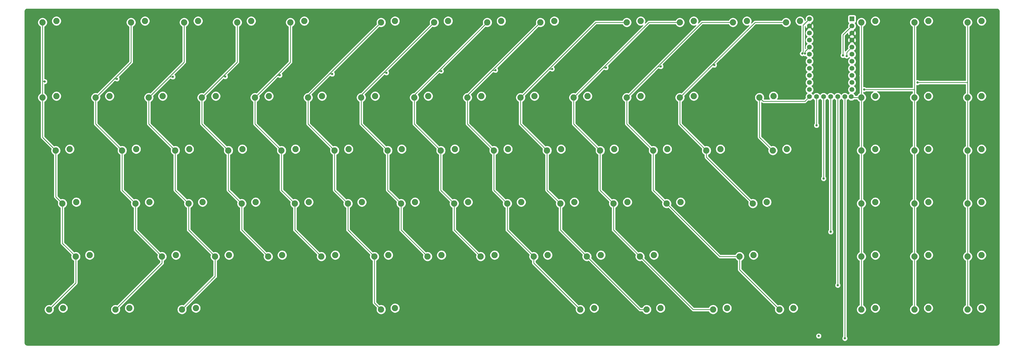
<source format=gtl>
%TF.GenerationSoftware,KiCad,Pcbnew,(5.1.8)-1*%
%TF.CreationDate,2020-11-30T17:03:09-06:00*%
%TF.ProjectId,customKeyboardV2.5,63757374-6f6d-44b6-9579-626f61726456,rev?*%
%TF.SameCoordinates,Original*%
%TF.FileFunction,Copper,L1,Top*%
%TF.FilePolarity,Positive*%
%FSLAX46Y46*%
G04 Gerber Fmt 4.6, Leading zero omitted, Abs format (unit mm)*
G04 Created by KiCad (PCBNEW (5.1.8)-1) date 2020-11-30 17:03:09*
%MOMM*%
%LPD*%
G01*
G04 APERTURE LIST*
%TA.AperFunction,ComponentPad*%
%ADD10C,1.752600*%
%TD*%
%TA.AperFunction,ComponentPad*%
%ADD11R,1.752600X1.752600*%
%TD*%
%TA.AperFunction,ComponentPad*%
%ADD12C,2.250000*%
%TD*%
%TA.AperFunction,ViaPad*%
%ADD13C,0.800000*%
%TD*%
%TA.AperFunction,Conductor*%
%ADD14C,0.254000*%
%TD*%
%TA.AperFunction,Conductor*%
%ADD15C,0.100000*%
%TD*%
G04 APERTURE END LIST*
D10*
%TO.P,U1,25*%
%TO.N,ROW5*%
X337661250Y-54451250D03*
%TO.P,U1,26*%
%TO.N,ROW4*%
X335121250Y-54451250D03*
%TO.P,U1,27*%
%TO.N,ROW3*%
X332581250Y-54451250D03*
%TO.P,U1,28*%
%TO.N,ROW2*%
X330041250Y-54451250D03*
%TO.P,U1,29*%
%TO.N,ROW1*%
X327501250Y-54451250D03*
%TO.P,U1,24*%
%TO.N,COL12*%
X324961250Y-26511250D03*
%TO.P,U1,12*%
%TO.N,COL14*%
X339972650Y-54451250D03*
%TO.P,U1,23*%
%TO.N,GND*%
X324961250Y-29051250D03*
%TO.P,U1,22*%
%TO.N,Net-(U1-Pad22)*%
X324961250Y-31591250D03*
%TO.P,U1,21*%
%TO.N,VCC*%
X324961250Y-34131250D03*
%TO.P,U1,20*%
%TO.N,COL11*%
X324961250Y-36671250D03*
%TO.P,U1,19*%
%TO.N,COL10*%
X324961250Y-39211250D03*
%TO.P,U1,18*%
%TO.N,COL8*%
X324961250Y-41751250D03*
%TO.P,U1,17*%
%TO.N,COL6*%
X324961250Y-44291250D03*
%TO.P,U1,16*%
%TO.N,COL4*%
X324961250Y-46831250D03*
%TO.P,U1,15*%
%TO.N,COL2*%
X324961250Y-49371250D03*
%TO.P,U1,14*%
%TO.N,COL0*%
X324961250Y-51911250D03*
%TO.P,U1,13*%
%TO.N,COL13*%
X324961250Y-54451250D03*
%TO.P,U1,11*%
%TO.N,COL15*%
X340201250Y-51911250D03*
%TO.P,U1,10*%
%TO.N,COL16*%
X340201250Y-49371250D03*
%TO.P,U1,9*%
%TO.N,COL1*%
X340201250Y-46831250D03*
%TO.P,U1,8*%
%TO.N,COL3*%
X340201250Y-44291250D03*
%TO.P,U1,7*%
%TO.N,COL5*%
X340201250Y-41751250D03*
%TO.P,U1,6*%
%TO.N,ROW0*%
X340201250Y-39211250D03*
%TO.P,U1,5*%
%TO.N,COL7*%
X340201250Y-36671250D03*
%TO.P,U1,4*%
%TO.N,GND*%
X340201250Y-34131250D03*
%TO.P,U1,3*%
X340201250Y-31591250D03*
%TO.P,U1,2*%
%TO.N,COL9*%
X340201250Y-29051250D03*
D11*
%TO.P,U1,1*%
%TO.N,Net-(U1-Pad1)*%
X340201250Y-26511250D03*
%TD*%
D12*
%TO.P,ALPS75,1*%
%TO.N,COL14*%
X343575000Y-27750000D03*
%TO.P,ALPS75,2*%
%TO.N,Net-(ALPS75-Pad2)*%
X348575000Y-27250000D03*
%TD*%
%TO.P,ALPS1,1*%
%TO.N,COL0*%
X49887500Y-27750000D03*
%TO.P,ALPS1,2*%
%TO.N,Net-(ALPS1-Pad2)*%
X54887500Y-27250000D03*
%TD*%
%TO.P,ALPS71,1*%
%TO.N,COL12*%
X304681250Y-92837500D03*
%TO.P,ALPS71,2*%
%TO.N,Net-(ALPS71-Pad2)*%
X309681250Y-92337500D03*
%TD*%
%TO.P,ALPS66,1*%
%TO.N,COL12*%
X288012500Y-73787500D03*
%TO.P,ALPS66,2*%
%TO.N,Net-(ALPS66-Pad2)*%
X293012500Y-73287500D03*
%TD*%
%TO.P,ALPS92,1*%
%TO.N,COL16*%
X381675000Y-130937500D03*
%TO.P,ALPS92,2*%
%TO.N,Net-(ALPS92-Pad2)*%
X386675000Y-130437500D03*
%TD*%
%TO.P,ALPS91,1*%
%TO.N,COL16*%
X381675000Y-111887500D03*
%TO.P,ALPS91,2*%
%TO.N,Net-(ALPS91-Pad2)*%
X386675000Y-111387500D03*
%TD*%
%TO.P,ALPS90,1*%
%TO.N,COL16*%
X381675000Y-92837500D03*
%TO.P,ALPS90,2*%
%TO.N,Net-(ALPS90-Pad2)*%
X386675000Y-92337500D03*
%TD*%
%TO.P,ALPS89,1*%
%TO.N,COL16*%
X381675000Y-73787500D03*
%TO.P,ALPS89,2*%
%TO.N,Net-(ALPS89-Pad2)*%
X386675000Y-73287500D03*
%TD*%
%TO.P,ALPS88,1*%
%TO.N,COL16*%
X381675000Y-54737500D03*
%TO.P,ALPS88,2*%
%TO.N,Net-(ALPS88-Pad2)*%
X386675000Y-54237500D03*
%TD*%
%TO.P,ALPS87,1*%
%TO.N,COL16*%
X381675000Y-27750000D03*
%TO.P,ALPS87,2*%
%TO.N,Net-(ALPS87-Pad2)*%
X386675000Y-27250000D03*
%TD*%
%TO.P,ALPS86,1*%
%TO.N,COL15*%
X362625000Y-130937500D03*
%TO.P,ALPS86,2*%
%TO.N,Net-(ALPS86-Pad2)*%
X367625000Y-130437500D03*
%TD*%
%TO.P,ALPS85,1*%
%TO.N,COL15*%
X362625000Y-111887500D03*
%TO.P,ALPS85,2*%
%TO.N,Net-(ALPS85-Pad2)*%
X367625000Y-111387500D03*
%TD*%
%TO.P,ALPS84,1*%
%TO.N,COL15*%
X362625000Y-92837500D03*
%TO.P,ALPS84,2*%
%TO.N,Net-(ALPS84-Pad2)*%
X367625000Y-92337500D03*
%TD*%
%TO.P,ALPS83,1*%
%TO.N,COL15*%
X362625000Y-73787500D03*
%TO.P,ALPS83,2*%
%TO.N,Net-(ALPS83-Pad2)*%
X367625000Y-73287500D03*
%TD*%
%TO.P,ALPS82,1*%
%TO.N,COL15*%
X362625000Y-54737500D03*
%TO.P,ALPS82,2*%
%TO.N,Net-(ALPS82-Pad2)*%
X367625000Y-54237500D03*
%TD*%
%TO.P,ALPS81,1*%
%TO.N,COL15*%
X362625000Y-27750000D03*
%TO.P,ALPS81,2*%
%TO.N,Net-(ALPS81-Pad2)*%
X367625000Y-27250000D03*
%TD*%
%TO.P,ALPS80,1*%
%TO.N,COL14*%
X343575000Y-130937500D03*
%TO.P,ALPS80,2*%
%TO.N,Net-(ALPS80-Pad2)*%
X348575000Y-130437500D03*
%TD*%
%TO.P,ALPS79,1*%
%TO.N,COL14*%
X343575000Y-111887500D03*
%TO.P,ALPS79,2*%
%TO.N,Net-(ALPS79-Pad2)*%
X348575000Y-111387500D03*
%TD*%
%TO.P,ALPS78,1*%
%TO.N,COL14*%
X343575000Y-92837500D03*
%TO.P,ALPS78,2*%
%TO.N,Net-(ALPS78-Pad2)*%
X348575000Y-92337500D03*
%TD*%
%TO.P,ALPS77,1*%
%TO.N,COL14*%
X343575000Y-73787500D03*
%TO.P,ALPS77,2*%
%TO.N,Net-(ALPS77-Pad2)*%
X348575000Y-73287500D03*
%TD*%
%TO.P,ALPS76,1*%
%TO.N,COL14*%
X343575000Y-54737500D03*
%TO.P,ALPS76,2*%
%TO.N,Net-(ALPS76-Pad2)*%
X348575000Y-54237500D03*
%TD*%
%TO.P,ALPS73,1*%
%TO.N,COL13*%
X307062500Y-54737500D03*
%TO.P,ALPS73,2*%
%TO.N,Net-(ALPS73-Pad2)*%
X312062500Y-54237500D03*
%TD*%
%TO.P,ALPS74,1*%
%TO.N,COL12*%
X316587500Y-27750000D03*
%TO.P,ALPS74,2*%
%TO.N,Net-(ALPS74-Pad2)*%
X321587500Y-27250000D03*
%TD*%
%TO.P,ALPS72,1*%
%TO.N,COL13*%
X311825000Y-73787500D03*
%TO.P,ALPS72,2*%
%TO.N,Net-(ALPS72-Pad2)*%
X316825000Y-73287500D03*
%TD*%
%TO.P,ALPS70,1*%
%TO.N,COL11*%
X314206250Y-130937500D03*
%TO.P,ALPS70,2*%
%TO.N,Net-(ALPS70-Pad2)*%
X319206250Y-130437500D03*
%TD*%
%TO.P,ALPS69,1*%
%TO.N,COL11*%
X299918750Y-111887500D03*
%TO.P,ALPS69,2*%
%TO.N,Net-(ALPS69-Pad2)*%
X304918750Y-111387500D03*
%TD*%
%TO.P,ALPS67,1*%
%TO.N,COL12*%
X278487500Y-54737500D03*
%TO.P,ALPS67,2*%
%TO.N,Net-(ALPS67-Pad2)*%
X283487500Y-54237500D03*
%TD*%
%TO.P,ALPS68,1*%
%TO.N,COL11*%
X297537500Y-27750000D03*
%TO.P,ALPS68,2*%
%TO.N,Net-(ALPS68-Pad2)*%
X302537500Y-27250000D03*
%TD*%
%TO.P,ALPS65,1*%
%TO.N,COL11*%
X273725000Y-92837500D03*
%TO.P,ALPS65,2*%
%TO.N,Net-(ALPS65-Pad2)*%
X278725000Y-92337500D03*
%TD*%
%TO.P,ALPS62,1*%
%TO.N,COL11*%
X268962500Y-73787500D03*
%TO.P,ALPS62,2*%
%TO.N,Net-(ALPS62-Pad2)*%
X273962500Y-73287500D03*
%TD*%
%TO.P,ALPS63,1*%
%TO.N,COL10*%
X290393750Y-130937500D03*
%TO.P,ALPS63,2*%
%TO.N,Net-(ALPS63-Pad2)*%
X295393750Y-130437500D03*
%TD*%
%TO.P,ALPS61,1*%
%TO.N,COL11*%
X259437500Y-54737500D03*
%TO.P,ALPS61,2*%
%TO.N,Net-(ALPS61-Pad2)*%
X264437500Y-54237500D03*
%TD*%
%TO.P,ALPS64,1*%
%TO.N,COL10*%
X278487500Y-27750000D03*
%TO.P,ALPS64,2*%
%TO.N,Net-(ALPS64-Pad2)*%
X283487500Y-27250000D03*
%TD*%
%TO.P,ALPS60,1*%
%TO.N,COL10*%
X264200000Y-111887500D03*
%TO.P,ALPS60,2*%
%TO.N,Net-(ALPS60-Pad2)*%
X269200000Y-111387500D03*
%TD*%
%TO.P,ALPS59,1*%
%TO.N,COL10*%
X254675000Y-92837500D03*
%TO.P,ALPS59,2*%
%TO.N,Net-(ALPS59-Pad2)*%
X259675000Y-92337500D03*
%TD*%
%TO.P,ALPS57,1*%
%TO.N,COL10*%
X249912500Y-73787500D03*
%TO.P,ALPS57,2*%
%TO.N,Net-(ALPS57-Pad2)*%
X254912500Y-73287500D03*
%TD*%
%TO.P,ALPS56,1*%
%TO.N,COL10*%
X240387500Y-54737500D03*
%TO.P,ALPS56,2*%
%TO.N,Net-(ALPS56-Pad2)*%
X245387500Y-54237500D03*
%TD*%
%TO.P,ALPS58,1*%
%TO.N,COL9*%
X259437500Y-27750000D03*
%TO.P,ALPS58,2*%
%TO.N,Net-(ALPS58-Pad2)*%
X264437500Y-27250000D03*
%TD*%
%TO.P,ALPS55,1*%
%TO.N,COL9*%
X245150000Y-111887500D03*
%TO.P,ALPS55,2*%
%TO.N,Net-(ALPS55-Pad2)*%
X250150000Y-111387500D03*
%TD*%
%TO.P,ALPS54,1*%
%TO.N,COL9*%
X266581250Y-130937500D03*
%TO.P,ALPS54,2*%
%TO.N,Net-(ALPS54-Pad2)*%
X271581250Y-130437500D03*
%TD*%
%TO.P,ALPS53,1*%
%TO.N,COL9*%
X235625000Y-92837500D03*
%TO.P,ALPS53,2*%
%TO.N,Net-(ALPS53-Pad2)*%
X240625000Y-92337500D03*
%TD*%
%TO.P,ALPS52,1*%
%TO.N,COL9*%
X230862500Y-73787500D03*
%TO.P,ALPS52,2*%
%TO.N,Net-(ALPS52-Pad2)*%
X235862500Y-73287500D03*
%TD*%
%TO.P,ALPS51,1*%
%TO.N,COL9*%
X221337500Y-54737500D03*
%TO.P,ALPS51,2*%
%TO.N,Net-(ALPS51-Pad2)*%
X226337500Y-54237500D03*
%TD*%
%TO.P,ALPS50,1*%
%TO.N,COL8*%
X226100000Y-111887500D03*
%TO.P,ALPS50,2*%
%TO.N,Net-(ALPS50-Pad2)*%
X231100000Y-111387500D03*
%TD*%
%TO.P,ALPS49,1*%
%TO.N,COL8*%
X228481250Y-27750000D03*
%TO.P,ALPS49,2*%
%TO.N,Net-(ALPS49-Pad2)*%
X233481250Y-27250000D03*
%TD*%
%TO.P,ALPS48,1*%
%TO.N,COL8*%
X242768750Y-130937500D03*
%TO.P,ALPS48,2*%
%TO.N,Net-(ALPS48-Pad2)*%
X247768750Y-130437500D03*
%TD*%
%TO.P,ALPS47,1*%
%TO.N,COL8*%
X216575000Y-92837500D03*
%TO.P,ALPS47,2*%
%TO.N,Net-(ALPS47-Pad2)*%
X221575000Y-92337500D03*
%TD*%
%TO.P,ALPS46,1*%
%TO.N,COL8*%
X211812500Y-73787500D03*
%TO.P,ALPS46,2*%
%TO.N,Net-(ALPS46-Pad2)*%
X216812500Y-73287500D03*
%TD*%
%TO.P,ALPS45,1*%
%TO.N,COL8*%
X202287500Y-54737500D03*
%TO.P,ALPS45,2*%
%TO.N,Net-(ALPS45-Pad2)*%
X207287500Y-54237500D03*
%TD*%
%TO.P,ALPS44,1*%
%TO.N,COL7*%
X207050000Y-111887500D03*
%TO.P,ALPS44,2*%
%TO.N,Net-(ALPS44-Pad2)*%
X212050000Y-111387500D03*
%TD*%
%TO.P,ALPS43,1*%
%TO.N,COL7*%
X209431250Y-27750000D03*
%TO.P,ALPS43,2*%
%TO.N,Net-(ALPS43-Pad2)*%
X214431250Y-27250000D03*
%TD*%
%TO.P,ALPS42,1*%
%TO.N,COL7*%
X197525000Y-92837500D03*
%TO.P,ALPS42,2*%
%TO.N,Net-(ALPS42-Pad2)*%
X202525000Y-92337500D03*
%TD*%
%TO.P,ALPS41,1*%
%TO.N,COL7*%
X192762500Y-73787500D03*
%TO.P,ALPS41,2*%
%TO.N,Net-(ALPS41-Pad2)*%
X197762500Y-73287500D03*
%TD*%
%TO.P,ALPS40,1*%
%TO.N,COL7*%
X183237500Y-54737500D03*
%TO.P,ALPS40,2*%
%TO.N,Net-(ALPS40-Pad2)*%
X188237500Y-54237500D03*
%TD*%
%TO.P,ALPS39,1*%
%TO.N,COL6*%
X188000000Y-111887500D03*
%TO.P,ALPS39,2*%
%TO.N,Net-(ALPS39-Pad2)*%
X193000000Y-111387500D03*
%TD*%
%TO.P,ALPS38,1*%
%TO.N,COL6*%
X190381250Y-27750000D03*
%TO.P,ALPS38,2*%
%TO.N,Net-(ALPS38-Pad2)*%
X195381250Y-27250000D03*
%TD*%
%TO.P,ALPS37,1*%
%TO.N,COL6*%
X178475000Y-92837500D03*
%TO.P,ALPS37,2*%
%TO.N,Net-(ALPS37-Pad2)*%
X183475000Y-92337500D03*
%TD*%
%TO.P,ALPS36,1*%
%TO.N,COL6*%
X173712500Y-73787500D03*
%TO.P,ALPS36,2*%
%TO.N,Net-(ALPS36-Pad2)*%
X178712500Y-73287500D03*
%TD*%
%TO.P,ALPS35,1*%
%TO.N,COL6*%
X164187500Y-54737500D03*
%TO.P,ALPS35,2*%
%TO.N,Net-(ALPS35-Pad2)*%
X169187500Y-54237500D03*
%TD*%
%TO.P,ALPS34,1*%
%TO.N,COL5*%
X168950000Y-111887500D03*
%TO.P,ALPS34,2*%
%TO.N,Net-(ALPS34-Pad2)*%
X173950000Y-111387500D03*
%TD*%
%TO.P,ALPS33,1*%
%TO.N,COL5*%
X171331250Y-130937500D03*
%TO.P,ALPS33,2*%
%TO.N,Net-(ALPS33-Pad2)*%
X176331250Y-130437500D03*
%TD*%
%TO.P,ALPS32,1*%
%TO.N,COL5*%
X171331250Y-27750000D03*
%TO.P,ALPS32,2*%
%TO.N,Net-(ALPS32-Pad2)*%
X176331250Y-27250000D03*
%TD*%
%TO.P,ALPS31,1*%
%TO.N,COL5*%
X159425000Y-92837500D03*
%TO.P,ALPS31,2*%
%TO.N,Net-(ALPS31-Pad2)*%
X164425000Y-92337500D03*
%TD*%
%TO.P,ALPS30,1*%
%TO.N,COL5*%
X154662500Y-73787500D03*
%TO.P,ALPS30,2*%
%TO.N,Net-(ALPS30-Pad2)*%
X159662500Y-73287500D03*
%TD*%
%TO.P,ALPS29,1*%
%TO.N,COL5*%
X145137500Y-54737500D03*
%TO.P,ALPS29,2*%
%TO.N,Net-(ALPS29-Pad2)*%
X150137500Y-54237500D03*
%TD*%
%TO.P,ALPS28,1*%
%TO.N,COL4*%
X149900000Y-111887500D03*
%TO.P,ALPS28,2*%
%TO.N,Net-(ALPS28-Pad2)*%
X154900000Y-111387500D03*
%TD*%
%TO.P,ALPS27,1*%
%TO.N,COL4*%
X140375000Y-92837500D03*
%TO.P,ALPS27,2*%
%TO.N,Net-(ALPS27-Pad2)*%
X145375000Y-92337500D03*
%TD*%
%TO.P,ALPS26,1*%
%TO.N,COL4*%
X135612500Y-73787500D03*
%TO.P,ALPS26,2*%
%TO.N,Net-(ALPS26-Pad2)*%
X140612500Y-73287500D03*
%TD*%
%TO.P,ALPS24,1*%
%TO.N,COL4*%
X138787500Y-27750000D03*
%TO.P,ALPS24,2*%
%TO.N,Net-(ALPS24-Pad2)*%
X143787500Y-27250000D03*
%TD*%
%TO.P,ALPS25,1*%
%TO.N,COL4*%
X126087500Y-54737500D03*
%TO.P,ALPS25,2*%
%TO.N,Net-(ALPS25-Pad2)*%
X131087500Y-54237500D03*
%TD*%
%TO.P,ALPS23,1*%
%TO.N,COL3*%
X130850000Y-111887500D03*
%TO.P,ALPS23,2*%
%TO.N,Net-(ALPS23-Pad2)*%
X135850000Y-111387500D03*
%TD*%
%TO.P,ALPS22,1*%
%TO.N,COL3*%
X121325000Y-92837500D03*
%TO.P,ALPS22,2*%
%TO.N,Net-(ALPS22-Pad2)*%
X126325000Y-92337500D03*
%TD*%
%TO.P,ALPS21,1*%
%TO.N,COL3*%
X116562500Y-73787500D03*
%TO.P,ALPS21,2*%
%TO.N,Net-(ALPS21-Pad2)*%
X121562500Y-73287500D03*
%TD*%
%TO.P,ALPS19,1*%
%TO.N,COL3*%
X119737500Y-27750000D03*
%TO.P,ALPS19,2*%
%TO.N,Net-(ALPS19-Pad2)*%
X124737500Y-27250000D03*
%TD*%
%TO.P,ALPS20,1*%
%TO.N,COL3*%
X107037500Y-54737500D03*
%TO.P,ALPS20,2*%
%TO.N,Net-(ALPS20-Pad2)*%
X112037500Y-54237500D03*
%TD*%
%TO.P,ALPS18,1*%
%TO.N,COL2*%
X99893750Y-130937500D03*
%TO.P,ALPS18,2*%
%TO.N,Net-(ALPS18-Pad2)*%
X104893750Y-130437500D03*
%TD*%
%TO.P,ALPS17,1*%
%TO.N,COL2*%
X111800000Y-111887500D03*
%TO.P,ALPS17,2*%
%TO.N,Net-(ALPS17-Pad2)*%
X116800000Y-111387500D03*
%TD*%
%TO.P,ALPS16,1*%
%TO.N,COL2*%
X102275000Y-92837500D03*
%TO.P,ALPS16,2*%
%TO.N,Net-(ALPS16-Pad2)*%
X107275000Y-92337500D03*
%TD*%
%TO.P,ALPS15,1*%
%TO.N,COL2*%
X97512500Y-73787500D03*
%TO.P,ALPS15,2*%
%TO.N,Net-(ALPS15-Pad2)*%
X102512500Y-73287500D03*
%TD*%
%TO.P,ALPS13,1*%
%TO.N,COL2*%
X100687500Y-27750000D03*
%TO.P,ALPS13,2*%
%TO.N,Net-(ALPS13-Pad2)*%
X105687500Y-27250000D03*
%TD*%
%TO.P,ALPS14,1*%
%TO.N,COL2*%
X87987500Y-54737500D03*
%TO.P,ALPS14,2*%
%TO.N,Net-(ALPS14-Pad2)*%
X92987500Y-54237500D03*
%TD*%
%TO.P,ALPS12,1*%
%TO.N,COL1*%
X92750000Y-111887500D03*
%TO.P,ALPS12,2*%
%TO.N,Net-(ALPS12-Pad2)*%
X97750000Y-111387500D03*
%TD*%
%TO.P,ALPS11,1*%
%TO.N,COL1*%
X76081250Y-130937500D03*
%TO.P,ALPS11,2*%
%TO.N,Net-(ALPS11-Pad2)*%
X81081250Y-130437500D03*
%TD*%
%TO.P,ALPS10,1*%
%TO.N,COL1*%
X83225000Y-92837500D03*
%TO.P,ALPS10,2*%
%TO.N,Net-(ALPS10-Pad2)*%
X88225000Y-92337500D03*
%TD*%
%TO.P,ALPS9,1*%
%TO.N,COL1*%
X78462500Y-73787500D03*
%TO.P,ALPS9,2*%
%TO.N,Net-(ALPS9-Pad2)*%
X83462500Y-73287500D03*
%TD*%
%TO.P,ALPS7,1*%
%TO.N,COL1*%
X81637500Y-27750000D03*
%TO.P,ALPS7,2*%
%TO.N,Net-(ALPS7-Pad2)*%
X86637500Y-27250000D03*
%TD*%
%TO.P,ALPS8,1*%
%TO.N,COL1*%
X68937500Y-54737500D03*
%TO.P,ALPS8,2*%
%TO.N,Net-(ALPS8-Pad2)*%
X73937500Y-54237500D03*
%TD*%
%TO.P,ALPS6,1*%
%TO.N,COL0*%
X61793750Y-111887500D03*
%TO.P,ALPS6,2*%
%TO.N,Net-(ALPS6-Pad2)*%
X66793750Y-111387500D03*
%TD*%
%TO.P,ALPS5,1*%
%TO.N,COL0*%
X52268750Y-130937500D03*
%TO.P,ALPS5,2*%
%TO.N,Net-(ALPS5-Pad2)*%
X57268750Y-130437500D03*
%TD*%
%TO.P,ALPS4,1*%
%TO.N,COL0*%
X57031250Y-92837500D03*
%TO.P,ALPS4,2*%
%TO.N,Net-(ALPS4-Pad2)*%
X62031250Y-92337500D03*
%TD*%
%TO.P,ALPS3,1*%
%TO.N,COL0*%
X54650000Y-73787500D03*
%TO.P,ALPS3,2*%
%TO.N,Net-(ALPS3-Pad2)*%
X59650000Y-73287500D03*
%TD*%
%TO.P,ALPS2,1*%
%TO.N,COL0*%
X49887500Y-54737500D03*
%TO.P,ALPS2,2*%
%TO.N,Net-(ALPS2-Pad2)*%
X54887500Y-54237500D03*
%TD*%
D13*
%TO.N,COL1*%
X76581000Y-48041000D03*
%TO.N,COL2*%
X96647000Y-47314000D03*
%TO.N,COL3*%
X115443000Y-47205990D03*
%TO.N,COL4*%
X135001000Y-46751980D03*
%TO.N,COL5*%
X153797000Y-46297970D03*
%TO.N,COL6*%
X173228000Y-45843960D03*
%TO.N,COL7*%
X192881250Y-45243750D03*
X338328000Y-39827200D03*
%TO.N,COL8*%
X212344000Y-44935940D03*
%TO.N,COL9*%
X232664000Y-44481930D03*
X337007200Y-39620750D03*
%TO.N,COL10*%
X251968000Y-44027920D03*
%TO.N,COL11*%
X271653000Y-43573910D03*
X323392800Y-38960251D03*
%TO.N,COL12*%
X290830000Y-43088000D03*
X322392797Y-38960251D03*
%TO.N,COL15*%
X344576400Y-51866800D03*
%TO.N,COL16*%
X363728000Y-49377600D03*
%TO.N,ROW1*%
X327507600Y-64770000D03*
%TO.N,ROW2*%
X330047600Y-83870800D03*
%TO.N,ROW3*%
X332587600Y-103022400D03*
%TO.N,ROW5*%
X328295000Y-140462000D03*
X337667600Y-141325600D03*
%TO.N,ROW4*%
X335127600Y-122224800D03*
%TO.N,COL0*%
X50673000Y-49022000D03*
%TD*%
D14*
%TO.N,COL1*%
X81637500Y-27750000D02*
X81637500Y-42037500D01*
X68937500Y-64262500D02*
X78462500Y-73787500D01*
X68937500Y-54737500D02*
X68937500Y-64262500D01*
X78462500Y-88075000D02*
X83225000Y-92837500D01*
X78462500Y-73787500D02*
X78462500Y-88075000D01*
X83225000Y-102362500D02*
X92750000Y-111887500D01*
X83225000Y-92837500D02*
X83225000Y-102362500D01*
X92750000Y-114268750D02*
X76081250Y-130937500D01*
X92750000Y-111887500D02*
X92750000Y-114268750D01*
X81637500Y-42037500D02*
X81014500Y-42660500D01*
X75617000Y-48058000D02*
X76564000Y-48058000D01*
X75617000Y-48058000D02*
X68937500Y-54737500D01*
X76564000Y-48058000D02*
X76581000Y-48041000D01*
X81014500Y-42660500D02*
X75617000Y-48058000D01*
%TO.N,COL2*%
X100687500Y-27750000D02*
X100687500Y-42037500D01*
X87987500Y-64262500D02*
X97512500Y-73787500D01*
X87987500Y-54737500D02*
X87987500Y-64262500D01*
X97512500Y-88075000D02*
X102275000Y-92837500D01*
X97512500Y-73787500D02*
X97512500Y-88075000D01*
X102275000Y-102362500D02*
X111800000Y-111887500D01*
X102275000Y-92837500D02*
X102275000Y-102362500D01*
X111800000Y-119031250D02*
X99893750Y-130937500D01*
X111800000Y-111887500D02*
X111800000Y-119031250D01*
X95429000Y-47296000D02*
X87987500Y-54737500D01*
X100687500Y-42037500D02*
X95429000Y-47296000D01*
X96629000Y-47296000D02*
X96647000Y-47314000D01*
X95429000Y-47296000D02*
X96629000Y-47296000D01*
%TO.N,COL3*%
X119737500Y-27750000D02*
X119737500Y-42037500D01*
X107037500Y-64262500D02*
X116562500Y-73787500D01*
X107037500Y-54737500D02*
X107037500Y-64262500D01*
X116562500Y-88075000D02*
X121325000Y-92837500D01*
X116562500Y-73787500D02*
X116562500Y-88075000D01*
X121325000Y-102362500D02*
X130850000Y-111887500D01*
X121325000Y-92837500D02*
X121325000Y-102362500D01*
X115342510Y-47105500D02*
X115443000Y-47205990D01*
X114669500Y-47105500D02*
X115342510Y-47105500D01*
X114669500Y-47105500D02*
X107037500Y-54737500D01*
X119737500Y-42037500D02*
X114669500Y-47105500D01*
%TO.N,COL4*%
X138787500Y-27750000D02*
X138787500Y-42037500D01*
X126087500Y-64262500D02*
X135612500Y-73787500D01*
X126087500Y-54737500D02*
X126087500Y-64262500D01*
X135612500Y-88075000D02*
X140375000Y-92837500D01*
X135612500Y-73787500D02*
X135612500Y-88075000D01*
X140375000Y-102362500D02*
X149900000Y-111887500D01*
X140375000Y-92837500D02*
X140375000Y-102362500D01*
X134964980Y-46788000D02*
X135001000Y-46751980D01*
X134037000Y-46788000D02*
X126087500Y-54737500D01*
X134037000Y-46788000D02*
X134964980Y-46788000D01*
X138787500Y-42037500D02*
X134037000Y-46788000D01*
%TO.N,COL5*%
X145137500Y-53943750D02*
X145137500Y-54737500D01*
X145137500Y-64262500D02*
X154662500Y-73787500D01*
X145137500Y-54737500D02*
X145137500Y-64262500D01*
X154662500Y-88075000D02*
X159425000Y-92837500D01*
X154662500Y-73787500D02*
X154662500Y-88075000D01*
X159425000Y-102362500D02*
X168950000Y-111887500D01*
X159425000Y-92837500D02*
X159425000Y-102362500D01*
X168950000Y-128556250D02*
X171331250Y-130937500D01*
X168950000Y-111887500D02*
X168950000Y-128556250D01*
X153699655Y-46200625D02*
X153797000Y-46297970D01*
X152880625Y-46200625D02*
X153699655Y-46200625D01*
X152880625Y-46200625D02*
X145137500Y-53943750D01*
X171331250Y-27750000D02*
X152880625Y-46200625D01*
%TO.N,COL6*%
X164187500Y-53943750D02*
X164187500Y-54737500D01*
X164187500Y-64262500D02*
X173712500Y-73787500D01*
X164187500Y-54737500D02*
X164187500Y-64262500D01*
X173712500Y-88075000D02*
X178475000Y-92837500D01*
X173712500Y-73787500D02*
X173712500Y-88075000D01*
X178475000Y-102362500D02*
X188000000Y-111887500D01*
X178475000Y-92837500D02*
X178475000Y-102362500D01*
X173203665Y-45819625D02*
X173228000Y-45843960D01*
X172311625Y-45819625D02*
X173203665Y-45819625D01*
X172311625Y-45819625D02*
X164187500Y-53943750D01*
X190381250Y-27750000D02*
X172311625Y-45819625D01*
%TO.N,COL7*%
X183237500Y-53943750D02*
X183237500Y-54737500D01*
X183237500Y-64262500D02*
X192762500Y-73787500D01*
X183237500Y-54737500D02*
X183237500Y-64262500D01*
X192762500Y-88075000D02*
X197525000Y-92837500D01*
X192762500Y-73787500D02*
X192762500Y-88075000D01*
X197525000Y-102362500D02*
X207050000Y-111887500D01*
X197525000Y-92837500D02*
X197525000Y-102362500D01*
X191933125Y-45248125D02*
X183237500Y-53943750D01*
X209431250Y-27750000D02*
X191933125Y-45248125D01*
X191933125Y-45248125D02*
X192876875Y-45248125D01*
X192876875Y-45248125D02*
X192881250Y-45243750D01*
X338328000Y-38544500D02*
X340201250Y-36671250D01*
X338328000Y-39827200D02*
X338328000Y-38544500D01*
%TO.N,COL8*%
X202287500Y-53943750D02*
X202287500Y-54737500D01*
X202287500Y-64262500D02*
X211812500Y-73787500D01*
X202287500Y-54737500D02*
X202287500Y-64262500D01*
X211812500Y-88075000D02*
X216575000Y-92837500D01*
X211812500Y-73787500D02*
X211812500Y-88075000D01*
X216575000Y-102362500D02*
X226100000Y-111887500D01*
X216575000Y-92837500D02*
X216575000Y-102362500D01*
X226100000Y-114268750D02*
X242768750Y-130937500D01*
X226100000Y-111887500D02*
X226100000Y-114268750D01*
X212222315Y-45057625D02*
X212344000Y-44935940D01*
X211173625Y-45057625D02*
X202287500Y-53943750D01*
X211173625Y-45057625D02*
X212222315Y-45057625D01*
X228481250Y-27750000D02*
X211173625Y-45057625D01*
%TO.N,COL9*%
X259437500Y-27750000D02*
X248325000Y-27750000D01*
X221337500Y-64262500D02*
X230862500Y-73787500D01*
X221337500Y-54737500D02*
X221337500Y-64262500D01*
X230862500Y-88075000D02*
X235625000Y-92837500D01*
X230862500Y-73787500D02*
X230862500Y-88075000D01*
X235625000Y-102362500D02*
X245150000Y-111887500D01*
X235625000Y-92837500D02*
X235625000Y-102362500D01*
X245150000Y-111887500D02*
X264199500Y-130937000D01*
X266580750Y-130937000D02*
X266581250Y-130937500D01*
X264199500Y-130937000D02*
X266580750Y-130937000D01*
X232643930Y-44502000D02*
X232664000Y-44481930D01*
X231573000Y-44502000D02*
X232643930Y-44502000D01*
X231573000Y-44502000D02*
X221337500Y-54737500D01*
X248325000Y-27750000D02*
X231573000Y-44502000D01*
X337007200Y-32245300D02*
X340201250Y-29051250D01*
X337007200Y-39620750D02*
X337007200Y-32245300D01*
%TO.N,COL10*%
X278487500Y-27750000D02*
X267375000Y-27750000D01*
X240387500Y-64262500D02*
X249912500Y-73787500D01*
X240387500Y-54737500D02*
X240387500Y-64262500D01*
X249912500Y-88075000D02*
X254675000Y-92837500D01*
X249912500Y-73787500D02*
X249912500Y-88075000D01*
X254675000Y-102362500D02*
X264200000Y-111887500D01*
X254675000Y-92837500D02*
X254675000Y-102362500D01*
X283250000Y-130937500D02*
X290393750Y-130937500D01*
X264200000Y-111887500D02*
X283250000Y-130937500D01*
X251874920Y-44121000D02*
X251968000Y-44027920D01*
X251004000Y-44121000D02*
X251874920Y-44121000D01*
X251004000Y-44121000D02*
X240387500Y-54737500D01*
X267375000Y-27750000D02*
X251004000Y-44121000D01*
%TO.N,COL11*%
X297537500Y-27750000D02*
X286425000Y-27750000D01*
X259437500Y-64262500D02*
X268962500Y-73787500D01*
X259437500Y-54737500D02*
X259437500Y-64262500D01*
X268962500Y-88075000D02*
X273725000Y-92837500D01*
X268962500Y-73787500D02*
X268962500Y-88075000D01*
X273725000Y-92837500D02*
X292774500Y-111887000D01*
X299918250Y-111887000D02*
X299918750Y-111887500D01*
X292774500Y-111887000D02*
X299918250Y-111887000D01*
X299918750Y-116650000D02*
X314206250Y-130937500D01*
X299918750Y-111887500D02*
X299918750Y-116650000D01*
X270498500Y-43676500D02*
X259437500Y-54737500D01*
X286425000Y-27750000D02*
X270498500Y-43676500D01*
X270498500Y-43676500D02*
X271550410Y-43676500D01*
X271550410Y-43676500D02*
X271653000Y-43573910D01*
X323392800Y-38239700D02*
X324961250Y-36671250D01*
X323392800Y-38960251D02*
X323392800Y-38239700D01*
%TO.N,COL12*%
X278487500Y-64262500D02*
X288012500Y-73787500D01*
X278487500Y-54737500D02*
X278487500Y-64262500D01*
X288012500Y-76168750D02*
X304681250Y-92837500D01*
X288012500Y-73787500D02*
X288012500Y-76168750D01*
X316587500Y-27750000D02*
X305475000Y-27750000D01*
X305475000Y-27750000D02*
X304328125Y-28896875D01*
X304350001Y-28874999D02*
X304328125Y-28896875D01*
X290830000Y-43088000D02*
X290137000Y-43088000D01*
X304328125Y-28896875D02*
X290120000Y-43105000D01*
X290137000Y-43088000D02*
X290120000Y-43105000D01*
X290120000Y-43105000D02*
X278487500Y-54737500D01*
X322665799Y-28806701D02*
X324961250Y-26511250D01*
X322665799Y-38928601D02*
X322665799Y-28806701D01*
X322634149Y-38960251D02*
X322665799Y-38928601D01*
X322392797Y-38960251D02*
X322634149Y-38960251D01*
%TO.N,COL13*%
X307062500Y-69025000D02*
X311825000Y-73787500D01*
X307062500Y-54737500D02*
X307062500Y-69025000D01*
X324961250Y-54451250D02*
X323329300Y-56083200D01*
X308408200Y-56083200D02*
X307062500Y-54737500D01*
X323329300Y-56083200D02*
X308408200Y-56083200D01*
%TO.N,COL14*%
X343575000Y-54737500D02*
X343575000Y-73787500D01*
X343575000Y-73787500D02*
X343575000Y-92837500D01*
X343575000Y-92837500D02*
X343575000Y-111887500D01*
X343575000Y-111887500D02*
X343575000Y-130937500D01*
X343575000Y-47585000D02*
X343575000Y-54737500D01*
X343535000Y-46863000D02*
X343575000Y-46823000D01*
X343575000Y-27750000D02*
X343575000Y-46823000D01*
X343575000Y-46823000D02*
X343575000Y-47585000D01*
X340258900Y-54737500D02*
X339972650Y-54451250D01*
X343575000Y-54737500D02*
X340258900Y-54737500D01*
%TO.N,COL15*%
X362625000Y-54737500D02*
X362625000Y-73787500D01*
X362625000Y-73787500D02*
X362625000Y-92837500D01*
X362625000Y-92837500D02*
X362625000Y-111887500D01*
X362625000Y-111887500D02*
X362625000Y-130937500D01*
X362625000Y-27750000D02*
X362625000Y-45887000D01*
X362625000Y-45887000D02*
X362625000Y-48220000D01*
X362625000Y-48220000D02*
X362625000Y-51221000D01*
X362610400Y-51866800D02*
X362625000Y-51852200D01*
X362625000Y-51221000D02*
X362625000Y-51852200D01*
X344576400Y-51866800D02*
X362610400Y-51866800D01*
X362625000Y-51852200D02*
X362625000Y-54737500D01*
%TO.N,COL16*%
X381675000Y-54737500D02*
X381675000Y-73787500D01*
X381675000Y-73787500D02*
X381675000Y-92837500D01*
X381675000Y-92837500D02*
X381675000Y-111887500D01*
X381675000Y-111887500D02*
X381675000Y-130937500D01*
X381675000Y-27750000D02*
X381675000Y-48808000D01*
X381675000Y-48808000D02*
X381675000Y-48935000D01*
X381675000Y-51903000D02*
X381675000Y-54737500D01*
X381660400Y-49377600D02*
X381675000Y-49363000D01*
X381675000Y-48935000D02*
X381675000Y-49363000D01*
X363728000Y-49377600D02*
X381660400Y-49377600D01*
X381675000Y-49363000D02*
X381675000Y-51903000D01*
%TO.N,ROW1*%
X327501250Y-54451250D02*
X327501250Y-64763650D01*
X327501250Y-64763650D02*
X327507600Y-64770000D01*
%TO.N,ROW2*%
X329749000Y-54743500D02*
X330041250Y-54451250D01*
X330041250Y-54451250D02*
X330041250Y-83864450D01*
X330041250Y-83864450D02*
X330047600Y-83870800D01*
%TO.N,ROW3*%
X332581250Y-54451250D02*
X332581250Y-103016050D01*
X332581250Y-103016050D02*
X332587600Y-103022400D01*
%TO.N,ROW5*%
X337661250Y-54451250D02*
X337661250Y-141319250D01*
X337661250Y-141319250D02*
X337667600Y-141325600D01*
%TO.N,ROW4*%
X335121250Y-54451250D02*
X335121250Y-122218450D01*
X335121250Y-122218450D02*
X335127600Y-122224800D01*
%TO.N,COL0*%
X49887500Y-69025000D02*
X54650000Y-73787500D01*
X49887500Y-54737500D02*
X49887500Y-69025000D01*
X54650000Y-90456250D02*
X57031250Y-92837500D01*
X54650000Y-73787500D02*
X54650000Y-90456250D01*
X57031250Y-107125000D02*
X61793750Y-111887500D01*
X57031250Y-92837500D02*
X57031250Y-107125000D01*
X61793750Y-121412500D02*
X52268750Y-130937500D01*
X61793750Y-111887500D02*
X61793750Y-121412500D01*
X49887500Y-27750000D02*
X49887500Y-41886500D01*
X49887500Y-41886500D02*
X49887500Y-48791500D01*
X50569500Y-48918500D02*
X50673000Y-49022000D01*
X49887500Y-48918500D02*
X50569500Y-48918500D01*
X49887500Y-48918500D02*
X49887500Y-54737500D01*
X49887500Y-48791500D02*
X49887500Y-48918500D01*
%TD*%
%TO.N,GND*%
X392292038Y-22905769D02*
X392464737Y-22957910D01*
X392624018Y-23042602D01*
X392763819Y-23156619D01*
X392878808Y-23295617D01*
X392964610Y-23454305D01*
X393017955Y-23626635D01*
X393040001Y-23836390D01*
X393040000Y-142842720D01*
X393019231Y-143054538D01*
X392967091Y-143227236D01*
X392882399Y-143386518D01*
X392768378Y-143526321D01*
X392629385Y-143641306D01*
X392470695Y-143727110D01*
X392298365Y-143780455D01*
X392088619Y-143802500D01*
X44482280Y-143802500D01*
X44270462Y-143781731D01*
X44097764Y-143729591D01*
X43938482Y-143644899D01*
X43798679Y-143530878D01*
X43683694Y-143391885D01*
X43597890Y-143233195D01*
X43544545Y-143060865D01*
X43522500Y-142851119D01*
X43522500Y-140360061D01*
X327260000Y-140360061D01*
X327260000Y-140563939D01*
X327299774Y-140763898D01*
X327377795Y-140952256D01*
X327491063Y-141121774D01*
X327635226Y-141265937D01*
X327804744Y-141379205D01*
X327993102Y-141457226D01*
X328193061Y-141497000D01*
X328396939Y-141497000D01*
X328596898Y-141457226D01*
X328785256Y-141379205D01*
X328954774Y-141265937D01*
X329098937Y-141121774D01*
X329212205Y-140952256D01*
X329290226Y-140763898D01*
X329330000Y-140563939D01*
X329330000Y-140360061D01*
X329290226Y-140160102D01*
X329212205Y-139971744D01*
X329098937Y-139802226D01*
X328954774Y-139658063D01*
X328785256Y-139544795D01*
X328596898Y-139466774D01*
X328396939Y-139427000D01*
X328193061Y-139427000D01*
X327993102Y-139466774D01*
X327804744Y-139544795D01*
X327635226Y-139658063D01*
X327491063Y-139802226D01*
X327377795Y-139971744D01*
X327299774Y-140160102D01*
X327260000Y-140360061D01*
X43522500Y-140360061D01*
X43522500Y-27576655D01*
X48127500Y-27576655D01*
X48127500Y-27923345D01*
X48195136Y-28263373D01*
X48327808Y-28583673D01*
X48520419Y-28871935D01*
X48765565Y-29117081D01*
X49053827Y-29309692D01*
X49125500Y-29339380D01*
X49125501Y-41849065D01*
X49125500Y-41849075D01*
X49125501Y-48754065D01*
X49125500Y-48754075D01*
X49125500Y-48881074D01*
X49121814Y-48918500D01*
X49125500Y-48955925D01*
X49125501Y-53148120D01*
X49053827Y-53177808D01*
X48765565Y-53370419D01*
X48520419Y-53615565D01*
X48327808Y-53903827D01*
X48195136Y-54224127D01*
X48127500Y-54564155D01*
X48127500Y-54910845D01*
X48195136Y-55250873D01*
X48327808Y-55571173D01*
X48520419Y-55859435D01*
X48765565Y-56104581D01*
X49053827Y-56297192D01*
X49125500Y-56326880D01*
X49125501Y-68987567D01*
X49121814Y-69025000D01*
X49136527Y-69174378D01*
X49180099Y-69318015D01*
X49250855Y-69450392D01*
X49322221Y-69537351D01*
X49346079Y-69566422D01*
X49375149Y-69590279D01*
X52987324Y-73202454D01*
X52957636Y-73274127D01*
X52890000Y-73614155D01*
X52890000Y-73960845D01*
X52957636Y-74300873D01*
X53090308Y-74621173D01*
X53282919Y-74909435D01*
X53528065Y-75154581D01*
X53816327Y-75347192D01*
X53888000Y-75376880D01*
X53888001Y-90418817D01*
X53884314Y-90456250D01*
X53899027Y-90605628D01*
X53942599Y-90749265D01*
X54013355Y-90881642D01*
X54084721Y-90968601D01*
X54108579Y-90997672D01*
X54137649Y-91021529D01*
X55368574Y-92252454D01*
X55338886Y-92324127D01*
X55271250Y-92664155D01*
X55271250Y-93010845D01*
X55338886Y-93350873D01*
X55471558Y-93671173D01*
X55664169Y-93959435D01*
X55909315Y-94204581D01*
X56197577Y-94397192D01*
X56269250Y-94426880D01*
X56269251Y-107087567D01*
X56265564Y-107125000D01*
X56280277Y-107274378D01*
X56323849Y-107418015D01*
X56394605Y-107550392D01*
X56465971Y-107637351D01*
X56489829Y-107666422D01*
X56518899Y-107690279D01*
X60131074Y-111302454D01*
X60101386Y-111374127D01*
X60033750Y-111714155D01*
X60033750Y-112060845D01*
X60101386Y-112400873D01*
X60234058Y-112721173D01*
X60426669Y-113009435D01*
X60671815Y-113254581D01*
X60960077Y-113447192D01*
X61031750Y-113476880D01*
X61031751Y-121096868D01*
X52853796Y-129274824D01*
X52782123Y-129245136D01*
X52442095Y-129177500D01*
X52095405Y-129177500D01*
X51755377Y-129245136D01*
X51435077Y-129377808D01*
X51146815Y-129570419D01*
X50901669Y-129815565D01*
X50709058Y-130103827D01*
X50576386Y-130424127D01*
X50508750Y-130764155D01*
X50508750Y-131110845D01*
X50576386Y-131450873D01*
X50709058Y-131771173D01*
X50901669Y-132059435D01*
X51146815Y-132304581D01*
X51435077Y-132497192D01*
X51755377Y-132629864D01*
X52095405Y-132697500D01*
X52442095Y-132697500D01*
X52782123Y-132629864D01*
X53102423Y-132497192D01*
X53390685Y-132304581D01*
X53635831Y-132059435D01*
X53828442Y-131771173D01*
X53961114Y-131450873D01*
X54028750Y-131110845D01*
X54028750Y-130764155D01*
X53961114Y-130424127D01*
X53931426Y-130352454D01*
X54019725Y-130264155D01*
X55508750Y-130264155D01*
X55508750Y-130610845D01*
X55576386Y-130950873D01*
X55709058Y-131271173D01*
X55901669Y-131559435D01*
X56146815Y-131804581D01*
X56435077Y-131997192D01*
X56755377Y-132129864D01*
X57095405Y-132197500D01*
X57442095Y-132197500D01*
X57782123Y-132129864D01*
X58102423Y-131997192D01*
X58390685Y-131804581D01*
X58635831Y-131559435D01*
X58828442Y-131271173D01*
X58961114Y-130950873D01*
X59028750Y-130610845D01*
X59028750Y-130264155D01*
X58961114Y-129924127D01*
X58828442Y-129603827D01*
X58635831Y-129315565D01*
X58390685Y-129070419D01*
X58102423Y-128877808D01*
X57782123Y-128745136D01*
X57442095Y-128677500D01*
X57095405Y-128677500D01*
X56755377Y-128745136D01*
X56435077Y-128877808D01*
X56146815Y-129070419D01*
X55901669Y-129315565D01*
X55709058Y-129603827D01*
X55576386Y-129924127D01*
X55508750Y-130264155D01*
X54019725Y-130264155D01*
X62306102Y-121977779D01*
X62335172Y-121953922D01*
X62430395Y-121837892D01*
X62501152Y-121705515D01*
X62544724Y-121561878D01*
X62555750Y-121449926D01*
X62555750Y-121449924D01*
X62559436Y-121412501D01*
X62555750Y-121375078D01*
X62555750Y-113476880D01*
X62627423Y-113447192D01*
X62915685Y-113254581D01*
X63160831Y-113009435D01*
X63353442Y-112721173D01*
X63486114Y-112400873D01*
X63553750Y-112060845D01*
X63553750Y-111714155D01*
X63486114Y-111374127D01*
X63419852Y-111214155D01*
X65033750Y-111214155D01*
X65033750Y-111560845D01*
X65101386Y-111900873D01*
X65234058Y-112221173D01*
X65426669Y-112509435D01*
X65671815Y-112754581D01*
X65960077Y-112947192D01*
X66280377Y-113079864D01*
X66620405Y-113147500D01*
X66967095Y-113147500D01*
X67307123Y-113079864D01*
X67627423Y-112947192D01*
X67915685Y-112754581D01*
X68160831Y-112509435D01*
X68353442Y-112221173D01*
X68486114Y-111900873D01*
X68553750Y-111560845D01*
X68553750Y-111214155D01*
X68486114Y-110874127D01*
X68353442Y-110553827D01*
X68160831Y-110265565D01*
X67915685Y-110020419D01*
X67627423Y-109827808D01*
X67307123Y-109695136D01*
X66967095Y-109627500D01*
X66620405Y-109627500D01*
X66280377Y-109695136D01*
X65960077Y-109827808D01*
X65671815Y-110020419D01*
X65426669Y-110265565D01*
X65234058Y-110553827D01*
X65101386Y-110874127D01*
X65033750Y-111214155D01*
X63419852Y-111214155D01*
X63353442Y-111053827D01*
X63160831Y-110765565D01*
X62915685Y-110520419D01*
X62627423Y-110327808D01*
X62307123Y-110195136D01*
X61967095Y-110127500D01*
X61620405Y-110127500D01*
X61280377Y-110195136D01*
X61208704Y-110224824D01*
X57793250Y-106809370D01*
X57793250Y-94426880D01*
X57864923Y-94397192D01*
X58153185Y-94204581D01*
X58398331Y-93959435D01*
X58590942Y-93671173D01*
X58723614Y-93350873D01*
X58791250Y-93010845D01*
X58791250Y-92664155D01*
X58723614Y-92324127D01*
X58657352Y-92164155D01*
X60271250Y-92164155D01*
X60271250Y-92510845D01*
X60338886Y-92850873D01*
X60471558Y-93171173D01*
X60664169Y-93459435D01*
X60909315Y-93704581D01*
X61197577Y-93897192D01*
X61517877Y-94029864D01*
X61857905Y-94097500D01*
X62204595Y-94097500D01*
X62544623Y-94029864D01*
X62864923Y-93897192D01*
X63153185Y-93704581D01*
X63398331Y-93459435D01*
X63590942Y-93171173D01*
X63723614Y-92850873D01*
X63791250Y-92510845D01*
X63791250Y-92164155D01*
X63723614Y-91824127D01*
X63590942Y-91503827D01*
X63398331Y-91215565D01*
X63153185Y-90970419D01*
X62864923Y-90777808D01*
X62544623Y-90645136D01*
X62204595Y-90577500D01*
X61857905Y-90577500D01*
X61517877Y-90645136D01*
X61197577Y-90777808D01*
X60909315Y-90970419D01*
X60664169Y-91215565D01*
X60471558Y-91503827D01*
X60338886Y-91824127D01*
X60271250Y-92164155D01*
X58657352Y-92164155D01*
X58590942Y-92003827D01*
X58398331Y-91715565D01*
X58153185Y-91470419D01*
X57864923Y-91277808D01*
X57544623Y-91145136D01*
X57204595Y-91077500D01*
X56857905Y-91077500D01*
X56517877Y-91145136D01*
X56446204Y-91174824D01*
X55412000Y-90140620D01*
X55412000Y-75376880D01*
X55483673Y-75347192D01*
X55771935Y-75154581D01*
X56017081Y-74909435D01*
X56209692Y-74621173D01*
X56342364Y-74300873D01*
X56410000Y-73960845D01*
X56410000Y-73614155D01*
X56342364Y-73274127D01*
X56276102Y-73114155D01*
X57890000Y-73114155D01*
X57890000Y-73460845D01*
X57957636Y-73800873D01*
X58090308Y-74121173D01*
X58282919Y-74409435D01*
X58528065Y-74654581D01*
X58816327Y-74847192D01*
X59136627Y-74979864D01*
X59476655Y-75047500D01*
X59823345Y-75047500D01*
X60163373Y-74979864D01*
X60483673Y-74847192D01*
X60771935Y-74654581D01*
X61017081Y-74409435D01*
X61209692Y-74121173D01*
X61342364Y-73800873D01*
X61410000Y-73460845D01*
X61410000Y-73114155D01*
X61342364Y-72774127D01*
X61209692Y-72453827D01*
X61017081Y-72165565D01*
X60771935Y-71920419D01*
X60483673Y-71727808D01*
X60163373Y-71595136D01*
X59823345Y-71527500D01*
X59476655Y-71527500D01*
X59136627Y-71595136D01*
X58816327Y-71727808D01*
X58528065Y-71920419D01*
X58282919Y-72165565D01*
X58090308Y-72453827D01*
X57957636Y-72774127D01*
X57890000Y-73114155D01*
X56276102Y-73114155D01*
X56209692Y-72953827D01*
X56017081Y-72665565D01*
X55771935Y-72420419D01*
X55483673Y-72227808D01*
X55163373Y-72095136D01*
X54823345Y-72027500D01*
X54476655Y-72027500D01*
X54136627Y-72095136D01*
X54064954Y-72124824D01*
X50649500Y-68709370D01*
X50649500Y-56326880D01*
X50721173Y-56297192D01*
X51009435Y-56104581D01*
X51254581Y-55859435D01*
X51447192Y-55571173D01*
X51579864Y-55250873D01*
X51647500Y-54910845D01*
X51647500Y-54564155D01*
X51579864Y-54224127D01*
X51513602Y-54064155D01*
X53127500Y-54064155D01*
X53127500Y-54410845D01*
X53195136Y-54750873D01*
X53327808Y-55071173D01*
X53520419Y-55359435D01*
X53765565Y-55604581D01*
X54053827Y-55797192D01*
X54374127Y-55929864D01*
X54714155Y-55997500D01*
X55060845Y-55997500D01*
X55400873Y-55929864D01*
X55721173Y-55797192D01*
X56009435Y-55604581D01*
X56254581Y-55359435D01*
X56447192Y-55071173D01*
X56579864Y-54750873D01*
X56617004Y-54564155D01*
X67177500Y-54564155D01*
X67177500Y-54910845D01*
X67245136Y-55250873D01*
X67377808Y-55571173D01*
X67570419Y-55859435D01*
X67815565Y-56104581D01*
X68103827Y-56297192D01*
X68175500Y-56326880D01*
X68175501Y-64225067D01*
X68171814Y-64262500D01*
X68186527Y-64411878D01*
X68230099Y-64555515D01*
X68300855Y-64687892D01*
X68363029Y-64763650D01*
X68396079Y-64803922D01*
X68425149Y-64827779D01*
X76799824Y-73202454D01*
X76770136Y-73274127D01*
X76702500Y-73614155D01*
X76702500Y-73960845D01*
X76770136Y-74300873D01*
X76902808Y-74621173D01*
X77095419Y-74909435D01*
X77340565Y-75154581D01*
X77628827Y-75347192D01*
X77700500Y-75376880D01*
X77700501Y-88037567D01*
X77696814Y-88075000D01*
X77711527Y-88224378D01*
X77755099Y-88368015D01*
X77825855Y-88500392D01*
X77897221Y-88587351D01*
X77921079Y-88616422D01*
X77950149Y-88640279D01*
X81562324Y-92252454D01*
X81532636Y-92324127D01*
X81465000Y-92664155D01*
X81465000Y-93010845D01*
X81532636Y-93350873D01*
X81665308Y-93671173D01*
X81857919Y-93959435D01*
X82103065Y-94204581D01*
X82391327Y-94397192D01*
X82463000Y-94426880D01*
X82463001Y-102325067D01*
X82459314Y-102362500D01*
X82474027Y-102511878D01*
X82517599Y-102655515D01*
X82588355Y-102787892D01*
X82653009Y-102866672D01*
X82683579Y-102903922D01*
X82712649Y-102927779D01*
X91087324Y-111302454D01*
X91057636Y-111374127D01*
X90990000Y-111714155D01*
X90990000Y-112060845D01*
X91057636Y-112400873D01*
X91190308Y-112721173D01*
X91382919Y-113009435D01*
X91628065Y-113254581D01*
X91916327Y-113447192D01*
X91988001Y-113476880D01*
X91988001Y-113953118D01*
X76666296Y-129274824D01*
X76594623Y-129245136D01*
X76254595Y-129177500D01*
X75907905Y-129177500D01*
X75567877Y-129245136D01*
X75247577Y-129377808D01*
X74959315Y-129570419D01*
X74714169Y-129815565D01*
X74521558Y-130103827D01*
X74388886Y-130424127D01*
X74321250Y-130764155D01*
X74321250Y-131110845D01*
X74388886Y-131450873D01*
X74521558Y-131771173D01*
X74714169Y-132059435D01*
X74959315Y-132304581D01*
X75247577Y-132497192D01*
X75567877Y-132629864D01*
X75907905Y-132697500D01*
X76254595Y-132697500D01*
X76594623Y-132629864D01*
X76914923Y-132497192D01*
X77203185Y-132304581D01*
X77448331Y-132059435D01*
X77640942Y-131771173D01*
X77773614Y-131450873D01*
X77841250Y-131110845D01*
X77841250Y-130764155D01*
X77773614Y-130424127D01*
X77743926Y-130352454D01*
X77832225Y-130264155D01*
X79321250Y-130264155D01*
X79321250Y-130610845D01*
X79388886Y-130950873D01*
X79521558Y-131271173D01*
X79714169Y-131559435D01*
X79959315Y-131804581D01*
X80247577Y-131997192D01*
X80567877Y-132129864D01*
X80907905Y-132197500D01*
X81254595Y-132197500D01*
X81594623Y-132129864D01*
X81914923Y-131997192D01*
X82203185Y-131804581D01*
X82448331Y-131559435D01*
X82640942Y-131271173D01*
X82773614Y-130950873D01*
X82841250Y-130610845D01*
X82841250Y-130264155D01*
X82773614Y-129924127D01*
X82640942Y-129603827D01*
X82448331Y-129315565D01*
X82203185Y-129070419D01*
X81914923Y-128877808D01*
X81594623Y-128745136D01*
X81254595Y-128677500D01*
X80907905Y-128677500D01*
X80567877Y-128745136D01*
X80247577Y-128877808D01*
X79959315Y-129070419D01*
X79714169Y-129315565D01*
X79521558Y-129603827D01*
X79388886Y-129924127D01*
X79321250Y-130264155D01*
X77832225Y-130264155D01*
X93262352Y-114834029D01*
X93291422Y-114810172D01*
X93386645Y-114694142D01*
X93457402Y-114561765D01*
X93500974Y-114418128D01*
X93512000Y-114306176D01*
X93512000Y-114306174D01*
X93515686Y-114268751D01*
X93512000Y-114231328D01*
X93512000Y-113476880D01*
X93583673Y-113447192D01*
X93871935Y-113254581D01*
X94117081Y-113009435D01*
X94309692Y-112721173D01*
X94442364Y-112400873D01*
X94510000Y-112060845D01*
X94510000Y-111714155D01*
X94442364Y-111374127D01*
X94376102Y-111214155D01*
X95990000Y-111214155D01*
X95990000Y-111560845D01*
X96057636Y-111900873D01*
X96190308Y-112221173D01*
X96382919Y-112509435D01*
X96628065Y-112754581D01*
X96916327Y-112947192D01*
X97236627Y-113079864D01*
X97576655Y-113147500D01*
X97923345Y-113147500D01*
X98263373Y-113079864D01*
X98583673Y-112947192D01*
X98871935Y-112754581D01*
X99117081Y-112509435D01*
X99309692Y-112221173D01*
X99442364Y-111900873D01*
X99510000Y-111560845D01*
X99510000Y-111214155D01*
X99442364Y-110874127D01*
X99309692Y-110553827D01*
X99117081Y-110265565D01*
X98871935Y-110020419D01*
X98583673Y-109827808D01*
X98263373Y-109695136D01*
X97923345Y-109627500D01*
X97576655Y-109627500D01*
X97236627Y-109695136D01*
X96916327Y-109827808D01*
X96628065Y-110020419D01*
X96382919Y-110265565D01*
X96190308Y-110553827D01*
X96057636Y-110874127D01*
X95990000Y-111214155D01*
X94376102Y-111214155D01*
X94309692Y-111053827D01*
X94117081Y-110765565D01*
X93871935Y-110520419D01*
X93583673Y-110327808D01*
X93263373Y-110195136D01*
X92923345Y-110127500D01*
X92576655Y-110127500D01*
X92236627Y-110195136D01*
X92164954Y-110224824D01*
X83987000Y-102046870D01*
X83987000Y-94426880D01*
X84058673Y-94397192D01*
X84346935Y-94204581D01*
X84592081Y-93959435D01*
X84784692Y-93671173D01*
X84917364Y-93350873D01*
X84985000Y-93010845D01*
X84985000Y-92664155D01*
X84917364Y-92324127D01*
X84851102Y-92164155D01*
X86465000Y-92164155D01*
X86465000Y-92510845D01*
X86532636Y-92850873D01*
X86665308Y-93171173D01*
X86857919Y-93459435D01*
X87103065Y-93704581D01*
X87391327Y-93897192D01*
X87711627Y-94029864D01*
X88051655Y-94097500D01*
X88398345Y-94097500D01*
X88738373Y-94029864D01*
X89058673Y-93897192D01*
X89346935Y-93704581D01*
X89592081Y-93459435D01*
X89784692Y-93171173D01*
X89917364Y-92850873D01*
X89985000Y-92510845D01*
X89985000Y-92164155D01*
X89917364Y-91824127D01*
X89784692Y-91503827D01*
X89592081Y-91215565D01*
X89346935Y-90970419D01*
X89058673Y-90777808D01*
X88738373Y-90645136D01*
X88398345Y-90577500D01*
X88051655Y-90577500D01*
X87711627Y-90645136D01*
X87391327Y-90777808D01*
X87103065Y-90970419D01*
X86857919Y-91215565D01*
X86665308Y-91503827D01*
X86532636Y-91824127D01*
X86465000Y-92164155D01*
X84851102Y-92164155D01*
X84784692Y-92003827D01*
X84592081Y-91715565D01*
X84346935Y-91470419D01*
X84058673Y-91277808D01*
X83738373Y-91145136D01*
X83398345Y-91077500D01*
X83051655Y-91077500D01*
X82711627Y-91145136D01*
X82639954Y-91174824D01*
X79224500Y-87759370D01*
X79224500Y-75376880D01*
X79296173Y-75347192D01*
X79584435Y-75154581D01*
X79829581Y-74909435D01*
X80022192Y-74621173D01*
X80154864Y-74300873D01*
X80222500Y-73960845D01*
X80222500Y-73614155D01*
X80154864Y-73274127D01*
X80088602Y-73114155D01*
X81702500Y-73114155D01*
X81702500Y-73460845D01*
X81770136Y-73800873D01*
X81902808Y-74121173D01*
X82095419Y-74409435D01*
X82340565Y-74654581D01*
X82628827Y-74847192D01*
X82949127Y-74979864D01*
X83289155Y-75047500D01*
X83635845Y-75047500D01*
X83975873Y-74979864D01*
X84296173Y-74847192D01*
X84584435Y-74654581D01*
X84829581Y-74409435D01*
X85022192Y-74121173D01*
X85154864Y-73800873D01*
X85222500Y-73460845D01*
X85222500Y-73114155D01*
X85154864Y-72774127D01*
X85022192Y-72453827D01*
X84829581Y-72165565D01*
X84584435Y-71920419D01*
X84296173Y-71727808D01*
X83975873Y-71595136D01*
X83635845Y-71527500D01*
X83289155Y-71527500D01*
X82949127Y-71595136D01*
X82628827Y-71727808D01*
X82340565Y-71920419D01*
X82095419Y-72165565D01*
X81902808Y-72453827D01*
X81770136Y-72774127D01*
X81702500Y-73114155D01*
X80088602Y-73114155D01*
X80022192Y-72953827D01*
X79829581Y-72665565D01*
X79584435Y-72420419D01*
X79296173Y-72227808D01*
X78975873Y-72095136D01*
X78635845Y-72027500D01*
X78289155Y-72027500D01*
X77949127Y-72095136D01*
X77877454Y-72124824D01*
X69699500Y-63946870D01*
X69699500Y-56326880D01*
X69771173Y-56297192D01*
X70059435Y-56104581D01*
X70304581Y-55859435D01*
X70497192Y-55571173D01*
X70629864Y-55250873D01*
X70697500Y-54910845D01*
X70697500Y-54564155D01*
X70629864Y-54224127D01*
X70600176Y-54152454D01*
X70688475Y-54064155D01*
X72177500Y-54064155D01*
X72177500Y-54410845D01*
X72245136Y-54750873D01*
X72377808Y-55071173D01*
X72570419Y-55359435D01*
X72815565Y-55604581D01*
X73103827Y-55797192D01*
X73424127Y-55929864D01*
X73764155Y-55997500D01*
X74110845Y-55997500D01*
X74450873Y-55929864D01*
X74771173Y-55797192D01*
X75059435Y-55604581D01*
X75304581Y-55359435D01*
X75497192Y-55071173D01*
X75629864Y-54750873D01*
X75667004Y-54564155D01*
X86227500Y-54564155D01*
X86227500Y-54910845D01*
X86295136Y-55250873D01*
X86427808Y-55571173D01*
X86620419Y-55859435D01*
X86865565Y-56104581D01*
X87153827Y-56297192D01*
X87225500Y-56326880D01*
X87225501Y-64225067D01*
X87221814Y-64262500D01*
X87236527Y-64411878D01*
X87280099Y-64555515D01*
X87350855Y-64687892D01*
X87413029Y-64763650D01*
X87446079Y-64803922D01*
X87475149Y-64827779D01*
X95849824Y-73202454D01*
X95820136Y-73274127D01*
X95752500Y-73614155D01*
X95752500Y-73960845D01*
X95820136Y-74300873D01*
X95952808Y-74621173D01*
X96145419Y-74909435D01*
X96390565Y-75154581D01*
X96678827Y-75347192D01*
X96750500Y-75376880D01*
X96750501Y-88037567D01*
X96746814Y-88075000D01*
X96761527Y-88224378D01*
X96805099Y-88368015D01*
X96875855Y-88500392D01*
X96947221Y-88587351D01*
X96971079Y-88616422D01*
X97000149Y-88640279D01*
X100612324Y-92252454D01*
X100582636Y-92324127D01*
X100515000Y-92664155D01*
X100515000Y-93010845D01*
X100582636Y-93350873D01*
X100715308Y-93671173D01*
X100907919Y-93959435D01*
X101153065Y-94204581D01*
X101441327Y-94397192D01*
X101513000Y-94426880D01*
X101513001Y-102325067D01*
X101509314Y-102362500D01*
X101524027Y-102511878D01*
X101567599Y-102655515D01*
X101638355Y-102787892D01*
X101703009Y-102866672D01*
X101733579Y-102903922D01*
X101762649Y-102927779D01*
X110137324Y-111302454D01*
X110107636Y-111374127D01*
X110040000Y-111714155D01*
X110040000Y-112060845D01*
X110107636Y-112400873D01*
X110240308Y-112721173D01*
X110432919Y-113009435D01*
X110678065Y-113254581D01*
X110966327Y-113447192D01*
X111038000Y-113476880D01*
X111038001Y-118715618D01*
X100478796Y-129274824D01*
X100407123Y-129245136D01*
X100067095Y-129177500D01*
X99720405Y-129177500D01*
X99380377Y-129245136D01*
X99060077Y-129377808D01*
X98771815Y-129570419D01*
X98526669Y-129815565D01*
X98334058Y-130103827D01*
X98201386Y-130424127D01*
X98133750Y-130764155D01*
X98133750Y-131110845D01*
X98201386Y-131450873D01*
X98334058Y-131771173D01*
X98526669Y-132059435D01*
X98771815Y-132304581D01*
X99060077Y-132497192D01*
X99380377Y-132629864D01*
X99720405Y-132697500D01*
X100067095Y-132697500D01*
X100407123Y-132629864D01*
X100727423Y-132497192D01*
X101015685Y-132304581D01*
X101260831Y-132059435D01*
X101453442Y-131771173D01*
X101586114Y-131450873D01*
X101653750Y-131110845D01*
X101653750Y-130764155D01*
X101586114Y-130424127D01*
X101556426Y-130352454D01*
X101644725Y-130264155D01*
X103133750Y-130264155D01*
X103133750Y-130610845D01*
X103201386Y-130950873D01*
X103334058Y-131271173D01*
X103526669Y-131559435D01*
X103771815Y-131804581D01*
X104060077Y-131997192D01*
X104380377Y-132129864D01*
X104720405Y-132197500D01*
X105067095Y-132197500D01*
X105407123Y-132129864D01*
X105727423Y-131997192D01*
X106015685Y-131804581D01*
X106260831Y-131559435D01*
X106453442Y-131271173D01*
X106586114Y-130950873D01*
X106653750Y-130610845D01*
X106653750Y-130264155D01*
X106586114Y-129924127D01*
X106453442Y-129603827D01*
X106260831Y-129315565D01*
X106015685Y-129070419D01*
X105727423Y-128877808D01*
X105407123Y-128745136D01*
X105067095Y-128677500D01*
X104720405Y-128677500D01*
X104380377Y-128745136D01*
X104060077Y-128877808D01*
X103771815Y-129070419D01*
X103526669Y-129315565D01*
X103334058Y-129603827D01*
X103201386Y-129924127D01*
X103133750Y-130264155D01*
X101644725Y-130264155D01*
X112312352Y-119596529D01*
X112341422Y-119572672D01*
X112436645Y-119456642D01*
X112507402Y-119324265D01*
X112550974Y-119180628D01*
X112562000Y-119068676D01*
X112562000Y-119068674D01*
X112565686Y-119031251D01*
X112562000Y-118993828D01*
X112562000Y-113476880D01*
X112633673Y-113447192D01*
X112921935Y-113254581D01*
X113167081Y-113009435D01*
X113359692Y-112721173D01*
X113492364Y-112400873D01*
X113560000Y-112060845D01*
X113560000Y-111714155D01*
X113492364Y-111374127D01*
X113426102Y-111214155D01*
X115040000Y-111214155D01*
X115040000Y-111560845D01*
X115107636Y-111900873D01*
X115240308Y-112221173D01*
X115432919Y-112509435D01*
X115678065Y-112754581D01*
X115966327Y-112947192D01*
X116286627Y-113079864D01*
X116626655Y-113147500D01*
X116973345Y-113147500D01*
X117313373Y-113079864D01*
X117633673Y-112947192D01*
X117921935Y-112754581D01*
X118167081Y-112509435D01*
X118359692Y-112221173D01*
X118492364Y-111900873D01*
X118560000Y-111560845D01*
X118560000Y-111214155D01*
X118492364Y-110874127D01*
X118359692Y-110553827D01*
X118167081Y-110265565D01*
X117921935Y-110020419D01*
X117633673Y-109827808D01*
X117313373Y-109695136D01*
X116973345Y-109627500D01*
X116626655Y-109627500D01*
X116286627Y-109695136D01*
X115966327Y-109827808D01*
X115678065Y-110020419D01*
X115432919Y-110265565D01*
X115240308Y-110553827D01*
X115107636Y-110874127D01*
X115040000Y-111214155D01*
X113426102Y-111214155D01*
X113359692Y-111053827D01*
X113167081Y-110765565D01*
X112921935Y-110520419D01*
X112633673Y-110327808D01*
X112313373Y-110195136D01*
X111973345Y-110127500D01*
X111626655Y-110127500D01*
X111286627Y-110195136D01*
X111214954Y-110224824D01*
X103037000Y-102046870D01*
X103037000Y-94426880D01*
X103108673Y-94397192D01*
X103396935Y-94204581D01*
X103642081Y-93959435D01*
X103834692Y-93671173D01*
X103967364Y-93350873D01*
X104035000Y-93010845D01*
X104035000Y-92664155D01*
X103967364Y-92324127D01*
X103901102Y-92164155D01*
X105515000Y-92164155D01*
X105515000Y-92510845D01*
X105582636Y-92850873D01*
X105715308Y-93171173D01*
X105907919Y-93459435D01*
X106153065Y-93704581D01*
X106441327Y-93897192D01*
X106761627Y-94029864D01*
X107101655Y-94097500D01*
X107448345Y-94097500D01*
X107788373Y-94029864D01*
X108108673Y-93897192D01*
X108396935Y-93704581D01*
X108642081Y-93459435D01*
X108834692Y-93171173D01*
X108967364Y-92850873D01*
X109035000Y-92510845D01*
X109035000Y-92164155D01*
X108967364Y-91824127D01*
X108834692Y-91503827D01*
X108642081Y-91215565D01*
X108396935Y-90970419D01*
X108108673Y-90777808D01*
X107788373Y-90645136D01*
X107448345Y-90577500D01*
X107101655Y-90577500D01*
X106761627Y-90645136D01*
X106441327Y-90777808D01*
X106153065Y-90970419D01*
X105907919Y-91215565D01*
X105715308Y-91503827D01*
X105582636Y-91824127D01*
X105515000Y-92164155D01*
X103901102Y-92164155D01*
X103834692Y-92003827D01*
X103642081Y-91715565D01*
X103396935Y-91470419D01*
X103108673Y-91277808D01*
X102788373Y-91145136D01*
X102448345Y-91077500D01*
X102101655Y-91077500D01*
X101761627Y-91145136D01*
X101689954Y-91174824D01*
X98274500Y-87759370D01*
X98274500Y-75376880D01*
X98346173Y-75347192D01*
X98634435Y-75154581D01*
X98879581Y-74909435D01*
X99072192Y-74621173D01*
X99204864Y-74300873D01*
X99272500Y-73960845D01*
X99272500Y-73614155D01*
X99204864Y-73274127D01*
X99138602Y-73114155D01*
X100752500Y-73114155D01*
X100752500Y-73460845D01*
X100820136Y-73800873D01*
X100952808Y-74121173D01*
X101145419Y-74409435D01*
X101390565Y-74654581D01*
X101678827Y-74847192D01*
X101999127Y-74979864D01*
X102339155Y-75047500D01*
X102685845Y-75047500D01*
X103025873Y-74979864D01*
X103346173Y-74847192D01*
X103634435Y-74654581D01*
X103879581Y-74409435D01*
X104072192Y-74121173D01*
X104204864Y-73800873D01*
X104272500Y-73460845D01*
X104272500Y-73114155D01*
X104204864Y-72774127D01*
X104072192Y-72453827D01*
X103879581Y-72165565D01*
X103634435Y-71920419D01*
X103346173Y-71727808D01*
X103025873Y-71595136D01*
X102685845Y-71527500D01*
X102339155Y-71527500D01*
X101999127Y-71595136D01*
X101678827Y-71727808D01*
X101390565Y-71920419D01*
X101145419Y-72165565D01*
X100952808Y-72453827D01*
X100820136Y-72774127D01*
X100752500Y-73114155D01*
X99138602Y-73114155D01*
X99072192Y-72953827D01*
X98879581Y-72665565D01*
X98634435Y-72420419D01*
X98346173Y-72227808D01*
X98025873Y-72095136D01*
X97685845Y-72027500D01*
X97339155Y-72027500D01*
X96999127Y-72095136D01*
X96927454Y-72124824D01*
X88749500Y-63946870D01*
X88749500Y-56326880D01*
X88821173Y-56297192D01*
X89109435Y-56104581D01*
X89354581Y-55859435D01*
X89547192Y-55571173D01*
X89679864Y-55250873D01*
X89747500Y-54910845D01*
X89747500Y-54564155D01*
X89679864Y-54224127D01*
X89650176Y-54152454D01*
X89738475Y-54064155D01*
X91227500Y-54064155D01*
X91227500Y-54410845D01*
X91295136Y-54750873D01*
X91427808Y-55071173D01*
X91620419Y-55359435D01*
X91865565Y-55604581D01*
X92153827Y-55797192D01*
X92474127Y-55929864D01*
X92814155Y-55997500D01*
X93160845Y-55997500D01*
X93500873Y-55929864D01*
X93821173Y-55797192D01*
X94109435Y-55604581D01*
X94354581Y-55359435D01*
X94547192Y-55071173D01*
X94679864Y-54750873D01*
X94717004Y-54564155D01*
X105277500Y-54564155D01*
X105277500Y-54910845D01*
X105345136Y-55250873D01*
X105477808Y-55571173D01*
X105670419Y-55859435D01*
X105915565Y-56104581D01*
X106203827Y-56297192D01*
X106275500Y-56326880D01*
X106275501Y-64225067D01*
X106271814Y-64262500D01*
X106286527Y-64411878D01*
X106330099Y-64555515D01*
X106400855Y-64687892D01*
X106463029Y-64763650D01*
X106496079Y-64803922D01*
X106525149Y-64827779D01*
X114899824Y-73202454D01*
X114870136Y-73274127D01*
X114802500Y-73614155D01*
X114802500Y-73960845D01*
X114870136Y-74300873D01*
X115002808Y-74621173D01*
X115195419Y-74909435D01*
X115440565Y-75154581D01*
X115728827Y-75347192D01*
X115800500Y-75376880D01*
X115800501Y-88037567D01*
X115796814Y-88075000D01*
X115811527Y-88224378D01*
X115855099Y-88368015D01*
X115925855Y-88500392D01*
X115997221Y-88587351D01*
X116021079Y-88616422D01*
X116050149Y-88640279D01*
X119662324Y-92252454D01*
X119632636Y-92324127D01*
X119565000Y-92664155D01*
X119565000Y-93010845D01*
X119632636Y-93350873D01*
X119765308Y-93671173D01*
X119957919Y-93959435D01*
X120203065Y-94204581D01*
X120491327Y-94397192D01*
X120563000Y-94426880D01*
X120563001Y-102325067D01*
X120559314Y-102362500D01*
X120574027Y-102511878D01*
X120617599Y-102655515D01*
X120688355Y-102787892D01*
X120753009Y-102866672D01*
X120783579Y-102903922D01*
X120812649Y-102927779D01*
X129187324Y-111302454D01*
X129157636Y-111374127D01*
X129090000Y-111714155D01*
X129090000Y-112060845D01*
X129157636Y-112400873D01*
X129290308Y-112721173D01*
X129482919Y-113009435D01*
X129728065Y-113254581D01*
X130016327Y-113447192D01*
X130336627Y-113579864D01*
X130676655Y-113647500D01*
X131023345Y-113647500D01*
X131363373Y-113579864D01*
X131683673Y-113447192D01*
X131971935Y-113254581D01*
X132217081Y-113009435D01*
X132409692Y-112721173D01*
X132542364Y-112400873D01*
X132610000Y-112060845D01*
X132610000Y-111714155D01*
X132542364Y-111374127D01*
X132476102Y-111214155D01*
X134090000Y-111214155D01*
X134090000Y-111560845D01*
X134157636Y-111900873D01*
X134290308Y-112221173D01*
X134482919Y-112509435D01*
X134728065Y-112754581D01*
X135016327Y-112947192D01*
X135336627Y-113079864D01*
X135676655Y-113147500D01*
X136023345Y-113147500D01*
X136363373Y-113079864D01*
X136683673Y-112947192D01*
X136971935Y-112754581D01*
X137217081Y-112509435D01*
X137409692Y-112221173D01*
X137542364Y-111900873D01*
X137610000Y-111560845D01*
X137610000Y-111214155D01*
X137542364Y-110874127D01*
X137409692Y-110553827D01*
X137217081Y-110265565D01*
X136971935Y-110020419D01*
X136683673Y-109827808D01*
X136363373Y-109695136D01*
X136023345Y-109627500D01*
X135676655Y-109627500D01*
X135336627Y-109695136D01*
X135016327Y-109827808D01*
X134728065Y-110020419D01*
X134482919Y-110265565D01*
X134290308Y-110553827D01*
X134157636Y-110874127D01*
X134090000Y-111214155D01*
X132476102Y-111214155D01*
X132409692Y-111053827D01*
X132217081Y-110765565D01*
X131971935Y-110520419D01*
X131683673Y-110327808D01*
X131363373Y-110195136D01*
X131023345Y-110127500D01*
X130676655Y-110127500D01*
X130336627Y-110195136D01*
X130264954Y-110224824D01*
X122087000Y-102046870D01*
X122087000Y-94426880D01*
X122158673Y-94397192D01*
X122446935Y-94204581D01*
X122692081Y-93959435D01*
X122884692Y-93671173D01*
X123017364Y-93350873D01*
X123085000Y-93010845D01*
X123085000Y-92664155D01*
X123017364Y-92324127D01*
X122951102Y-92164155D01*
X124565000Y-92164155D01*
X124565000Y-92510845D01*
X124632636Y-92850873D01*
X124765308Y-93171173D01*
X124957919Y-93459435D01*
X125203065Y-93704581D01*
X125491327Y-93897192D01*
X125811627Y-94029864D01*
X126151655Y-94097500D01*
X126498345Y-94097500D01*
X126838373Y-94029864D01*
X127158673Y-93897192D01*
X127446935Y-93704581D01*
X127692081Y-93459435D01*
X127884692Y-93171173D01*
X128017364Y-92850873D01*
X128085000Y-92510845D01*
X128085000Y-92164155D01*
X128017364Y-91824127D01*
X127884692Y-91503827D01*
X127692081Y-91215565D01*
X127446935Y-90970419D01*
X127158673Y-90777808D01*
X126838373Y-90645136D01*
X126498345Y-90577500D01*
X126151655Y-90577500D01*
X125811627Y-90645136D01*
X125491327Y-90777808D01*
X125203065Y-90970419D01*
X124957919Y-91215565D01*
X124765308Y-91503827D01*
X124632636Y-91824127D01*
X124565000Y-92164155D01*
X122951102Y-92164155D01*
X122884692Y-92003827D01*
X122692081Y-91715565D01*
X122446935Y-91470419D01*
X122158673Y-91277808D01*
X121838373Y-91145136D01*
X121498345Y-91077500D01*
X121151655Y-91077500D01*
X120811627Y-91145136D01*
X120739954Y-91174824D01*
X117324500Y-87759370D01*
X117324500Y-75376880D01*
X117396173Y-75347192D01*
X117684435Y-75154581D01*
X117929581Y-74909435D01*
X118122192Y-74621173D01*
X118254864Y-74300873D01*
X118322500Y-73960845D01*
X118322500Y-73614155D01*
X118254864Y-73274127D01*
X118188602Y-73114155D01*
X119802500Y-73114155D01*
X119802500Y-73460845D01*
X119870136Y-73800873D01*
X120002808Y-74121173D01*
X120195419Y-74409435D01*
X120440565Y-74654581D01*
X120728827Y-74847192D01*
X121049127Y-74979864D01*
X121389155Y-75047500D01*
X121735845Y-75047500D01*
X122075873Y-74979864D01*
X122396173Y-74847192D01*
X122684435Y-74654581D01*
X122929581Y-74409435D01*
X123122192Y-74121173D01*
X123254864Y-73800873D01*
X123322500Y-73460845D01*
X123322500Y-73114155D01*
X123254864Y-72774127D01*
X123122192Y-72453827D01*
X122929581Y-72165565D01*
X122684435Y-71920419D01*
X122396173Y-71727808D01*
X122075873Y-71595136D01*
X121735845Y-71527500D01*
X121389155Y-71527500D01*
X121049127Y-71595136D01*
X120728827Y-71727808D01*
X120440565Y-71920419D01*
X120195419Y-72165565D01*
X120002808Y-72453827D01*
X119870136Y-72774127D01*
X119802500Y-73114155D01*
X118188602Y-73114155D01*
X118122192Y-72953827D01*
X117929581Y-72665565D01*
X117684435Y-72420419D01*
X117396173Y-72227808D01*
X117075873Y-72095136D01*
X116735845Y-72027500D01*
X116389155Y-72027500D01*
X116049127Y-72095136D01*
X115977454Y-72124824D01*
X107799500Y-63946870D01*
X107799500Y-56326880D01*
X107871173Y-56297192D01*
X108159435Y-56104581D01*
X108404581Y-55859435D01*
X108597192Y-55571173D01*
X108729864Y-55250873D01*
X108797500Y-54910845D01*
X108797500Y-54564155D01*
X108729864Y-54224127D01*
X108700176Y-54152454D01*
X108788475Y-54064155D01*
X110277500Y-54064155D01*
X110277500Y-54410845D01*
X110345136Y-54750873D01*
X110477808Y-55071173D01*
X110670419Y-55359435D01*
X110915565Y-55604581D01*
X111203827Y-55797192D01*
X111524127Y-55929864D01*
X111864155Y-55997500D01*
X112210845Y-55997500D01*
X112550873Y-55929864D01*
X112871173Y-55797192D01*
X113159435Y-55604581D01*
X113404581Y-55359435D01*
X113597192Y-55071173D01*
X113729864Y-54750873D01*
X113767004Y-54564155D01*
X124327500Y-54564155D01*
X124327500Y-54910845D01*
X124395136Y-55250873D01*
X124527808Y-55571173D01*
X124720419Y-55859435D01*
X124965565Y-56104581D01*
X125253827Y-56297192D01*
X125325500Y-56326880D01*
X125325501Y-64225067D01*
X125321814Y-64262500D01*
X125336527Y-64411878D01*
X125380099Y-64555515D01*
X125450855Y-64687892D01*
X125513029Y-64763650D01*
X125546079Y-64803922D01*
X125575149Y-64827779D01*
X133949824Y-73202454D01*
X133920136Y-73274127D01*
X133852500Y-73614155D01*
X133852500Y-73960845D01*
X133920136Y-74300873D01*
X134052808Y-74621173D01*
X134245419Y-74909435D01*
X134490565Y-75154581D01*
X134778827Y-75347192D01*
X134850500Y-75376880D01*
X134850501Y-88037567D01*
X134846814Y-88075000D01*
X134861527Y-88224378D01*
X134905099Y-88368015D01*
X134975855Y-88500392D01*
X135047221Y-88587351D01*
X135071079Y-88616422D01*
X135100149Y-88640279D01*
X138712324Y-92252454D01*
X138682636Y-92324127D01*
X138615000Y-92664155D01*
X138615000Y-93010845D01*
X138682636Y-93350873D01*
X138815308Y-93671173D01*
X139007919Y-93959435D01*
X139253065Y-94204581D01*
X139541327Y-94397192D01*
X139613000Y-94426880D01*
X139613001Y-102325067D01*
X139609314Y-102362500D01*
X139624027Y-102511878D01*
X139667599Y-102655515D01*
X139738355Y-102787892D01*
X139803009Y-102866672D01*
X139833579Y-102903922D01*
X139862649Y-102927779D01*
X148237324Y-111302454D01*
X148207636Y-111374127D01*
X148140000Y-111714155D01*
X148140000Y-112060845D01*
X148207636Y-112400873D01*
X148340308Y-112721173D01*
X148532919Y-113009435D01*
X148778065Y-113254581D01*
X149066327Y-113447192D01*
X149386627Y-113579864D01*
X149726655Y-113647500D01*
X150073345Y-113647500D01*
X150413373Y-113579864D01*
X150733673Y-113447192D01*
X151021935Y-113254581D01*
X151267081Y-113009435D01*
X151459692Y-112721173D01*
X151592364Y-112400873D01*
X151660000Y-112060845D01*
X151660000Y-111714155D01*
X151592364Y-111374127D01*
X151526102Y-111214155D01*
X153140000Y-111214155D01*
X153140000Y-111560845D01*
X153207636Y-111900873D01*
X153340308Y-112221173D01*
X153532919Y-112509435D01*
X153778065Y-112754581D01*
X154066327Y-112947192D01*
X154386627Y-113079864D01*
X154726655Y-113147500D01*
X155073345Y-113147500D01*
X155413373Y-113079864D01*
X155733673Y-112947192D01*
X156021935Y-112754581D01*
X156267081Y-112509435D01*
X156459692Y-112221173D01*
X156592364Y-111900873D01*
X156660000Y-111560845D01*
X156660000Y-111214155D01*
X156592364Y-110874127D01*
X156459692Y-110553827D01*
X156267081Y-110265565D01*
X156021935Y-110020419D01*
X155733673Y-109827808D01*
X155413373Y-109695136D01*
X155073345Y-109627500D01*
X154726655Y-109627500D01*
X154386627Y-109695136D01*
X154066327Y-109827808D01*
X153778065Y-110020419D01*
X153532919Y-110265565D01*
X153340308Y-110553827D01*
X153207636Y-110874127D01*
X153140000Y-111214155D01*
X151526102Y-111214155D01*
X151459692Y-111053827D01*
X151267081Y-110765565D01*
X151021935Y-110520419D01*
X150733673Y-110327808D01*
X150413373Y-110195136D01*
X150073345Y-110127500D01*
X149726655Y-110127500D01*
X149386627Y-110195136D01*
X149314954Y-110224824D01*
X141137000Y-102046870D01*
X141137000Y-94426880D01*
X141208673Y-94397192D01*
X141496935Y-94204581D01*
X141742081Y-93959435D01*
X141934692Y-93671173D01*
X142067364Y-93350873D01*
X142135000Y-93010845D01*
X142135000Y-92664155D01*
X142067364Y-92324127D01*
X142001102Y-92164155D01*
X143615000Y-92164155D01*
X143615000Y-92510845D01*
X143682636Y-92850873D01*
X143815308Y-93171173D01*
X144007919Y-93459435D01*
X144253065Y-93704581D01*
X144541327Y-93897192D01*
X144861627Y-94029864D01*
X145201655Y-94097500D01*
X145548345Y-94097500D01*
X145888373Y-94029864D01*
X146208673Y-93897192D01*
X146496935Y-93704581D01*
X146742081Y-93459435D01*
X146934692Y-93171173D01*
X147067364Y-92850873D01*
X147135000Y-92510845D01*
X147135000Y-92164155D01*
X147067364Y-91824127D01*
X146934692Y-91503827D01*
X146742081Y-91215565D01*
X146496935Y-90970419D01*
X146208673Y-90777808D01*
X145888373Y-90645136D01*
X145548345Y-90577500D01*
X145201655Y-90577500D01*
X144861627Y-90645136D01*
X144541327Y-90777808D01*
X144253065Y-90970419D01*
X144007919Y-91215565D01*
X143815308Y-91503827D01*
X143682636Y-91824127D01*
X143615000Y-92164155D01*
X142001102Y-92164155D01*
X141934692Y-92003827D01*
X141742081Y-91715565D01*
X141496935Y-91470419D01*
X141208673Y-91277808D01*
X140888373Y-91145136D01*
X140548345Y-91077500D01*
X140201655Y-91077500D01*
X139861627Y-91145136D01*
X139789954Y-91174824D01*
X136374500Y-87759370D01*
X136374500Y-75376880D01*
X136446173Y-75347192D01*
X136734435Y-75154581D01*
X136979581Y-74909435D01*
X137172192Y-74621173D01*
X137304864Y-74300873D01*
X137372500Y-73960845D01*
X137372500Y-73614155D01*
X137304864Y-73274127D01*
X137238602Y-73114155D01*
X138852500Y-73114155D01*
X138852500Y-73460845D01*
X138920136Y-73800873D01*
X139052808Y-74121173D01*
X139245419Y-74409435D01*
X139490565Y-74654581D01*
X139778827Y-74847192D01*
X140099127Y-74979864D01*
X140439155Y-75047500D01*
X140785845Y-75047500D01*
X141125873Y-74979864D01*
X141446173Y-74847192D01*
X141734435Y-74654581D01*
X141979581Y-74409435D01*
X142172192Y-74121173D01*
X142304864Y-73800873D01*
X142372500Y-73460845D01*
X142372500Y-73114155D01*
X142304864Y-72774127D01*
X142172192Y-72453827D01*
X141979581Y-72165565D01*
X141734435Y-71920419D01*
X141446173Y-71727808D01*
X141125873Y-71595136D01*
X140785845Y-71527500D01*
X140439155Y-71527500D01*
X140099127Y-71595136D01*
X139778827Y-71727808D01*
X139490565Y-71920419D01*
X139245419Y-72165565D01*
X139052808Y-72453827D01*
X138920136Y-72774127D01*
X138852500Y-73114155D01*
X137238602Y-73114155D01*
X137172192Y-72953827D01*
X136979581Y-72665565D01*
X136734435Y-72420419D01*
X136446173Y-72227808D01*
X136125873Y-72095136D01*
X135785845Y-72027500D01*
X135439155Y-72027500D01*
X135099127Y-72095136D01*
X135027454Y-72124824D01*
X126849500Y-63946870D01*
X126849500Y-56326880D01*
X126921173Y-56297192D01*
X127209435Y-56104581D01*
X127454581Y-55859435D01*
X127647192Y-55571173D01*
X127779864Y-55250873D01*
X127847500Y-54910845D01*
X127847500Y-54564155D01*
X127779864Y-54224127D01*
X127750176Y-54152454D01*
X127838475Y-54064155D01*
X129327500Y-54064155D01*
X129327500Y-54410845D01*
X129395136Y-54750873D01*
X129527808Y-55071173D01*
X129720419Y-55359435D01*
X129965565Y-55604581D01*
X130253827Y-55797192D01*
X130574127Y-55929864D01*
X130914155Y-55997500D01*
X131260845Y-55997500D01*
X131600873Y-55929864D01*
X131921173Y-55797192D01*
X132209435Y-55604581D01*
X132454581Y-55359435D01*
X132647192Y-55071173D01*
X132779864Y-54750873D01*
X132817004Y-54564155D01*
X143377500Y-54564155D01*
X143377500Y-54910845D01*
X143445136Y-55250873D01*
X143577808Y-55571173D01*
X143770419Y-55859435D01*
X144015565Y-56104581D01*
X144303827Y-56297192D01*
X144375500Y-56326880D01*
X144375501Y-64225067D01*
X144371814Y-64262500D01*
X144386527Y-64411878D01*
X144430099Y-64555515D01*
X144500855Y-64687892D01*
X144563029Y-64763650D01*
X144596079Y-64803922D01*
X144625149Y-64827779D01*
X152999824Y-73202454D01*
X152970136Y-73274127D01*
X152902500Y-73614155D01*
X152902500Y-73960845D01*
X152970136Y-74300873D01*
X153102808Y-74621173D01*
X153295419Y-74909435D01*
X153540565Y-75154581D01*
X153828827Y-75347192D01*
X153900500Y-75376880D01*
X153900501Y-88037567D01*
X153896814Y-88075000D01*
X153911527Y-88224378D01*
X153955099Y-88368015D01*
X154025855Y-88500392D01*
X154097221Y-88587351D01*
X154121079Y-88616422D01*
X154150149Y-88640279D01*
X157762324Y-92252454D01*
X157732636Y-92324127D01*
X157665000Y-92664155D01*
X157665000Y-93010845D01*
X157732636Y-93350873D01*
X157865308Y-93671173D01*
X158057919Y-93959435D01*
X158303065Y-94204581D01*
X158591327Y-94397192D01*
X158663000Y-94426880D01*
X158663001Y-102325067D01*
X158659314Y-102362500D01*
X158674027Y-102511878D01*
X158717599Y-102655515D01*
X158788355Y-102787892D01*
X158853009Y-102866672D01*
X158883579Y-102903922D01*
X158912649Y-102927779D01*
X167287324Y-111302454D01*
X167257636Y-111374127D01*
X167190000Y-111714155D01*
X167190000Y-112060845D01*
X167257636Y-112400873D01*
X167390308Y-112721173D01*
X167582919Y-113009435D01*
X167828065Y-113254581D01*
X168116327Y-113447192D01*
X168188000Y-113476880D01*
X168188001Y-128518817D01*
X168184314Y-128556250D01*
X168199027Y-128705628D01*
X168242599Y-128849265D01*
X168313355Y-128981642D01*
X168384721Y-129068601D01*
X168408579Y-129097672D01*
X168437649Y-129121529D01*
X169668574Y-130352454D01*
X169638886Y-130424127D01*
X169571250Y-130764155D01*
X169571250Y-131110845D01*
X169638886Y-131450873D01*
X169771558Y-131771173D01*
X169964169Y-132059435D01*
X170209315Y-132304581D01*
X170497577Y-132497192D01*
X170817877Y-132629864D01*
X171157905Y-132697500D01*
X171504595Y-132697500D01*
X171844623Y-132629864D01*
X172164923Y-132497192D01*
X172453185Y-132304581D01*
X172698331Y-132059435D01*
X172890942Y-131771173D01*
X173023614Y-131450873D01*
X173091250Y-131110845D01*
X173091250Y-130764155D01*
X173023614Y-130424127D01*
X172957352Y-130264155D01*
X174571250Y-130264155D01*
X174571250Y-130610845D01*
X174638886Y-130950873D01*
X174771558Y-131271173D01*
X174964169Y-131559435D01*
X175209315Y-131804581D01*
X175497577Y-131997192D01*
X175817877Y-132129864D01*
X176157905Y-132197500D01*
X176504595Y-132197500D01*
X176844623Y-132129864D01*
X177164923Y-131997192D01*
X177453185Y-131804581D01*
X177698331Y-131559435D01*
X177890942Y-131271173D01*
X178023614Y-130950873D01*
X178091250Y-130610845D01*
X178091250Y-130264155D01*
X178023614Y-129924127D01*
X177890942Y-129603827D01*
X177698331Y-129315565D01*
X177453185Y-129070419D01*
X177164923Y-128877808D01*
X176844623Y-128745136D01*
X176504595Y-128677500D01*
X176157905Y-128677500D01*
X175817877Y-128745136D01*
X175497577Y-128877808D01*
X175209315Y-129070419D01*
X174964169Y-129315565D01*
X174771558Y-129603827D01*
X174638886Y-129924127D01*
X174571250Y-130264155D01*
X172957352Y-130264155D01*
X172890942Y-130103827D01*
X172698331Y-129815565D01*
X172453185Y-129570419D01*
X172164923Y-129377808D01*
X171844623Y-129245136D01*
X171504595Y-129177500D01*
X171157905Y-129177500D01*
X170817877Y-129245136D01*
X170746204Y-129274824D01*
X169712000Y-128240620D01*
X169712000Y-113476880D01*
X169783673Y-113447192D01*
X170071935Y-113254581D01*
X170317081Y-113009435D01*
X170509692Y-112721173D01*
X170642364Y-112400873D01*
X170710000Y-112060845D01*
X170710000Y-111714155D01*
X170642364Y-111374127D01*
X170576102Y-111214155D01*
X172190000Y-111214155D01*
X172190000Y-111560845D01*
X172257636Y-111900873D01*
X172390308Y-112221173D01*
X172582919Y-112509435D01*
X172828065Y-112754581D01*
X173116327Y-112947192D01*
X173436627Y-113079864D01*
X173776655Y-113147500D01*
X174123345Y-113147500D01*
X174463373Y-113079864D01*
X174783673Y-112947192D01*
X175071935Y-112754581D01*
X175317081Y-112509435D01*
X175509692Y-112221173D01*
X175642364Y-111900873D01*
X175710000Y-111560845D01*
X175710000Y-111214155D01*
X175642364Y-110874127D01*
X175509692Y-110553827D01*
X175317081Y-110265565D01*
X175071935Y-110020419D01*
X174783673Y-109827808D01*
X174463373Y-109695136D01*
X174123345Y-109627500D01*
X173776655Y-109627500D01*
X173436627Y-109695136D01*
X173116327Y-109827808D01*
X172828065Y-110020419D01*
X172582919Y-110265565D01*
X172390308Y-110553827D01*
X172257636Y-110874127D01*
X172190000Y-111214155D01*
X170576102Y-111214155D01*
X170509692Y-111053827D01*
X170317081Y-110765565D01*
X170071935Y-110520419D01*
X169783673Y-110327808D01*
X169463373Y-110195136D01*
X169123345Y-110127500D01*
X168776655Y-110127500D01*
X168436627Y-110195136D01*
X168364954Y-110224824D01*
X160187000Y-102046870D01*
X160187000Y-94426880D01*
X160258673Y-94397192D01*
X160546935Y-94204581D01*
X160792081Y-93959435D01*
X160984692Y-93671173D01*
X161117364Y-93350873D01*
X161185000Y-93010845D01*
X161185000Y-92664155D01*
X161117364Y-92324127D01*
X161051102Y-92164155D01*
X162665000Y-92164155D01*
X162665000Y-92510845D01*
X162732636Y-92850873D01*
X162865308Y-93171173D01*
X163057919Y-93459435D01*
X163303065Y-93704581D01*
X163591327Y-93897192D01*
X163911627Y-94029864D01*
X164251655Y-94097500D01*
X164598345Y-94097500D01*
X164938373Y-94029864D01*
X165258673Y-93897192D01*
X165546935Y-93704581D01*
X165792081Y-93459435D01*
X165984692Y-93171173D01*
X166117364Y-92850873D01*
X166185000Y-92510845D01*
X166185000Y-92164155D01*
X166117364Y-91824127D01*
X165984692Y-91503827D01*
X165792081Y-91215565D01*
X165546935Y-90970419D01*
X165258673Y-90777808D01*
X164938373Y-90645136D01*
X164598345Y-90577500D01*
X164251655Y-90577500D01*
X163911627Y-90645136D01*
X163591327Y-90777808D01*
X163303065Y-90970419D01*
X163057919Y-91215565D01*
X162865308Y-91503827D01*
X162732636Y-91824127D01*
X162665000Y-92164155D01*
X161051102Y-92164155D01*
X160984692Y-92003827D01*
X160792081Y-91715565D01*
X160546935Y-91470419D01*
X160258673Y-91277808D01*
X159938373Y-91145136D01*
X159598345Y-91077500D01*
X159251655Y-91077500D01*
X158911627Y-91145136D01*
X158839954Y-91174824D01*
X155424500Y-87759370D01*
X155424500Y-75376880D01*
X155496173Y-75347192D01*
X155784435Y-75154581D01*
X156029581Y-74909435D01*
X156222192Y-74621173D01*
X156354864Y-74300873D01*
X156422500Y-73960845D01*
X156422500Y-73614155D01*
X156354864Y-73274127D01*
X156288602Y-73114155D01*
X157902500Y-73114155D01*
X157902500Y-73460845D01*
X157970136Y-73800873D01*
X158102808Y-74121173D01*
X158295419Y-74409435D01*
X158540565Y-74654581D01*
X158828827Y-74847192D01*
X159149127Y-74979864D01*
X159489155Y-75047500D01*
X159835845Y-75047500D01*
X160175873Y-74979864D01*
X160496173Y-74847192D01*
X160784435Y-74654581D01*
X161029581Y-74409435D01*
X161222192Y-74121173D01*
X161354864Y-73800873D01*
X161422500Y-73460845D01*
X161422500Y-73114155D01*
X161354864Y-72774127D01*
X161222192Y-72453827D01*
X161029581Y-72165565D01*
X160784435Y-71920419D01*
X160496173Y-71727808D01*
X160175873Y-71595136D01*
X159835845Y-71527500D01*
X159489155Y-71527500D01*
X159149127Y-71595136D01*
X158828827Y-71727808D01*
X158540565Y-71920419D01*
X158295419Y-72165565D01*
X158102808Y-72453827D01*
X157970136Y-72774127D01*
X157902500Y-73114155D01*
X156288602Y-73114155D01*
X156222192Y-72953827D01*
X156029581Y-72665565D01*
X155784435Y-72420419D01*
X155496173Y-72227808D01*
X155175873Y-72095136D01*
X154835845Y-72027500D01*
X154489155Y-72027500D01*
X154149127Y-72095136D01*
X154077454Y-72124824D01*
X145899500Y-63946870D01*
X145899500Y-56326880D01*
X145971173Y-56297192D01*
X146259435Y-56104581D01*
X146504581Y-55859435D01*
X146697192Y-55571173D01*
X146829864Y-55250873D01*
X146897500Y-54910845D01*
X146897500Y-54564155D01*
X146829864Y-54224127D01*
X146763602Y-54064155D01*
X148377500Y-54064155D01*
X148377500Y-54410845D01*
X148445136Y-54750873D01*
X148577808Y-55071173D01*
X148770419Y-55359435D01*
X149015565Y-55604581D01*
X149303827Y-55797192D01*
X149624127Y-55929864D01*
X149964155Y-55997500D01*
X150310845Y-55997500D01*
X150650873Y-55929864D01*
X150971173Y-55797192D01*
X151259435Y-55604581D01*
X151504581Y-55359435D01*
X151697192Y-55071173D01*
X151829864Y-54750873D01*
X151867004Y-54564155D01*
X162427500Y-54564155D01*
X162427500Y-54910845D01*
X162495136Y-55250873D01*
X162627808Y-55571173D01*
X162820419Y-55859435D01*
X163065565Y-56104581D01*
X163353827Y-56297192D01*
X163425500Y-56326880D01*
X163425501Y-64225067D01*
X163421814Y-64262500D01*
X163436527Y-64411878D01*
X163480099Y-64555515D01*
X163550855Y-64687892D01*
X163613029Y-64763650D01*
X163646079Y-64803922D01*
X163675149Y-64827779D01*
X172049824Y-73202454D01*
X172020136Y-73274127D01*
X171952500Y-73614155D01*
X171952500Y-73960845D01*
X172020136Y-74300873D01*
X172152808Y-74621173D01*
X172345419Y-74909435D01*
X172590565Y-75154581D01*
X172878827Y-75347192D01*
X172950500Y-75376880D01*
X172950501Y-88037567D01*
X172946814Y-88075000D01*
X172961527Y-88224378D01*
X173005099Y-88368015D01*
X173075855Y-88500392D01*
X173147221Y-88587351D01*
X173171079Y-88616422D01*
X173200149Y-88640279D01*
X176812324Y-92252454D01*
X176782636Y-92324127D01*
X176715000Y-92664155D01*
X176715000Y-93010845D01*
X176782636Y-93350873D01*
X176915308Y-93671173D01*
X177107919Y-93959435D01*
X177353065Y-94204581D01*
X177641327Y-94397192D01*
X177713000Y-94426880D01*
X177713001Y-102325067D01*
X177709314Y-102362500D01*
X177724027Y-102511878D01*
X177767599Y-102655515D01*
X177838355Y-102787892D01*
X177903009Y-102866672D01*
X177933579Y-102903922D01*
X177962649Y-102927779D01*
X186337324Y-111302454D01*
X186307636Y-111374127D01*
X186240000Y-111714155D01*
X186240000Y-112060845D01*
X186307636Y-112400873D01*
X186440308Y-112721173D01*
X186632919Y-113009435D01*
X186878065Y-113254581D01*
X187166327Y-113447192D01*
X187486627Y-113579864D01*
X187826655Y-113647500D01*
X188173345Y-113647500D01*
X188513373Y-113579864D01*
X188833673Y-113447192D01*
X189121935Y-113254581D01*
X189367081Y-113009435D01*
X189559692Y-112721173D01*
X189692364Y-112400873D01*
X189760000Y-112060845D01*
X189760000Y-111714155D01*
X189692364Y-111374127D01*
X189626102Y-111214155D01*
X191240000Y-111214155D01*
X191240000Y-111560845D01*
X191307636Y-111900873D01*
X191440308Y-112221173D01*
X191632919Y-112509435D01*
X191878065Y-112754581D01*
X192166327Y-112947192D01*
X192486627Y-113079864D01*
X192826655Y-113147500D01*
X193173345Y-113147500D01*
X193513373Y-113079864D01*
X193833673Y-112947192D01*
X194121935Y-112754581D01*
X194367081Y-112509435D01*
X194559692Y-112221173D01*
X194692364Y-111900873D01*
X194760000Y-111560845D01*
X194760000Y-111214155D01*
X194692364Y-110874127D01*
X194559692Y-110553827D01*
X194367081Y-110265565D01*
X194121935Y-110020419D01*
X193833673Y-109827808D01*
X193513373Y-109695136D01*
X193173345Y-109627500D01*
X192826655Y-109627500D01*
X192486627Y-109695136D01*
X192166327Y-109827808D01*
X191878065Y-110020419D01*
X191632919Y-110265565D01*
X191440308Y-110553827D01*
X191307636Y-110874127D01*
X191240000Y-111214155D01*
X189626102Y-111214155D01*
X189559692Y-111053827D01*
X189367081Y-110765565D01*
X189121935Y-110520419D01*
X188833673Y-110327808D01*
X188513373Y-110195136D01*
X188173345Y-110127500D01*
X187826655Y-110127500D01*
X187486627Y-110195136D01*
X187414954Y-110224824D01*
X179237000Y-102046870D01*
X179237000Y-94426880D01*
X179308673Y-94397192D01*
X179596935Y-94204581D01*
X179842081Y-93959435D01*
X180034692Y-93671173D01*
X180167364Y-93350873D01*
X180235000Y-93010845D01*
X180235000Y-92664155D01*
X180167364Y-92324127D01*
X180101102Y-92164155D01*
X181715000Y-92164155D01*
X181715000Y-92510845D01*
X181782636Y-92850873D01*
X181915308Y-93171173D01*
X182107919Y-93459435D01*
X182353065Y-93704581D01*
X182641327Y-93897192D01*
X182961627Y-94029864D01*
X183301655Y-94097500D01*
X183648345Y-94097500D01*
X183988373Y-94029864D01*
X184308673Y-93897192D01*
X184596935Y-93704581D01*
X184842081Y-93459435D01*
X185034692Y-93171173D01*
X185167364Y-92850873D01*
X185235000Y-92510845D01*
X185235000Y-92164155D01*
X185167364Y-91824127D01*
X185034692Y-91503827D01*
X184842081Y-91215565D01*
X184596935Y-90970419D01*
X184308673Y-90777808D01*
X183988373Y-90645136D01*
X183648345Y-90577500D01*
X183301655Y-90577500D01*
X182961627Y-90645136D01*
X182641327Y-90777808D01*
X182353065Y-90970419D01*
X182107919Y-91215565D01*
X181915308Y-91503827D01*
X181782636Y-91824127D01*
X181715000Y-92164155D01*
X180101102Y-92164155D01*
X180034692Y-92003827D01*
X179842081Y-91715565D01*
X179596935Y-91470419D01*
X179308673Y-91277808D01*
X178988373Y-91145136D01*
X178648345Y-91077500D01*
X178301655Y-91077500D01*
X177961627Y-91145136D01*
X177889954Y-91174824D01*
X174474500Y-87759370D01*
X174474500Y-75376880D01*
X174546173Y-75347192D01*
X174834435Y-75154581D01*
X175079581Y-74909435D01*
X175272192Y-74621173D01*
X175404864Y-74300873D01*
X175472500Y-73960845D01*
X175472500Y-73614155D01*
X175404864Y-73274127D01*
X175338602Y-73114155D01*
X176952500Y-73114155D01*
X176952500Y-73460845D01*
X177020136Y-73800873D01*
X177152808Y-74121173D01*
X177345419Y-74409435D01*
X177590565Y-74654581D01*
X177878827Y-74847192D01*
X178199127Y-74979864D01*
X178539155Y-75047500D01*
X178885845Y-75047500D01*
X179225873Y-74979864D01*
X179546173Y-74847192D01*
X179834435Y-74654581D01*
X180079581Y-74409435D01*
X180272192Y-74121173D01*
X180404864Y-73800873D01*
X180472500Y-73460845D01*
X180472500Y-73114155D01*
X180404864Y-72774127D01*
X180272192Y-72453827D01*
X180079581Y-72165565D01*
X179834435Y-71920419D01*
X179546173Y-71727808D01*
X179225873Y-71595136D01*
X178885845Y-71527500D01*
X178539155Y-71527500D01*
X178199127Y-71595136D01*
X177878827Y-71727808D01*
X177590565Y-71920419D01*
X177345419Y-72165565D01*
X177152808Y-72453827D01*
X177020136Y-72774127D01*
X176952500Y-73114155D01*
X175338602Y-73114155D01*
X175272192Y-72953827D01*
X175079581Y-72665565D01*
X174834435Y-72420419D01*
X174546173Y-72227808D01*
X174225873Y-72095136D01*
X173885845Y-72027500D01*
X173539155Y-72027500D01*
X173199127Y-72095136D01*
X173127454Y-72124824D01*
X164949500Y-63946870D01*
X164949500Y-56326880D01*
X165021173Y-56297192D01*
X165309435Y-56104581D01*
X165554581Y-55859435D01*
X165747192Y-55571173D01*
X165879864Y-55250873D01*
X165947500Y-54910845D01*
X165947500Y-54564155D01*
X165879864Y-54224127D01*
X165813602Y-54064155D01*
X167427500Y-54064155D01*
X167427500Y-54410845D01*
X167495136Y-54750873D01*
X167627808Y-55071173D01*
X167820419Y-55359435D01*
X168065565Y-55604581D01*
X168353827Y-55797192D01*
X168674127Y-55929864D01*
X169014155Y-55997500D01*
X169360845Y-55997500D01*
X169700873Y-55929864D01*
X170021173Y-55797192D01*
X170309435Y-55604581D01*
X170554581Y-55359435D01*
X170747192Y-55071173D01*
X170879864Y-54750873D01*
X170917004Y-54564155D01*
X181477500Y-54564155D01*
X181477500Y-54910845D01*
X181545136Y-55250873D01*
X181677808Y-55571173D01*
X181870419Y-55859435D01*
X182115565Y-56104581D01*
X182403827Y-56297192D01*
X182475500Y-56326880D01*
X182475501Y-64225067D01*
X182471814Y-64262500D01*
X182486527Y-64411878D01*
X182530099Y-64555515D01*
X182600855Y-64687892D01*
X182663029Y-64763650D01*
X182696079Y-64803922D01*
X182725149Y-64827779D01*
X191099824Y-73202454D01*
X191070136Y-73274127D01*
X191002500Y-73614155D01*
X191002500Y-73960845D01*
X191070136Y-74300873D01*
X191202808Y-74621173D01*
X191395419Y-74909435D01*
X191640565Y-75154581D01*
X191928827Y-75347192D01*
X192000500Y-75376880D01*
X192000501Y-88037567D01*
X191996814Y-88075000D01*
X192011527Y-88224378D01*
X192055099Y-88368015D01*
X192125855Y-88500392D01*
X192197221Y-88587351D01*
X192221079Y-88616422D01*
X192250149Y-88640279D01*
X195862324Y-92252454D01*
X195832636Y-92324127D01*
X195765000Y-92664155D01*
X195765000Y-93010845D01*
X195832636Y-93350873D01*
X195965308Y-93671173D01*
X196157919Y-93959435D01*
X196403065Y-94204581D01*
X196691327Y-94397192D01*
X196763000Y-94426880D01*
X196763001Y-102325067D01*
X196759314Y-102362500D01*
X196774027Y-102511878D01*
X196817599Y-102655515D01*
X196888355Y-102787892D01*
X196953009Y-102866672D01*
X196983579Y-102903922D01*
X197012649Y-102927779D01*
X205387324Y-111302454D01*
X205357636Y-111374127D01*
X205290000Y-111714155D01*
X205290000Y-112060845D01*
X205357636Y-112400873D01*
X205490308Y-112721173D01*
X205682919Y-113009435D01*
X205928065Y-113254581D01*
X206216327Y-113447192D01*
X206536627Y-113579864D01*
X206876655Y-113647500D01*
X207223345Y-113647500D01*
X207563373Y-113579864D01*
X207883673Y-113447192D01*
X208171935Y-113254581D01*
X208417081Y-113009435D01*
X208609692Y-112721173D01*
X208742364Y-112400873D01*
X208810000Y-112060845D01*
X208810000Y-111714155D01*
X208742364Y-111374127D01*
X208676102Y-111214155D01*
X210290000Y-111214155D01*
X210290000Y-111560845D01*
X210357636Y-111900873D01*
X210490308Y-112221173D01*
X210682919Y-112509435D01*
X210928065Y-112754581D01*
X211216327Y-112947192D01*
X211536627Y-113079864D01*
X211876655Y-113147500D01*
X212223345Y-113147500D01*
X212563373Y-113079864D01*
X212883673Y-112947192D01*
X213171935Y-112754581D01*
X213417081Y-112509435D01*
X213609692Y-112221173D01*
X213742364Y-111900873D01*
X213810000Y-111560845D01*
X213810000Y-111214155D01*
X213742364Y-110874127D01*
X213609692Y-110553827D01*
X213417081Y-110265565D01*
X213171935Y-110020419D01*
X212883673Y-109827808D01*
X212563373Y-109695136D01*
X212223345Y-109627500D01*
X211876655Y-109627500D01*
X211536627Y-109695136D01*
X211216327Y-109827808D01*
X210928065Y-110020419D01*
X210682919Y-110265565D01*
X210490308Y-110553827D01*
X210357636Y-110874127D01*
X210290000Y-111214155D01*
X208676102Y-111214155D01*
X208609692Y-111053827D01*
X208417081Y-110765565D01*
X208171935Y-110520419D01*
X207883673Y-110327808D01*
X207563373Y-110195136D01*
X207223345Y-110127500D01*
X206876655Y-110127500D01*
X206536627Y-110195136D01*
X206464954Y-110224824D01*
X198287000Y-102046870D01*
X198287000Y-94426880D01*
X198358673Y-94397192D01*
X198646935Y-94204581D01*
X198892081Y-93959435D01*
X199084692Y-93671173D01*
X199217364Y-93350873D01*
X199285000Y-93010845D01*
X199285000Y-92664155D01*
X199217364Y-92324127D01*
X199151102Y-92164155D01*
X200765000Y-92164155D01*
X200765000Y-92510845D01*
X200832636Y-92850873D01*
X200965308Y-93171173D01*
X201157919Y-93459435D01*
X201403065Y-93704581D01*
X201691327Y-93897192D01*
X202011627Y-94029864D01*
X202351655Y-94097500D01*
X202698345Y-94097500D01*
X203038373Y-94029864D01*
X203358673Y-93897192D01*
X203646935Y-93704581D01*
X203892081Y-93459435D01*
X204084692Y-93171173D01*
X204217364Y-92850873D01*
X204285000Y-92510845D01*
X204285000Y-92164155D01*
X204217364Y-91824127D01*
X204084692Y-91503827D01*
X203892081Y-91215565D01*
X203646935Y-90970419D01*
X203358673Y-90777808D01*
X203038373Y-90645136D01*
X202698345Y-90577500D01*
X202351655Y-90577500D01*
X202011627Y-90645136D01*
X201691327Y-90777808D01*
X201403065Y-90970419D01*
X201157919Y-91215565D01*
X200965308Y-91503827D01*
X200832636Y-91824127D01*
X200765000Y-92164155D01*
X199151102Y-92164155D01*
X199084692Y-92003827D01*
X198892081Y-91715565D01*
X198646935Y-91470419D01*
X198358673Y-91277808D01*
X198038373Y-91145136D01*
X197698345Y-91077500D01*
X197351655Y-91077500D01*
X197011627Y-91145136D01*
X196939954Y-91174824D01*
X193524500Y-87759370D01*
X193524500Y-75376880D01*
X193596173Y-75347192D01*
X193884435Y-75154581D01*
X194129581Y-74909435D01*
X194322192Y-74621173D01*
X194454864Y-74300873D01*
X194522500Y-73960845D01*
X194522500Y-73614155D01*
X194454864Y-73274127D01*
X194388602Y-73114155D01*
X196002500Y-73114155D01*
X196002500Y-73460845D01*
X196070136Y-73800873D01*
X196202808Y-74121173D01*
X196395419Y-74409435D01*
X196640565Y-74654581D01*
X196928827Y-74847192D01*
X197249127Y-74979864D01*
X197589155Y-75047500D01*
X197935845Y-75047500D01*
X198275873Y-74979864D01*
X198596173Y-74847192D01*
X198884435Y-74654581D01*
X199129581Y-74409435D01*
X199322192Y-74121173D01*
X199454864Y-73800873D01*
X199522500Y-73460845D01*
X199522500Y-73114155D01*
X199454864Y-72774127D01*
X199322192Y-72453827D01*
X199129581Y-72165565D01*
X198884435Y-71920419D01*
X198596173Y-71727808D01*
X198275873Y-71595136D01*
X197935845Y-71527500D01*
X197589155Y-71527500D01*
X197249127Y-71595136D01*
X196928827Y-71727808D01*
X196640565Y-71920419D01*
X196395419Y-72165565D01*
X196202808Y-72453827D01*
X196070136Y-72774127D01*
X196002500Y-73114155D01*
X194388602Y-73114155D01*
X194322192Y-72953827D01*
X194129581Y-72665565D01*
X193884435Y-72420419D01*
X193596173Y-72227808D01*
X193275873Y-72095136D01*
X192935845Y-72027500D01*
X192589155Y-72027500D01*
X192249127Y-72095136D01*
X192177454Y-72124824D01*
X183999500Y-63946870D01*
X183999500Y-56326880D01*
X184071173Y-56297192D01*
X184359435Y-56104581D01*
X184604581Y-55859435D01*
X184797192Y-55571173D01*
X184929864Y-55250873D01*
X184997500Y-54910845D01*
X184997500Y-54564155D01*
X184929864Y-54224127D01*
X184863602Y-54064155D01*
X186477500Y-54064155D01*
X186477500Y-54410845D01*
X186545136Y-54750873D01*
X186677808Y-55071173D01*
X186870419Y-55359435D01*
X187115565Y-55604581D01*
X187403827Y-55797192D01*
X187724127Y-55929864D01*
X188064155Y-55997500D01*
X188410845Y-55997500D01*
X188750873Y-55929864D01*
X189071173Y-55797192D01*
X189359435Y-55604581D01*
X189604581Y-55359435D01*
X189797192Y-55071173D01*
X189929864Y-54750873D01*
X189967004Y-54564155D01*
X200527500Y-54564155D01*
X200527500Y-54910845D01*
X200595136Y-55250873D01*
X200727808Y-55571173D01*
X200920419Y-55859435D01*
X201165565Y-56104581D01*
X201453827Y-56297192D01*
X201525500Y-56326880D01*
X201525501Y-64225067D01*
X201521814Y-64262500D01*
X201536527Y-64411878D01*
X201580099Y-64555515D01*
X201650855Y-64687892D01*
X201713029Y-64763650D01*
X201746079Y-64803922D01*
X201775149Y-64827779D01*
X210149824Y-73202454D01*
X210120136Y-73274127D01*
X210052500Y-73614155D01*
X210052500Y-73960845D01*
X210120136Y-74300873D01*
X210252808Y-74621173D01*
X210445419Y-74909435D01*
X210690565Y-75154581D01*
X210978827Y-75347192D01*
X211050500Y-75376880D01*
X211050501Y-88037567D01*
X211046814Y-88075000D01*
X211061527Y-88224378D01*
X211105099Y-88368015D01*
X211175855Y-88500392D01*
X211247221Y-88587351D01*
X211271079Y-88616422D01*
X211300149Y-88640279D01*
X214912324Y-92252454D01*
X214882636Y-92324127D01*
X214815000Y-92664155D01*
X214815000Y-93010845D01*
X214882636Y-93350873D01*
X215015308Y-93671173D01*
X215207919Y-93959435D01*
X215453065Y-94204581D01*
X215741327Y-94397192D01*
X215813000Y-94426880D01*
X215813001Y-102325067D01*
X215809314Y-102362500D01*
X215824027Y-102511878D01*
X215867599Y-102655515D01*
X215938355Y-102787892D01*
X216003009Y-102866672D01*
X216033579Y-102903922D01*
X216062649Y-102927779D01*
X224437324Y-111302454D01*
X224407636Y-111374127D01*
X224340000Y-111714155D01*
X224340000Y-112060845D01*
X224407636Y-112400873D01*
X224540308Y-112721173D01*
X224732919Y-113009435D01*
X224978065Y-113254581D01*
X225266327Y-113447192D01*
X225338001Y-113476880D01*
X225338001Y-114231317D01*
X225334314Y-114268750D01*
X225349027Y-114418128D01*
X225392599Y-114561765D01*
X225463355Y-114694142D01*
X225534721Y-114781101D01*
X225558579Y-114810172D01*
X225587649Y-114834029D01*
X241106074Y-130352455D01*
X241076386Y-130424127D01*
X241008750Y-130764155D01*
X241008750Y-131110845D01*
X241076386Y-131450873D01*
X241209058Y-131771173D01*
X241401669Y-132059435D01*
X241646815Y-132304581D01*
X241935077Y-132497192D01*
X242255377Y-132629864D01*
X242595405Y-132697500D01*
X242942095Y-132697500D01*
X243282123Y-132629864D01*
X243602423Y-132497192D01*
X243890685Y-132304581D01*
X244135831Y-132059435D01*
X244328442Y-131771173D01*
X244461114Y-131450873D01*
X244528750Y-131110845D01*
X244528750Y-130764155D01*
X244461114Y-130424127D01*
X244394852Y-130264155D01*
X246008750Y-130264155D01*
X246008750Y-130610845D01*
X246076386Y-130950873D01*
X246209058Y-131271173D01*
X246401669Y-131559435D01*
X246646815Y-131804581D01*
X246935077Y-131997192D01*
X247255377Y-132129864D01*
X247595405Y-132197500D01*
X247942095Y-132197500D01*
X248282123Y-132129864D01*
X248602423Y-131997192D01*
X248890685Y-131804581D01*
X249135831Y-131559435D01*
X249328442Y-131271173D01*
X249461114Y-130950873D01*
X249528750Y-130610845D01*
X249528750Y-130264155D01*
X249461114Y-129924127D01*
X249328442Y-129603827D01*
X249135831Y-129315565D01*
X248890685Y-129070419D01*
X248602423Y-128877808D01*
X248282123Y-128745136D01*
X247942095Y-128677500D01*
X247595405Y-128677500D01*
X247255377Y-128745136D01*
X246935077Y-128877808D01*
X246646815Y-129070419D01*
X246401669Y-129315565D01*
X246209058Y-129603827D01*
X246076386Y-129924127D01*
X246008750Y-130264155D01*
X244394852Y-130264155D01*
X244328442Y-130103827D01*
X244135831Y-129815565D01*
X243890685Y-129570419D01*
X243602423Y-129377808D01*
X243282123Y-129245136D01*
X242942095Y-129177500D01*
X242595405Y-129177500D01*
X242255377Y-129245136D01*
X242183705Y-129274824D01*
X226862000Y-113953120D01*
X226862000Y-113476880D01*
X226933673Y-113447192D01*
X227221935Y-113254581D01*
X227467081Y-113009435D01*
X227659692Y-112721173D01*
X227792364Y-112400873D01*
X227860000Y-112060845D01*
X227860000Y-111714155D01*
X227792364Y-111374127D01*
X227726102Y-111214155D01*
X229340000Y-111214155D01*
X229340000Y-111560845D01*
X229407636Y-111900873D01*
X229540308Y-112221173D01*
X229732919Y-112509435D01*
X229978065Y-112754581D01*
X230266327Y-112947192D01*
X230586627Y-113079864D01*
X230926655Y-113147500D01*
X231273345Y-113147500D01*
X231613373Y-113079864D01*
X231933673Y-112947192D01*
X232221935Y-112754581D01*
X232467081Y-112509435D01*
X232659692Y-112221173D01*
X232792364Y-111900873D01*
X232860000Y-111560845D01*
X232860000Y-111214155D01*
X232792364Y-110874127D01*
X232659692Y-110553827D01*
X232467081Y-110265565D01*
X232221935Y-110020419D01*
X231933673Y-109827808D01*
X231613373Y-109695136D01*
X231273345Y-109627500D01*
X230926655Y-109627500D01*
X230586627Y-109695136D01*
X230266327Y-109827808D01*
X229978065Y-110020419D01*
X229732919Y-110265565D01*
X229540308Y-110553827D01*
X229407636Y-110874127D01*
X229340000Y-111214155D01*
X227726102Y-111214155D01*
X227659692Y-111053827D01*
X227467081Y-110765565D01*
X227221935Y-110520419D01*
X226933673Y-110327808D01*
X226613373Y-110195136D01*
X226273345Y-110127500D01*
X225926655Y-110127500D01*
X225586627Y-110195136D01*
X225514954Y-110224824D01*
X217337000Y-102046870D01*
X217337000Y-94426880D01*
X217408673Y-94397192D01*
X217696935Y-94204581D01*
X217942081Y-93959435D01*
X218134692Y-93671173D01*
X218267364Y-93350873D01*
X218335000Y-93010845D01*
X218335000Y-92664155D01*
X218267364Y-92324127D01*
X218201102Y-92164155D01*
X219815000Y-92164155D01*
X219815000Y-92510845D01*
X219882636Y-92850873D01*
X220015308Y-93171173D01*
X220207919Y-93459435D01*
X220453065Y-93704581D01*
X220741327Y-93897192D01*
X221061627Y-94029864D01*
X221401655Y-94097500D01*
X221748345Y-94097500D01*
X222088373Y-94029864D01*
X222408673Y-93897192D01*
X222696935Y-93704581D01*
X222942081Y-93459435D01*
X223134692Y-93171173D01*
X223267364Y-92850873D01*
X223335000Y-92510845D01*
X223335000Y-92164155D01*
X223267364Y-91824127D01*
X223134692Y-91503827D01*
X222942081Y-91215565D01*
X222696935Y-90970419D01*
X222408673Y-90777808D01*
X222088373Y-90645136D01*
X221748345Y-90577500D01*
X221401655Y-90577500D01*
X221061627Y-90645136D01*
X220741327Y-90777808D01*
X220453065Y-90970419D01*
X220207919Y-91215565D01*
X220015308Y-91503827D01*
X219882636Y-91824127D01*
X219815000Y-92164155D01*
X218201102Y-92164155D01*
X218134692Y-92003827D01*
X217942081Y-91715565D01*
X217696935Y-91470419D01*
X217408673Y-91277808D01*
X217088373Y-91145136D01*
X216748345Y-91077500D01*
X216401655Y-91077500D01*
X216061627Y-91145136D01*
X215989954Y-91174824D01*
X212574500Y-87759370D01*
X212574500Y-75376880D01*
X212646173Y-75347192D01*
X212934435Y-75154581D01*
X213179581Y-74909435D01*
X213372192Y-74621173D01*
X213504864Y-74300873D01*
X213572500Y-73960845D01*
X213572500Y-73614155D01*
X213504864Y-73274127D01*
X213438602Y-73114155D01*
X215052500Y-73114155D01*
X215052500Y-73460845D01*
X215120136Y-73800873D01*
X215252808Y-74121173D01*
X215445419Y-74409435D01*
X215690565Y-74654581D01*
X215978827Y-74847192D01*
X216299127Y-74979864D01*
X216639155Y-75047500D01*
X216985845Y-75047500D01*
X217325873Y-74979864D01*
X217646173Y-74847192D01*
X217934435Y-74654581D01*
X218179581Y-74409435D01*
X218372192Y-74121173D01*
X218504864Y-73800873D01*
X218572500Y-73460845D01*
X218572500Y-73114155D01*
X218504864Y-72774127D01*
X218372192Y-72453827D01*
X218179581Y-72165565D01*
X217934435Y-71920419D01*
X217646173Y-71727808D01*
X217325873Y-71595136D01*
X216985845Y-71527500D01*
X216639155Y-71527500D01*
X216299127Y-71595136D01*
X215978827Y-71727808D01*
X215690565Y-71920419D01*
X215445419Y-72165565D01*
X215252808Y-72453827D01*
X215120136Y-72774127D01*
X215052500Y-73114155D01*
X213438602Y-73114155D01*
X213372192Y-72953827D01*
X213179581Y-72665565D01*
X212934435Y-72420419D01*
X212646173Y-72227808D01*
X212325873Y-72095136D01*
X211985845Y-72027500D01*
X211639155Y-72027500D01*
X211299127Y-72095136D01*
X211227454Y-72124824D01*
X203049500Y-63946870D01*
X203049500Y-56326880D01*
X203121173Y-56297192D01*
X203409435Y-56104581D01*
X203654581Y-55859435D01*
X203847192Y-55571173D01*
X203979864Y-55250873D01*
X204047500Y-54910845D01*
X204047500Y-54564155D01*
X203979864Y-54224127D01*
X203913602Y-54064155D01*
X205527500Y-54064155D01*
X205527500Y-54410845D01*
X205595136Y-54750873D01*
X205727808Y-55071173D01*
X205920419Y-55359435D01*
X206165565Y-55604581D01*
X206453827Y-55797192D01*
X206774127Y-55929864D01*
X207114155Y-55997500D01*
X207460845Y-55997500D01*
X207800873Y-55929864D01*
X208121173Y-55797192D01*
X208409435Y-55604581D01*
X208654581Y-55359435D01*
X208847192Y-55071173D01*
X208979864Y-54750873D01*
X209017004Y-54564155D01*
X219577500Y-54564155D01*
X219577500Y-54910845D01*
X219645136Y-55250873D01*
X219777808Y-55571173D01*
X219970419Y-55859435D01*
X220215565Y-56104581D01*
X220503827Y-56297192D01*
X220575500Y-56326880D01*
X220575501Y-64225067D01*
X220571814Y-64262500D01*
X220586527Y-64411878D01*
X220630099Y-64555515D01*
X220700855Y-64687892D01*
X220763029Y-64763650D01*
X220796079Y-64803922D01*
X220825149Y-64827779D01*
X229199824Y-73202454D01*
X229170136Y-73274127D01*
X229102500Y-73614155D01*
X229102500Y-73960845D01*
X229170136Y-74300873D01*
X229302808Y-74621173D01*
X229495419Y-74909435D01*
X229740565Y-75154581D01*
X230028827Y-75347192D01*
X230100500Y-75376880D01*
X230100501Y-88037567D01*
X230096814Y-88075000D01*
X230111527Y-88224378D01*
X230155099Y-88368015D01*
X230225855Y-88500392D01*
X230297221Y-88587351D01*
X230321079Y-88616422D01*
X230350149Y-88640279D01*
X233962324Y-92252454D01*
X233932636Y-92324127D01*
X233865000Y-92664155D01*
X233865000Y-93010845D01*
X233932636Y-93350873D01*
X234065308Y-93671173D01*
X234257919Y-93959435D01*
X234503065Y-94204581D01*
X234791327Y-94397192D01*
X234863000Y-94426880D01*
X234863001Y-102325067D01*
X234859314Y-102362500D01*
X234874027Y-102511878D01*
X234917599Y-102655515D01*
X234988355Y-102787892D01*
X235053009Y-102866672D01*
X235083579Y-102903922D01*
X235112649Y-102927779D01*
X243487324Y-111302454D01*
X243457636Y-111374127D01*
X243390000Y-111714155D01*
X243390000Y-112060845D01*
X243457636Y-112400873D01*
X243590308Y-112721173D01*
X243782919Y-113009435D01*
X244028065Y-113254581D01*
X244316327Y-113447192D01*
X244636627Y-113579864D01*
X244976655Y-113647500D01*
X245323345Y-113647500D01*
X245663373Y-113579864D01*
X245735046Y-113550176D01*
X263634220Y-131449351D01*
X263658078Y-131478422D01*
X263774108Y-131573645D01*
X263906485Y-131644402D01*
X264050122Y-131687974D01*
X264162074Y-131699000D01*
X264162076Y-131699000D01*
X264199499Y-131702686D01*
X264236922Y-131699000D01*
X264991663Y-131699000D01*
X265021558Y-131771173D01*
X265214169Y-132059435D01*
X265459315Y-132304581D01*
X265747577Y-132497192D01*
X266067877Y-132629864D01*
X266407905Y-132697500D01*
X266754595Y-132697500D01*
X267094623Y-132629864D01*
X267414923Y-132497192D01*
X267703185Y-132304581D01*
X267948331Y-132059435D01*
X268140942Y-131771173D01*
X268273614Y-131450873D01*
X268341250Y-131110845D01*
X268341250Y-130764155D01*
X268273614Y-130424127D01*
X268207352Y-130264155D01*
X269821250Y-130264155D01*
X269821250Y-130610845D01*
X269888886Y-130950873D01*
X270021558Y-131271173D01*
X270214169Y-131559435D01*
X270459315Y-131804581D01*
X270747577Y-131997192D01*
X271067877Y-132129864D01*
X271407905Y-132197500D01*
X271754595Y-132197500D01*
X272094623Y-132129864D01*
X272414923Y-131997192D01*
X272703185Y-131804581D01*
X272948331Y-131559435D01*
X273140942Y-131271173D01*
X273273614Y-130950873D01*
X273341250Y-130610845D01*
X273341250Y-130264155D01*
X273273614Y-129924127D01*
X273140942Y-129603827D01*
X272948331Y-129315565D01*
X272703185Y-129070419D01*
X272414923Y-128877808D01*
X272094623Y-128745136D01*
X271754595Y-128677500D01*
X271407905Y-128677500D01*
X271067877Y-128745136D01*
X270747577Y-128877808D01*
X270459315Y-129070419D01*
X270214169Y-129315565D01*
X270021558Y-129603827D01*
X269888886Y-129924127D01*
X269821250Y-130264155D01*
X268207352Y-130264155D01*
X268140942Y-130103827D01*
X267948331Y-129815565D01*
X267703185Y-129570419D01*
X267414923Y-129377808D01*
X267094623Y-129245136D01*
X266754595Y-129177500D01*
X266407905Y-129177500D01*
X266067877Y-129245136D01*
X265747577Y-129377808D01*
X265459315Y-129570419D01*
X265214169Y-129815565D01*
X265021558Y-130103827D01*
X264992077Y-130175000D01*
X264515131Y-130175000D01*
X246812676Y-112472546D01*
X246842364Y-112400873D01*
X246910000Y-112060845D01*
X246910000Y-111714155D01*
X246842364Y-111374127D01*
X246776102Y-111214155D01*
X248390000Y-111214155D01*
X248390000Y-111560845D01*
X248457636Y-111900873D01*
X248590308Y-112221173D01*
X248782919Y-112509435D01*
X249028065Y-112754581D01*
X249316327Y-112947192D01*
X249636627Y-113079864D01*
X249976655Y-113147500D01*
X250323345Y-113147500D01*
X250663373Y-113079864D01*
X250983673Y-112947192D01*
X251271935Y-112754581D01*
X251517081Y-112509435D01*
X251709692Y-112221173D01*
X251842364Y-111900873D01*
X251910000Y-111560845D01*
X251910000Y-111214155D01*
X251842364Y-110874127D01*
X251709692Y-110553827D01*
X251517081Y-110265565D01*
X251271935Y-110020419D01*
X250983673Y-109827808D01*
X250663373Y-109695136D01*
X250323345Y-109627500D01*
X249976655Y-109627500D01*
X249636627Y-109695136D01*
X249316327Y-109827808D01*
X249028065Y-110020419D01*
X248782919Y-110265565D01*
X248590308Y-110553827D01*
X248457636Y-110874127D01*
X248390000Y-111214155D01*
X246776102Y-111214155D01*
X246709692Y-111053827D01*
X246517081Y-110765565D01*
X246271935Y-110520419D01*
X245983673Y-110327808D01*
X245663373Y-110195136D01*
X245323345Y-110127500D01*
X244976655Y-110127500D01*
X244636627Y-110195136D01*
X244564954Y-110224824D01*
X236387000Y-102046870D01*
X236387000Y-94426880D01*
X236458673Y-94397192D01*
X236746935Y-94204581D01*
X236992081Y-93959435D01*
X237184692Y-93671173D01*
X237317364Y-93350873D01*
X237385000Y-93010845D01*
X237385000Y-92664155D01*
X237317364Y-92324127D01*
X237251102Y-92164155D01*
X238865000Y-92164155D01*
X238865000Y-92510845D01*
X238932636Y-92850873D01*
X239065308Y-93171173D01*
X239257919Y-93459435D01*
X239503065Y-93704581D01*
X239791327Y-93897192D01*
X240111627Y-94029864D01*
X240451655Y-94097500D01*
X240798345Y-94097500D01*
X241138373Y-94029864D01*
X241458673Y-93897192D01*
X241746935Y-93704581D01*
X241992081Y-93459435D01*
X242184692Y-93171173D01*
X242317364Y-92850873D01*
X242385000Y-92510845D01*
X242385000Y-92164155D01*
X242317364Y-91824127D01*
X242184692Y-91503827D01*
X241992081Y-91215565D01*
X241746935Y-90970419D01*
X241458673Y-90777808D01*
X241138373Y-90645136D01*
X240798345Y-90577500D01*
X240451655Y-90577500D01*
X240111627Y-90645136D01*
X239791327Y-90777808D01*
X239503065Y-90970419D01*
X239257919Y-91215565D01*
X239065308Y-91503827D01*
X238932636Y-91824127D01*
X238865000Y-92164155D01*
X237251102Y-92164155D01*
X237184692Y-92003827D01*
X236992081Y-91715565D01*
X236746935Y-91470419D01*
X236458673Y-91277808D01*
X236138373Y-91145136D01*
X235798345Y-91077500D01*
X235451655Y-91077500D01*
X235111627Y-91145136D01*
X235039954Y-91174824D01*
X231624500Y-87759370D01*
X231624500Y-75376880D01*
X231696173Y-75347192D01*
X231984435Y-75154581D01*
X232229581Y-74909435D01*
X232422192Y-74621173D01*
X232554864Y-74300873D01*
X232622500Y-73960845D01*
X232622500Y-73614155D01*
X232554864Y-73274127D01*
X232488602Y-73114155D01*
X234102500Y-73114155D01*
X234102500Y-73460845D01*
X234170136Y-73800873D01*
X234302808Y-74121173D01*
X234495419Y-74409435D01*
X234740565Y-74654581D01*
X235028827Y-74847192D01*
X235349127Y-74979864D01*
X235689155Y-75047500D01*
X236035845Y-75047500D01*
X236375873Y-74979864D01*
X236696173Y-74847192D01*
X236984435Y-74654581D01*
X237229581Y-74409435D01*
X237422192Y-74121173D01*
X237554864Y-73800873D01*
X237622500Y-73460845D01*
X237622500Y-73114155D01*
X237554864Y-72774127D01*
X237422192Y-72453827D01*
X237229581Y-72165565D01*
X236984435Y-71920419D01*
X236696173Y-71727808D01*
X236375873Y-71595136D01*
X236035845Y-71527500D01*
X235689155Y-71527500D01*
X235349127Y-71595136D01*
X235028827Y-71727808D01*
X234740565Y-71920419D01*
X234495419Y-72165565D01*
X234302808Y-72453827D01*
X234170136Y-72774127D01*
X234102500Y-73114155D01*
X232488602Y-73114155D01*
X232422192Y-72953827D01*
X232229581Y-72665565D01*
X231984435Y-72420419D01*
X231696173Y-72227808D01*
X231375873Y-72095136D01*
X231035845Y-72027500D01*
X230689155Y-72027500D01*
X230349127Y-72095136D01*
X230277454Y-72124824D01*
X222099500Y-63946870D01*
X222099500Y-56326880D01*
X222171173Y-56297192D01*
X222459435Y-56104581D01*
X222704581Y-55859435D01*
X222897192Y-55571173D01*
X223029864Y-55250873D01*
X223097500Y-54910845D01*
X223097500Y-54564155D01*
X223029864Y-54224127D01*
X223000176Y-54152454D01*
X223088475Y-54064155D01*
X224577500Y-54064155D01*
X224577500Y-54410845D01*
X224645136Y-54750873D01*
X224777808Y-55071173D01*
X224970419Y-55359435D01*
X225215565Y-55604581D01*
X225503827Y-55797192D01*
X225824127Y-55929864D01*
X226164155Y-55997500D01*
X226510845Y-55997500D01*
X226850873Y-55929864D01*
X227171173Y-55797192D01*
X227459435Y-55604581D01*
X227704581Y-55359435D01*
X227897192Y-55071173D01*
X228029864Y-54750873D01*
X228067004Y-54564155D01*
X238627500Y-54564155D01*
X238627500Y-54910845D01*
X238695136Y-55250873D01*
X238827808Y-55571173D01*
X239020419Y-55859435D01*
X239265565Y-56104581D01*
X239553827Y-56297192D01*
X239625500Y-56326880D01*
X239625501Y-64225067D01*
X239621814Y-64262500D01*
X239636527Y-64411878D01*
X239680099Y-64555515D01*
X239750855Y-64687892D01*
X239813029Y-64763650D01*
X239846079Y-64803922D01*
X239875149Y-64827779D01*
X248249824Y-73202454D01*
X248220136Y-73274127D01*
X248152500Y-73614155D01*
X248152500Y-73960845D01*
X248220136Y-74300873D01*
X248352808Y-74621173D01*
X248545419Y-74909435D01*
X248790565Y-75154581D01*
X249078827Y-75347192D01*
X249150500Y-75376880D01*
X249150501Y-88037567D01*
X249146814Y-88075000D01*
X249161527Y-88224378D01*
X249205099Y-88368015D01*
X249275855Y-88500392D01*
X249347221Y-88587351D01*
X249371079Y-88616422D01*
X249400149Y-88640279D01*
X253012324Y-92252454D01*
X252982636Y-92324127D01*
X252915000Y-92664155D01*
X252915000Y-93010845D01*
X252982636Y-93350873D01*
X253115308Y-93671173D01*
X253307919Y-93959435D01*
X253553065Y-94204581D01*
X253841327Y-94397192D01*
X253913000Y-94426880D01*
X253913001Y-102325067D01*
X253909314Y-102362500D01*
X253924027Y-102511878D01*
X253967599Y-102655515D01*
X254038355Y-102787892D01*
X254103009Y-102866672D01*
X254133579Y-102903922D01*
X254162649Y-102927779D01*
X262537324Y-111302454D01*
X262507636Y-111374127D01*
X262440000Y-111714155D01*
X262440000Y-112060845D01*
X262507636Y-112400873D01*
X262640308Y-112721173D01*
X262832919Y-113009435D01*
X263078065Y-113254581D01*
X263366327Y-113447192D01*
X263686627Y-113579864D01*
X264026655Y-113647500D01*
X264373345Y-113647500D01*
X264713373Y-113579864D01*
X264785046Y-113550176D01*
X282684721Y-131449852D01*
X282708578Y-131478922D01*
X282824608Y-131574145D01*
X282939889Y-131635764D01*
X282956050Y-131644402D01*
X282956985Y-131644902D01*
X283100622Y-131688474D01*
X283212574Y-131699500D01*
X283212576Y-131699500D01*
X283249999Y-131703186D01*
X283287422Y-131699500D01*
X288804370Y-131699500D01*
X288834058Y-131771173D01*
X289026669Y-132059435D01*
X289271815Y-132304581D01*
X289560077Y-132497192D01*
X289880377Y-132629864D01*
X290220405Y-132697500D01*
X290567095Y-132697500D01*
X290907123Y-132629864D01*
X291227423Y-132497192D01*
X291515685Y-132304581D01*
X291760831Y-132059435D01*
X291953442Y-131771173D01*
X292086114Y-131450873D01*
X292153750Y-131110845D01*
X292153750Y-130764155D01*
X292086114Y-130424127D01*
X292019852Y-130264155D01*
X293633750Y-130264155D01*
X293633750Y-130610845D01*
X293701386Y-130950873D01*
X293834058Y-131271173D01*
X294026669Y-131559435D01*
X294271815Y-131804581D01*
X294560077Y-131997192D01*
X294880377Y-132129864D01*
X295220405Y-132197500D01*
X295567095Y-132197500D01*
X295907123Y-132129864D01*
X296227423Y-131997192D01*
X296515685Y-131804581D01*
X296760831Y-131559435D01*
X296953442Y-131271173D01*
X297086114Y-130950873D01*
X297153750Y-130610845D01*
X297153750Y-130264155D01*
X297086114Y-129924127D01*
X296953442Y-129603827D01*
X296760831Y-129315565D01*
X296515685Y-129070419D01*
X296227423Y-128877808D01*
X295907123Y-128745136D01*
X295567095Y-128677500D01*
X295220405Y-128677500D01*
X294880377Y-128745136D01*
X294560077Y-128877808D01*
X294271815Y-129070419D01*
X294026669Y-129315565D01*
X293834058Y-129603827D01*
X293701386Y-129924127D01*
X293633750Y-130264155D01*
X292019852Y-130264155D01*
X291953442Y-130103827D01*
X291760831Y-129815565D01*
X291515685Y-129570419D01*
X291227423Y-129377808D01*
X290907123Y-129245136D01*
X290567095Y-129177500D01*
X290220405Y-129177500D01*
X289880377Y-129245136D01*
X289560077Y-129377808D01*
X289271815Y-129570419D01*
X289026669Y-129815565D01*
X288834058Y-130103827D01*
X288804370Y-130175500D01*
X283565631Y-130175500D01*
X265862676Y-112472546D01*
X265892364Y-112400873D01*
X265960000Y-112060845D01*
X265960000Y-111714155D01*
X265892364Y-111374127D01*
X265826102Y-111214155D01*
X267440000Y-111214155D01*
X267440000Y-111560845D01*
X267507636Y-111900873D01*
X267640308Y-112221173D01*
X267832919Y-112509435D01*
X268078065Y-112754581D01*
X268366327Y-112947192D01*
X268686627Y-113079864D01*
X269026655Y-113147500D01*
X269373345Y-113147500D01*
X269713373Y-113079864D01*
X270033673Y-112947192D01*
X270321935Y-112754581D01*
X270567081Y-112509435D01*
X270759692Y-112221173D01*
X270892364Y-111900873D01*
X270960000Y-111560845D01*
X270960000Y-111214155D01*
X270892364Y-110874127D01*
X270759692Y-110553827D01*
X270567081Y-110265565D01*
X270321935Y-110020419D01*
X270033673Y-109827808D01*
X269713373Y-109695136D01*
X269373345Y-109627500D01*
X269026655Y-109627500D01*
X268686627Y-109695136D01*
X268366327Y-109827808D01*
X268078065Y-110020419D01*
X267832919Y-110265565D01*
X267640308Y-110553827D01*
X267507636Y-110874127D01*
X267440000Y-111214155D01*
X265826102Y-111214155D01*
X265759692Y-111053827D01*
X265567081Y-110765565D01*
X265321935Y-110520419D01*
X265033673Y-110327808D01*
X264713373Y-110195136D01*
X264373345Y-110127500D01*
X264026655Y-110127500D01*
X263686627Y-110195136D01*
X263614954Y-110224824D01*
X255437000Y-102046870D01*
X255437000Y-94426880D01*
X255508673Y-94397192D01*
X255796935Y-94204581D01*
X256042081Y-93959435D01*
X256234692Y-93671173D01*
X256367364Y-93350873D01*
X256435000Y-93010845D01*
X256435000Y-92664155D01*
X256367364Y-92324127D01*
X256301102Y-92164155D01*
X257915000Y-92164155D01*
X257915000Y-92510845D01*
X257982636Y-92850873D01*
X258115308Y-93171173D01*
X258307919Y-93459435D01*
X258553065Y-93704581D01*
X258841327Y-93897192D01*
X259161627Y-94029864D01*
X259501655Y-94097500D01*
X259848345Y-94097500D01*
X260188373Y-94029864D01*
X260508673Y-93897192D01*
X260796935Y-93704581D01*
X261042081Y-93459435D01*
X261234692Y-93171173D01*
X261367364Y-92850873D01*
X261435000Y-92510845D01*
X261435000Y-92164155D01*
X261367364Y-91824127D01*
X261234692Y-91503827D01*
X261042081Y-91215565D01*
X260796935Y-90970419D01*
X260508673Y-90777808D01*
X260188373Y-90645136D01*
X259848345Y-90577500D01*
X259501655Y-90577500D01*
X259161627Y-90645136D01*
X258841327Y-90777808D01*
X258553065Y-90970419D01*
X258307919Y-91215565D01*
X258115308Y-91503827D01*
X257982636Y-91824127D01*
X257915000Y-92164155D01*
X256301102Y-92164155D01*
X256234692Y-92003827D01*
X256042081Y-91715565D01*
X255796935Y-91470419D01*
X255508673Y-91277808D01*
X255188373Y-91145136D01*
X254848345Y-91077500D01*
X254501655Y-91077500D01*
X254161627Y-91145136D01*
X254089954Y-91174824D01*
X250674500Y-87759370D01*
X250674500Y-75376880D01*
X250746173Y-75347192D01*
X251034435Y-75154581D01*
X251279581Y-74909435D01*
X251472192Y-74621173D01*
X251604864Y-74300873D01*
X251672500Y-73960845D01*
X251672500Y-73614155D01*
X251604864Y-73274127D01*
X251538602Y-73114155D01*
X253152500Y-73114155D01*
X253152500Y-73460845D01*
X253220136Y-73800873D01*
X253352808Y-74121173D01*
X253545419Y-74409435D01*
X253790565Y-74654581D01*
X254078827Y-74847192D01*
X254399127Y-74979864D01*
X254739155Y-75047500D01*
X255085845Y-75047500D01*
X255425873Y-74979864D01*
X255746173Y-74847192D01*
X256034435Y-74654581D01*
X256279581Y-74409435D01*
X256472192Y-74121173D01*
X256604864Y-73800873D01*
X256672500Y-73460845D01*
X256672500Y-73114155D01*
X256604864Y-72774127D01*
X256472192Y-72453827D01*
X256279581Y-72165565D01*
X256034435Y-71920419D01*
X255746173Y-71727808D01*
X255425873Y-71595136D01*
X255085845Y-71527500D01*
X254739155Y-71527500D01*
X254399127Y-71595136D01*
X254078827Y-71727808D01*
X253790565Y-71920419D01*
X253545419Y-72165565D01*
X253352808Y-72453827D01*
X253220136Y-72774127D01*
X253152500Y-73114155D01*
X251538602Y-73114155D01*
X251472192Y-72953827D01*
X251279581Y-72665565D01*
X251034435Y-72420419D01*
X250746173Y-72227808D01*
X250425873Y-72095136D01*
X250085845Y-72027500D01*
X249739155Y-72027500D01*
X249399127Y-72095136D01*
X249327454Y-72124824D01*
X241149500Y-63946870D01*
X241149500Y-56326880D01*
X241221173Y-56297192D01*
X241509435Y-56104581D01*
X241754581Y-55859435D01*
X241947192Y-55571173D01*
X242079864Y-55250873D01*
X242147500Y-54910845D01*
X242147500Y-54564155D01*
X242079864Y-54224127D01*
X242050176Y-54152454D01*
X242138475Y-54064155D01*
X243627500Y-54064155D01*
X243627500Y-54410845D01*
X243695136Y-54750873D01*
X243827808Y-55071173D01*
X244020419Y-55359435D01*
X244265565Y-55604581D01*
X244553827Y-55797192D01*
X244874127Y-55929864D01*
X245214155Y-55997500D01*
X245560845Y-55997500D01*
X245900873Y-55929864D01*
X246221173Y-55797192D01*
X246509435Y-55604581D01*
X246754581Y-55359435D01*
X246947192Y-55071173D01*
X247079864Y-54750873D01*
X247117004Y-54564155D01*
X257677500Y-54564155D01*
X257677500Y-54910845D01*
X257745136Y-55250873D01*
X257877808Y-55571173D01*
X258070419Y-55859435D01*
X258315565Y-56104581D01*
X258603827Y-56297192D01*
X258675500Y-56326880D01*
X258675501Y-64225067D01*
X258671814Y-64262500D01*
X258686527Y-64411878D01*
X258730099Y-64555515D01*
X258800855Y-64687892D01*
X258863029Y-64763650D01*
X258896079Y-64803922D01*
X258925149Y-64827779D01*
X267299824Y-73202454D01*
X267270136Y-73274127D01*
X267202500Y-73614155D01*
X267202500Y-73960845D01*
X267270136Y-74300873D01*
X267402808Y-74621173D01*
X267595419Y-74909435D01*
X267840565Y-75154581D01*
X268128827Y-75347192D01*
X268200500Y-75376880D01*
X268200501Y-88037567D01*
X268196814Y-88075000D01*
X268211527Y-88224378D01*
X268255099Y-88368015D01*
X268325855Y-88500392D01*
X268397221Y-88587351D01*
X268421079Y-88616422D01*
X268450149Y-88640279D01*
X272062324Y-92252454D01*
X272032636Y-92324127D01*
X271965000Y-92664155D01*
X271965000Y-93010845D01*
X272032636Y-93350873D01*
X272165308Y-93671173D01*
X272357919Y-93959435D01*
X272603065Y-94204581D01*
X272891327Y-94397192D01*
X273211627Y-94529864D01*
X273551655Y-94597500D01*
X273898345Y-94597500D01*
X274238373Y-94529864D01*
X274310046Y-94500176D01*
X292209220Y-112399351D01*
X292233078Y-112428422D01*
X292349108Y-112523645D01*
X292481485Y-112594402D01*
X292625122Y-112637974D01*
X292737074Y-112649000D01*
X292737076Y-112649000D01*
X292774499Y-112652686D01*
X292811922Y-112649000D01*
X298329163Y-112649000D01*
X298359058Y-112721173D01*
X298551669Y-113009435D01*
X298796815Y-113254581D01*
X299085077Y-113447192D01*
X299156750Y-113476880D01*
X299156751Y-116612567D01*
X299153064Y-116650000D01*
X299167777Y-116799378D01*
X299211349Y-116943015D01*
X299282105Y-117075392D01*
X299353471Y-117162351D01*
X299377329Y-117191422D01*
X299406399Y-117215279D01*
X312543574Y-130352455D01*
X312513886Y-130424127D01*
X312446250Y-130764155D01*
X312446250Y-131110845D01*
X312513886Y-131450873D01*
X312646558Y-131771173D01*
X312839169Y-132059435D01*
X313084315Y-132304581D01*
X313372577Y-132497192D01*
X313692877Y-132629864D01*
X314032905Y-132697500D01*
X314379595Y-132697500D01*
X314719623Y-132629864D01*
X315039923Y-132497192D01*
X315328185Y-132304581D01*
X315573331Y-132059435D01*
X315765942Y-131771173D01*
X315898614Y-131450873D01*
X315966250Y-131110845D01*
X315966250Y-130764155D01*
X315898614Y-130424127D01*
X315832352Y-130264155D01*
X317446250Y-130264155D01*
X317446250Y-130610845D01*
X317513886Y-130950873D01*
X317646558Y-131271173D01*
X317839169Y-131559435D01*
X318084315Y-131804581D01*
X318372577Y-131997192D01*
X318692877Y-132129864D01*
X319032905Y-132197500D01*
X319379595Y-132197500D01*
X319719623Y-132129864D01*
X320039923Y-131997192D01*
X320328185Y-131804581D01*
X320573331Y-131559435D01*
X320765942Y-131271173D01*
X320898614Y-130950873D01*
X320966250Y-130610845D01*
X320966250Y-130264155D01*
X320898614Y-129924127D01*
X320765942Y-129603827D01*
X320573331Y-129315565D01*
X320328185Y-129070419D01*
X320039923Y-128877808D01*
X319719623Y-128745136D01*
X319379595Y-128677500D01*
X319032905Y-128677500D01*
X318692877Y-128745136D01*
X318372577Y-128877808D01*
X318084315Y-129070419D01*
X317839169Y-129315565D01*
X317646558Y-129603827D01*
X317513886Y-129924127D01*
X317446250Y-130264155D01*
X315832352Y-130264155D01*
X315765942Y-130103827D01*
X315573331Y-129815565D01*
X315328185Y-129570419D01*
X315039923Y-129377808D01*
X314719623Y-129245136D01*
X314379595Y-129177500D01*
X314032905Y-129177500D01*
X313692877Y-129245136D01*
X313621205Y-129274824D01*
X300680750Y-116334370D01*
X300680750Y-113476880D01*
X300752423Y-113447192D01*
X301040685Y-113254581D01*
X301285831Y-113009435D01*
X301478442Y-112721173D01*
X301611114Y-112400873D01*
X301678750Y-112060845D01*
X301678750Y-111714155D01*
X301611114Y-111374127D01*
X301544852Y-111214155D01*
X303158750Y-111214155D01*
X303158750Y-111560845D01*
X303226386Y-111900873D01*
X303359058Y-112221173D01*
X303551669Y-112509435D01*
X303796815Y-112754581D01*
X304085077Y-112947192D01*
X304405377Y-113079864D01*
X304745405Y-113147500D01*
X305092095Y-113147500D01*
X305432123Y-113079864D01*
X305752423Y-112947192D01*
X306040685Y-112754581D01*
X306285831Y-112509435D01*
X306478442Y-112221173D01*
X306611114Y-111900873D01*
X306678750Y-111560845D01*
X306678750Y-111214155D01*
X306611114Y-110874127D01*
X306478442Y-110553827D01*
X306285831Y-110265565D01*
X306040685Y-110020419D01*
X305752423Y-109827808D01*
X305432123Y-109695136D01*
X305092095Y-109627500D01*
X304745405Y-109627500D01*
X304405377Y-109695136D01*
X304085077Y-109827808D01*
X303796815Y-110020419D01*
X303551669Y-110265565D01*
X303359058Y-110553827D01*
X303226386Y-110874127D01*
X303158750Y-111214155D01*
X301544852Y-111214155D01*
X301478442Y-111053827D01*
X301285831Y-110765565D01*
X301040685Y-110520419D01*
X300752423Y-110327808D01*
X300432123Y-110195136D01*
X300092095Y-110127500D01*
X299745405Y-110127500D01*
X299405377Y-110195136D01*
X299085077Y-110327808D01*
X298796815Y-110520419D01*
X298551669Y-110765565D01*
X298359058Y-111053827D01*
X298329577Y-111125000D01*
X293090131Y-111125000D01*
X275387676Y-93422546D01*
X275417364Y-93350873D01*
X275485000Y-93010845D01*
X275485000Y-92664155D01*
X275417364Y-92324127D01*
X275351102Y-92164155D01*
X276965000Y-92164155D01*
X276965000Y-92510845D01*
X277032636Y-92850873D01*
X277165308Y-93171173D01*
X277357919Y-93459435D01*
X277603065Y-93704581D01*
X277891327Y-93897192D01*
X278211627Y-94029864D01*
X278551655Y-94097500D01*
X278898345Y-94097500D01*
X279238373Y-94029864D01*
X279558673Y-93897192D01*
X279846935Y-93704581D01*
X280092081Y-93459435D01*
X280284692Y-93171173D01*
X280417364Y-92850873D01*
X280485000Y-92510845D01*
X280485000Y-92164155D01*
X280417364Y-91824127D01*
X280284692Y-91503827D01*
X280092081Y-91215565D01*
X279846935Y-90970419D01*
X279558673Y-90777808D01*
X279238373Y-90645136D01*
X278898345Y-90577500D01*
X278551655Y-90577500D01*
X278211627Y-90645136D01*
X277891327Y-90777808D01*
X277603065Y-90970419D01*
X277357919Y-91215565D01*
X277165308Y-91503827D01*
X277032636Y-91824127D01*
X276965000Y-92164155D01*
X275351102Y-92164155D01*
X275284692Y-92003827D01*
X275092081Y-91715565D01*
X274846935Y-91470419D01*
X274558673Y-91277808D01*
X274238373Y-91145136D01*
X273898345Y-91077500D01*
X273551655Y-91077500D01*
X273211627Y-91145136D01*
X273139954Y-91174824D01*
X269724500Y-87759370D01*
X269724500Y-75376880D01*
X269796173Y-75347192D01*
X270084435Y-75154581D01*
X270329581Y-74909435D01*
X270522192Y-74621173D01*
X270654864Y-74300873D01*
X270722500Y-73960845D01*
X270722500Y-73614155D01*
X270654864Y-73274127D01*
X270588602Y-73114155D01*
X272202500Y-73114155D01*
X272202500Y-73460845D01*
X272270136Y-73800873D01*
X272402808Y-74121173D01*
X272595419Y-74409435D01*
X272840565Y-74654581D01*
X273128827Y-74847192D01*
X273449127Y-74979864D01*
X273789155Y-75047500D01*
X274135845Y-75047500D01*
X274475873Y-74979864D01*
X274796173Y-74847192D01*
X275084435Y-74654581D01*
X275329581Y-74409435D01*
X275522192Y-74121173D01*
X275654864Y-73800873D01*
X275722500Y-73460845D01*
X275722500Y-73114155D01*
X275654864Y-72774127D01*
X275522192Y-72453827D01*
X275329581Y-72165565D01*
X275084435Y-71920419D01*
X274796173Y-71727808D01*
X274475873Y-71595136D01*
X274135845Y-71527500D01*
X273789155Y-71527500D01*
X273449127Y-71595136D01*
X273128827Y-71727808D01*
X272840565Y-71920419D01*
X272595419Y-72165565D01*
X272402808Y-72453827D01*
X272270136Y-72774127D01*
X272202500Y-73114155D01*
X270588602Y-73114155D01*
X270522192Y-72953827D01*
X270329581Y-72665565D01*
X270084435Y-72420419D01*
X269796173Y-72227808D01*
X269475873Y-72095136D01*
X269135845Y-72027500D01*
X268789155Y-72027500D01*
X268449127Y-72095136D01*
X268377454Y-72124824D01*
X260199500Y-63946870D01*
X260199500Y-56326880D01*
X260271173Y-56297192D01*
X260559435Y-56104581D01*
X260804581Y-55859435D01*
X260997192Y-55571173D01*
X261129864Y-55250873D01*
X261197500Y-54910845D01*
X261197500Y-54564155D01*
X261129864Y-54224127D01*
X261100176Y-54152454D01*
X261188475Y-54064155D01*
X262677500Y-54064155D01*
X262677500Y-54410845D01*
X262745136Y-54750873D01*
X262877808Y-55071173D01*
X263070419Y-55359435D01*
X263315565Y-55604581D01*
X263603827Y-55797192D01*
X263924127Y-55929864D01*
X264264155Y-55997500D01*
X264610845Y-55997500D01*
X264950873Y-55929864D01*
X265271173Y-55797192D01*
X265559435Y-55604581D01*
X265804581Y-55359435D01*
X265997192Y-55071173D01*
X266129864Y-54750873D01*
X266167004Y-54564155D01*
X276727500Y-54564155D01*
X276727500Y-54910845D01*
X276795136Y-55250873D01*
X276927808Y-55571173D01*
X277120419Y-55859435D01*
X277365565Y-56104581D01*
X277653827Y-56297192D01*
X277725500Y-56326880D01*
X277725501Y-64225067D01*
X277721814Y-64262500D01*
X277736527Y-64411878D01*
X277780099Y-64555515D01*
X277850855Y-64687892D01*
X277913029Y-64763650D01*
X277946079Y-64803922D01*
X277975149Y-64827779D01*
X286349824Y-73202454D01*
X286320136Y-73274127D01*
X286252500Y-73614155D01*
X286252500Y-73960845D01*
X286320136Y-74300873D01*
X286452808Y-74621173D01*
X286645419Y-74909435D01*
X286890565Y-75154581D01*
X287178827Y-75347192D01*
X287250501Y-75376880D01*
X287250501Y-76131317D01*
X287246814Y-76168750D01*
X287261527Y-76318128D01*
X287305099Y-76461765D01*
X287375855Y-76594142D01*
X287447221Y-76681101D01*
X287471079Y-76710172D01*
X287500149Y-76734029D01*
X303018574Y-92252455D01*
X302988886Y-92324127D01*
X302921250Y-92664155D01*
X302921250Y-93010845D01*
X302988886Y-93350873D01*
X303121558Y-93671173D01*
X303314169Y-93959435D01*
X303559315Y-94204581D01*
X303847577Y-94397192D01*
X304167877Y-94529864D01*
X304507905Y-94597500D01*
X304854595Y-94597500D01*
X305194623Y-94529864D01*
X305514923Y-94397192D01*
X305803185Y-94204581D01*
X306048331Y-93959435D01*
X306240942Y-93671173D01*
X306373614Y-93350873D01*
X306441250Y-93010845D01*
X306441250Y-92664155D01*
X306373614Y-92324127D01*
X306307352Y-92164155D01*
X307921250Y-92164155D01*
X307921250Y-92510845D01*
X307988886Y-92850873D01*
X308121558Y-93171173D01*
X308314169Y-93459435D01*
X308559315Y-93704581D01*
X308847577Y-93897192D01*
X309167877Y-94029864D01*
X309507905Y-94097500D01*
X309854595Y-94097500D01*
X310194623Y-94029864D01*
X310514923Y-93897192D01*
X310803185Y-93704581D01*
X311048331Y-93459435D01*
X311240942Y-93171173D01*
X311373614Y-92850873D01*
X311441250Y-92510845D01*
X311441250Y-92164155D01*
X311373614Y-91824127D01*
X311240942Y-91503827D01*
X311048331Y-91215565D01*
X310803185Y-90970419D01*
X310514923Y-90777808D01*
X310194623Y-90645136D01*
X309854595Y-90577500D01*
X309507905Y-90577500D01*
X309167877Y-90645136D01*
X308847577Y-90777808D01*
X308559315Y-90970419D01*
X308314169Y-91215565D01*
X308121558Y-91503827D01*
X307988886Y-91824127D01*
X307921250Y-92164155D01*
X306307352Y-92164155D01*
X306240942Y-92003827D01*
X306048331Y-91715565D01*
X305803185Y-91470419D01*
X305514923Y-91277808D01*
X305194623Y-91145136D01*
X304854595Y-91077500D01*
X304507905Y-91077500D01*
X304167877Y-91145136D01*
X304096205Y-91174824D01*
X288774500Y-75853120D01*
X288774500Y-75376880D01*
X288846173Y-75347192D01*
X289134435Y-75154581D01*
X289379581Y-74909435D01*
X289572192Y-74621173D01*
X289704864Y-74300873D01*
X289772500Y-73960845D01*
X289772500Y-73614155D01*
X289704864Y-73274127D01*
X289638602Y-73114155D01*
X291252500Y-73114155D01*
X291252500Y-73460845D01*
X291320136Y-73800873D01*
X291452808Y-74121173D01*
X291645419Y-74409435D01*
X291890565Y-74654581D01*
X292178827Y-74847192D01*
X292499127Y-74979864D01*
X292839155Y-75047500D01*
X293185845Y-75047500D01*
X293525873Y-74979864D01*
X293846173Y-74847192D01*
X294134435Y-74654581D01*
X294379581Y-74409435D01*
X294572192Y-74121173D01*
X294704864Y-73800873D01*
X294772500Y-73460845D01*
X294772500Y-73114155D01*
X294704864Y-72774127D01*
X294572192Y-72453827D01*
X294379581Y-72165565D01*
X294134435Y-71920419D01*
X293846173Y-71727808D01*
X293525873Y-71595136D01*
X293185845Y-71527500D01*
X292839155Y-71527500D01*
X292499127Y-71595136D01*
X292178827Y-71727808D01*
X291890565Y-71920419D01*
X291645419Y-72165565D01*
X291452808Y-72453827D01*
X291320136Y-72774127D01*
X291252500Y-73114155D01*
X289638602Y-73114155D01*
X289572192Y-72953827D01*
X289379581Y-72665565D01*
X289134435Y-72420419D01*
X288846173Y-72227808D01*
X288525873Y-72095136D01*
X288185845Y-72027500D01*
X287839155Y-72027500D01*
X287499127Y-72095136D01*
X287427454Y-72124824D01*
X279249500Y-63946870D01*
X279249500Y-56326880D01*
X279321173Y-56297192D01*
X279609435Y-56104581D01*
X279854581Y-55859435D01*
X280047192Y-55571173D01*
X280179864Y-55250873D01*
X280247500Y-54910845D01*
X280247500Y-54564155D01*
X280179864Y-54224127D01*
X280150176Y-54152454D01*
X280238475Y-54064155D01*
X281727500Y-54064155D01*
X281727500Y-54410845D01*
X281795136Y-54750873D01*
X281927808Y-55071173D01*
X282120419Y-55359435D01*
X282365565Y-55604581D01*
X282653827Y-55797192D01*
X282974127Y-55929864D01*
X283314155Y-55997500D01*
X283660845Y-55997500D01*
X284000873Y-55929864D01*
X284321173Y-55797192D01*
X284609435Y-55604581D01*
X284854581Y-55359435D01*
X285047192Y-55071173D01*
X285179864Y-54750873D01*
X285217004Y-54564155D01*
X305302500Y-54564155D01*
X305302500Y-54910845D01*
X305370136Y-55250873D01*
X305502808Y-55571173D01*
X305695419Y-55859435D01*
X305940565Y-56104581D01*
X306228827Y-56297192D01*
X306300500Y-56326880D01*
X306300501Y-68987567D01*
X306296814Y-69025000D01*
X306311527Y-69174378D01*
X306355099Y-69318015D01*
X306425855Y-69450392D01*
X306497221Y-69537351D01*
X306521079Y-69566422D01*
X306550149Y-69590279D01*
X310162324Y-73202454D01*
X310132636Y-73274127D01*
X310065000Y-73614155D01*
X310065000Y-73960845D01*
X310132636Y-74300873D01*
X310265308Y-74621173D01*
X310457919Y-74909435D01*
X310703065Y-75154581D01*
X310991327Y-75347192D01*
X311311627Y-75479864D01*
X311651655Y-75547500D01*
X311998345Y-75547500D01*
X312338373Y-75479864D01*
X312658673Y-75347192D01*
X312946935Y-75154581D01*
X313192081Y-74909435D01*
X313384692Y-74621173D01*
X313517364Y-74300873D01*
X313585000Y-73960845D01*
X313585000Y-73614155D01*
X313517364Y-73274127D01*
X313451102Y-73114155D01*
X315065000Y-73114155D01*
X315065000Y-73460845D01*
X315132636Y-73800873D01*
X315265308Y-74121173D01*
X315457919Y-74409435D01*
X315703065Y-74654581D01*
X315991327Y-74847192D01*
X316311627Y-74979864D01*
X316651655Y-75047500D01*
X316998345Y-75047500D01*
X317338373Y-74979864D01*
X317658673Y-74847192D01*
X317946935Y-74654581D01*
X318192081Y-74409435D01*
X318384692Y-74121173D01*
X318517364Y-73800873D01*
X318585000Y-73460845D01*
X318585000Y-73114155D01*
X318517364Y-72774127D01*
X318384692Y-72453827D01*
X318192081Y-72165565D01*
X317946935Y-71920419D01*
X317658673Y-71727808D01*
X317338373Y-71595136D01*
X316998345Y-71527500D01*
X316651655Y-71527500D01*
X316311627Y-71595136D01*
X315991327Y-71727808D01*
X315703065Y-71920419D01*
X315457919Y-72165565D01*
X315265308Y-72453827D01*
X315132636Y-72774127D01*
X315065000Y-73114155D01*
X313451102Y-73114155D01*
X313384692Y-72953827D01*
X313192081Y-72665565D01*
X312946935Y-72420419D01*
X312658673Y-72227808D01*
X312338373Y-72095136D01*
X311998345Y-72027500D01*
X311651655Y-72027500D01*
X311311627Y-72095136D01*
X311239954Y-72124824D01*
X307824500Y-68709370D01*
X307824500Y-56577131D01*
X307842921Y-56595552D01*
X307866778Y-56624622D01*
X307982808Y-56719845D01*
X308115185Y-56790602D01*
X308258822Y-56834174D01*
X308370774Y-56845200D01*
X308370776Y-56845200D01*
X308408199Y-56848886D01*
X308445622Y-56845200D01*
X323291877Y-56845200D01*
X323329300Y-56848886D01*
X323366723Y-56845200D01*
X323366726Y-56845200D01*
X323478678Y-56834174D01*
X323622315Y-56790602D01*
X323754692Y-56719845D01*
X323870722Y-56624622D01*
X323894584Y-56595546D01*
X324574835Y-55915296D01*
X324812400Y-55962550D01*
X325110100Y-55962550D01*
X325402080Y-55904472D01*
X325677119Y-55790547D01*
X325924648Y-55625154D01*
X326135154Y-55414648D01*
X326231250Y-55270830D01*
X326327346Y-55414648D01*
X326537852Y-55625154D01*
X326739250Y-55759723D01*
X326739251Y-64074638D01*
X326703663Y-64110226D01*
X326590395Y-64279744D01*
X326512374Y-64468102D01*
X326472600Y-64668061D01*
X326472600Y-64871939D01*
X326512374Y-65071898D01*
X326590395Y-65260256D01*
X326703663Y-65429774D01*
X326847826Y-65573937D01*
X327017344Y-65687205D01*
X327205702Y-65765226D01*
X327405661Y-65805000D01*
X327609539Y-65805000D01*
X327809498Y-65765226D01*
X327997856Y-65687205D01*
X328167374Y-65573937D01*
X328311537Y-65429774D01*
X328424805Y-65260256D01*
X328502826Y-65071898D01*
X328542600Y-64871939D01*
X328542600Y-64668061D01*
X328502826Y-64468102D01*
X328424805Y-64279744D01*
X328311537Y-64110226D01*
X328263250Y-64061939D01*
X328263250Y-55759723D01*
X328464648Y-55625154D01*
X328675154Y-55414648D01*
X328771250Y-55270830D01*
X328867346Y-55414648D01*
X329077852Y-55625154D01*
X329279250Y-55759723D01*
X329279251Y-83175438D01*
X329243663Y-83211026D01*
X329130395Y-83380544D01*
X329052374Y-83568902D01*
X329012600Y-83768861D01*
X329012600Y-83972739D01*
X329052374Y-84172698D01*
X329130395Y-84361056D01*
X329243663Y-84530574D01*
X329387826Y-84674737D01*
X329557344Y-84788005D01*
X329745702Y-84866026D01*
X329945661Y-84905800D01*
X330149539Y-84905800D01*
X330349498Y-84866026D01*
X330537856Y-84788005D01*
X330707374Y-84674737D01*
X330851537Y-84530574D01*
X330964805Y-84361056D01*
X331042826Y-84172698D01*
X331082600Y-83972739D01*
X331082600Y-83768861D01*
X331042826Y-83568902D01*
X330964805Y-83380544D01*
X330851537Y-83211026D01*
X330803250Y-83162739D01*
X330803250Y-55759723D01*
X331004648Y-55625154D01*
X331215154Y-55414648D01*
X331311250Y-55270830D01*
X331407346Y-55414648D01*
X331617852Y-55625154D01*
X331819250Y-55759723D01*
X331819251Y-102327038D01*
X331783663Y-102362626D01*
X331670395Y-102532144D01*
X331592374Y-102720502D01*
X331552600Y-102920461D01*
X331552600Y-103124339D01*
X331592374Y-103324298D01*
X331670395Y-103512656D01*
X331783663Y-103682174D01*
X331927826Y-103826337D01*
X332097344Y-103939605D01*
X332285702Y-104017626D01*
X332485661Y-104057400D01*
X332689539Y-104057400D01*
X332889498Y-104017626D01*
X333077856Y-103939605D01*
X333247374Y-103826337D01*
X333391537Y-103682174D01*
X333504805Y-103512656D01*
X333582826Y-103324298D01*
X333622600Y-103124339D01*
X333622600Y-102920461D01*
X333582826Y-102720502D01*
X333504805Y-102532144D01*
X333391537Y-102362626D01*
X333343250Y-102314339D01*
X333343250Y-55759723D01*
X333544648Y-55625154D01*
X333755154Y-55414648D01*
X333851250Y-55270830D01*
X333947346Y-55414648D01*
X334157852Y-55625154D01*
X334359250Y-55759723D01*
X334359251Y-121529438D01*
X334323663Y-121565026D01*
X334210395Y-121734544D01*
X334132374Y-121922902D01*
X334092600Y-122122861D01*
X334092600Y-122326739D01*
X334132374Y-122526698D01*
X334210395Y-122715056D01*
X334323663Y-122884574D01*
X334467826Y-123028737D01*
X334637344Y-123142005D01*
X334825702Y-123220026D01*
X335025661Y-123259800D01*
X335229539Y-123259800D01*
X335429498Y-123220026D01*
X335617856Y-123142005D01*
X335787374Y-123028737D01*
X335931537Y-122884574D01*
X336044805Y-122715056D01*
X336122826Y-122526698D01*
X336162600Y-122326739D01*
X336162600Y-122122861D01*
X336122826Y-121922902D01*
X336044805Y-121734544D01*
X335931537Y-121565026D01*
X335883250Y-121516739D01*
X335883250Y-55759723D01*
X336084648Y-55625154D01*
X336295154Y-55414648D01*
X336391250Y-55270830D01*
X336487346Y-55414648D01*
X336697852Y-55625154D01*
X336899250Y-55759723D01*
X336899251Y-140630238D01*
X336863663Y-140665826D01*
X336750395Y-140835344D01*
X336672374Y-141023702D01*
X336632600Y-141223661D01*
X336632600Y-141427539D01*
X336672374Y-141627498D01*
X336750395Y-141815856D01*
X336863663Y-141985374D01*
X337007826Y-142129537D01*
X337177344Y-142242805D01*
X337365702Y-142320826D01*
X337565661Y-142360600D01*
X337769539Y-142360600D01*
X337969498Y-142320826D01*
X338157856Y-142242805D01*
X338327374Y-142129537D01*
X338471537Y-141985374D01*
X338584805Y-141815856D01*
X338662826Y-141627498D01*
X338702600Y-141427539D01*
X338702600Y-141223661D01*
X338662826Y-141023702D01*
X338584805Y-140835344D01*
X338471537Y-140665826D01*
X338423250Y-140617539D01*
X338423250Y-55759723D01*
X338624648Y-55625154D01*
X338816950Y-55432852D01*
X339009252Y-55625154D01*
X339256781Y-55790547D01*
X339531820Y-55904472D01*
X339823800Y-55962550D01*
X340121500Y-55962550D01*
X340413480Y-55904472D01*
X340688519Y-55790547D01*
X340936048Y-55625154D01*
X341061702Y-55499500D01*
X341985620Y-55499500D01*
X342015308Y-55571173D01*
X342207919Y-55859435D01*
X342453065Y-56104581D01*
X342741327Y-56297192D01*
X342813000Y-56326880D01*
X342813001Y-72198120D01*
X342741327Y-72227808D01*
X342453065Y-72420419D01*
X342207919Y-72665565D01*
X342015308Y-72953827D01*
X341882636Y-73274127D01*
X341815000Y-73614155D01*
X341815000Y-73960845D01*
X341882636Y-74300873D01*
X342015308Y-74621173D01*
X342207919Y-74909435D01*
X342453065Y-75154581D01*
X342741327Y-75347192D01*
X342813000Y-75376880D01*
X342813001Y-91248120D01*
X342741327Y-91277808D01*
X342453065Y-91470419D01*
X342207919Y-91715565D01*
X342015308Y-92003827D01*
X341882636Y-92324127D01*
X341815000Y-92664155D01*
X341815000Y-93010845D01*
X341882636Y-93350873D01*
X342015308Y-93671173D01*
X342207919Y-93959435D01*
X342453065Y-94204581D01*
X342741327Y-94397192D01*
X342813000Y-94426880D01*
X342813001Y-110298120D01*
X342741327Y-110327808D01*
X342453065Y-110520419D01*
X342207919Y-110765565D01*
X342015308Y-111053827D01*
X341882636Y-111374127D01*
X341815000Y-111714155D01*
X341815000Y-112060845D01*
X341882636Y-112400873D01*
X342015308Y-112721173D01*
X342207919Y-113009435D01*
X342453065Y-113254581D01*
X342741327Y-113447192D01*
X342813000Y-113476880D01*
X342813001Y-129348120D01*
X342741327Y-129377808D01*
X342453065Y-129570419D01*
X342207919Y-129815565D01*
X342015308Y-130103827D01*
X341882636Y-130424127D01*
X341815000Y-130764155D01*
X341815000Y-131110845D01*
X341882636Y-131450873D01*
X342015308Y-131771173D01*
X342207919Y-132059435D01*
X342453065Y-132304581D01*
X342741327Y-132497192D01*
X343061627Y-132629864D01*
X343401655Y-132697500D01*
X343748345Y-132697500D01*
X344088373Y-132629864D01*
X344408673Y-132497192D01*
X344696935Y-132304581D01*
X344942081Y-132059435D01*
X345134692Y-131771173D01*
X345267364Y-131450873D01*
X345335000Y-131110845D01*
X345335000Y-130764155D01*
X345267364Y-130424127D01*
X345201102Y-130264155D01*
X346815000Y-130264155D01*
X346815000Y-130610845D01*
X346882636Y-130950873D01*
X347015308Y-131271173D01*
X347207919Y-131559435D01*
X347453065Y-131804581D01*
X347741327Y-131997192D01*
X348061627Y-132129864D01*
X348401655Y-132197500D01*
X348748345Y-132197500D01*
X349088373Y-132129864D01*
X349408673Y-131997192D01*
X349696935Y-131804581D01*
X349942081Y-131559435D01*
X350134692Y-131271173D01*
X350267364Y-130950873D01*
X350335000Y-130610845D01*
X350335000Y-130264155D01*
X350267364Y-129924127D01*
X350134692Y-129603827D01*
X349942081Y-129315565D01*
X349696935Y-129070419D01*
X349408673Y-128877808D01*
X349088373Y-128745136D01*
X348748345Y-128677500D01*
X348401655Y-128677500D01*
X348061627Y-128745136D01*
X347741327Y-128877808D01*
X347453065Y-129070419D01*
X347207919Y-129315565D01*
X347015308Y-129603827D01*
X346882636Y-129924127D01*
X346815000Y-130264155D01*
X345201102Y-130264155D01*
X345134692Y-130103827D01*
X344942081Y-129815565D01*
X344696935Y-129570419D01*
X344408673Y-129377808D01*
X344337000Y-129348120D01*
X344337000Y-113476880D01*
X344408673Y-113447192D01*
X344696935Y-113254581D01*
X344942081Y-113009435D01*
X345134692Y-112721173D01*
X345267364Y-112400873D01*
X345335000Y-112060845D01*
X345335000Y-111714155D01*
X345267364Y-111374127D01*
X345201102Y-111214155D01*
X346815000Y-111214155D01*
X346815000Y-111560845D01*
X346882636Y-111900873D01*
X347015308Y-112221173D01*
X347207919Y-112509435D01*
X347453065Y-112754581D01*
X347741327Y-112947192D01*
X348061627Y-113079864D01*
X348401655Y-113147500D01*
X348748345Y-113147500D01*
X349088373Y-113079864D01*
X349408673Y-112947192D01*
X349696935Y-112754581D01*
X349942081Y-112509435D01*
X350134692Y-112221173D01*
X350267364Y-111900873D01*
X350335000Y-111560845D01*
X350335000Y-111214155D01*
X350267364Y-110874127D01*
X350134692Y-110553827D01*
X349942081Y-110265565D01*
X349696935Y-110020419D01*
X349408673Y-109827808D01*
X349088373Y-109695136D01*
X348748345Y-109627500D01*
X348401655Y-109627500D01*
X348061627Y-109695136D01*
X347741327Y-109827808D01*
X347453065Y-110020419D01*
X347207919Y-110265565D01*
X347015308Y-110553827D01*
X346882636Y-110874127D01*
X346815000Y-111214155D01*
X345201102Y-111214155D01*
X345134692Y-111053827D01*
X344942081Y-110765565D01*
X344696935Y-110520419D01*
X344408673Y-110327808D01*
X344337000Y-110298120D01*
X344337000Y-94426880D01*
X344408673Y-94397192D01*
X344696935Y-94204581D01*
X344942081Y-93959435D01*
X345134692Y-93671173D01*
X345267364Y-93350873D01*
X345335000Y-93010845D01*
X345335000Y-92664155D01*
X345267364Y-92324127D01*
X345201102Y-92164155D01*
X346815000Y-92164155D01*
X346815000Y-92510845D01*
X346882636Y-92850873D01*
X347015308Y-93171173D01*
X347207919Y-93459435D01*
X347453065Y-93704581D01*
X347741327Y-93897192D01*
X348061627Y-94029864D01*
X348401655Y-94097500D01*
X348748345Y-94097500D01*
X349088373Y-94029864D01*
X349408673Y-93897192D01*
X349696935Y-93704581D01*
X349942081Y-93459435D01*
X350134692Y-93171173D01*
X350267364Y-92850873D01*
X350335000Y-92510845D01*
X350335000Y-92164155D01*
X350267364Y-91824127D01*
X350134692Y-91503827D01*
X349942081Y-91215565D01*
X349696935Y-90970419D01*
X349408673Y-90777808D01*
X349088373Y-90645136D01*
X348748345Y-90577500D01*
X348401655Y-90577500D01*
X348061627Y-90645136D01*
X347741327Y-90777808D01*
X347453065Y-90970419D01*
X347207919Y-91215565D01*
X347015308Y-91503827D01*
X346882636Y-91824127D01*
X346815000Y-92164155D01*
X345201102Y-92164155D01*
X345134692Y-92003827D01*
X344942081Y-91715565D01*
X344696935Y-91470419D01*
X344408673Y-91277808D01*
X344337000Y-91248120D01*
X344337000Y-75376880D01*
X344408673Y-75347192D01*
X344696935Y-75154581D01*
X344942081Y-74909435D01*
X345134692Y-74621173D01*
X345267364Y-74300873D01*
X345335000Y-73960845D01*
X345335000Y-73614155D01*
X345267364Y-73274127D01*
X345201102Y-73114155D01*
X346815000Y-73114155D01*
X346815000Y-73460845D01*
X346882636Y-73800873D01*
X347015308Y-74121173D01*
X347207919Y-74409435D01*
X347453065Y-74654581D01*
X347741327Y-74847192D01*
X348061627Y-74979864D01*
X348401655Y-75047500D01*
X348748345Y-75047500D01*
X349088373Y-74979864D01*
X349408673Y-74847192D01*
X349696935Y-74654581D01*
X349942081Y-74409435D01*
X350134692Y-74121173D01*
X350267364Y-73800873D01*
X350335000Y-73460845D01*
X350335000Y-73114155D01*
X350267364Y-72774127D01*
X350134692Y-72453827D01*
X349942081Y-72165565D01*
X349696935Y-71920419D01*
X349408673Y-71727808D01*
X349088373Y-71595136D01*
X348748345Y-71527500D01*
X348401655Y-71527500D01*
X348061627Y-71595136D01*
X347741327Y-71727808D01*
X347453065Y-71920419D01*
X347207919Y-72165565D01*
X347015308Y-72453827D01*
X346882636Y-72774127D01*
X346815000Y-73114155D01*
X345201102Y-73114155D01*
X345134692Y-72953827D01*
X344942081Y-72665565D01*
X344696935Y-72420419D01*
X344408673Y-72227808D01*
X344337000Y-72198120D01*
X344337000Y-56326880D01*
X344408673Y-56297192D01*
X344696935Y-56104581D01*
X344942081Y-55859435D01*
X345134692Y-55571173D01*
X345267364Y-55250873D01*
X345335000Y-54910845D01*
X345335000Y-54564155D01*
X345267364Y-54224127D01*
X345134692Y-53903827D01*
X344942081Y-53615565D01*
X344696935Y-53370419D01*
X344408673Y-53177808D01*
X344337000Y-53148120D01*
X344337000Y-52874458D01*
X344474461Y-52901800D01*
X344678339Y-52901800D01*
X344878298Y-52862026D01*
X345066656Y-52784005D01*
X345236174Y-52670737D01*
X345278111Y-52628800D01*
X347859643Y-52628800D01*
X347741327Y-52677808D01*
X347453065Y-52870419D01*
X347207919Y-53115565D01*
X347015308Y-53403827D01*
X346882636Y-53724127D01*
X346815000Y-54064155D01*
X346815000Y-54410845D01*
X346882636Y-54750873D01*
X347015308Y-55071173D01*
X347207919Y-55359435D01*
X347453065Y-55604581D01*
X347741327Y-55797192D01*
X348061627Y-55929864D01*
X348401655Y-55997500D01*
X348748345Y-55997500D01*
X349088373Y-55929864D01*
X349408673Y-55797192D01*
X349696935Y-55604581D01*
X349942081Y-55359435D01*
X350134692Y-55071173D01*
X350267364Y-54750873D01*
X350335000Y-54410845D01*
X350335000Y-54064155D01*
X350267364Y-53724127D01*
X350134692Y-53403827D01*
X349942081Y-53115565D01*
X349696935Y-52870419D01*
X349408673Y-52677808D01*
X349290357Y-52628800D01*
X361863000Y-52628800D01*
X361863000Y-53148120D01*
X361791327Y-53177808D01*
X361503065Y-53370419D01*
X361257919Y-53615565D01*
X361065308Y-53903827D01*
X360932636Y-54224127D01*
X360865000Y-54564155D01*
X360865000Y-54910845D01*
X360932636Y-55250873D01*
X361065308Y-55571173D01*
X361257919Y-55859435D01*
X361503065Y-56104581D01*
X361791327Y-56297192D01*
X361863000Y-56326880D01*
X361863001Y-72198120D01*
X361791327Y-72227808D01*
X361503065Y-72420419D01*
X361257919Y-72665565D01*
X361065308Y-72953827D01*
X360932636Y-73274127D01*
X360865000Y-73614155D01*
X360865000Y-73960845D01*
X360932636Y-74300873D01*
X361065308Y-74621173D01*
X361257919Y-74909435D01*
X361503065Y-75154581D01*
X361791327Y-75347192D01*
X361863000Y-75376880D01*
X361863001Y-91248120D01*
X361791327Y-91277808D01*
X361503065Y-91470419D01*
X361257919Y-91715565D01*
X361065308Y-92003827D01*
X360932636Y-92324127D01*
X360865000Y-92664155D01*
X360865000Y-93010845D01*
X360932636Y-93350873D01*
X361065308Y-93671173D01*
X361257919Y-93959435D01*
X361503065Y-94204581D01*
X361791327Y-94397192D01*
X361863000Y-94426880D01*
X361863001Y-110298120D01*
X361791327Y-110327808D01*
X361503065Y-110520419D01*
X361257919Y-110765565D01*
X361065308Y-111053827D01*
X360932636Y-111374127D01*
X360865000Y-111714155D01*
X360865000Y-112060845D01*
X360932636Y-112400873D01*
X361065308Y-112721173D01*
X361257919Y-113009435D01*
X361503065Y-113254581D01*
X361791327Y-113447192D01*
X361863000Y-113476880D01*
X361863001Y-129348120D01*
X361791327Y-129377808D01*
X361503065Y-129570419D01*
X361257919Y-129815565D01*
X361065308Y-130103827D01*
X360932636Y-130424127D01*
X360865000Y-130764155D01*
X360865000Y-131110845D01*
X360932636Y-131450873D01*
X361065308Y-131771173D01*
X361257919Y-132059435D01*
X361503065Y-132304581D01*
X361791327Y-132497192D01*
X362111627Y-132629864D01*
X362451655Y-132697500D01*
X362798345Y-132697500D01*
X363138373Y-132629864D01*
X363458673Y-132497192D01*
X363746935Y-132304581D01*
X363992081Y-132059435D01*
X364184692Y-131771173D01*
X364317364Y-131450873D01*
X364385000Y-131110845D01*
X364385000Y-130764155D01*
X364317364Y-130424127D01*
X364251102Y-130264155D01*
X365865000Y-130264155D01*
X365865000Y-130610845D01*
X365932636Y-130950873D01*
X366065308Y-131271173D01*
X366257919Y-131559435D01*
X366503065Y-131804581D01*
X366791327Y-131997192D01*
X367111627Y-132129864D01*
X367451655Y-132197500D01*
X367798345Y-132197500D01*
X368138373Y-132129864D01*
X368458673Y-131997192D01*
X368746935Y-131804581D01*
X368992081Y-131559435D01*
X369184692Y-131271173D01*
X369317364Y-130950873D01*
X369385000Y-130610845D01*
X369385000Y-130264155D01*
X369317364Y-129924127D01*
X369184692Y-129603827D01*
X368992081Y-129315565D01*
X368746935Y-129070419D01*
X368458673Y-128877808D01*
X368138373Y-128745136D01*
X367798345Y-128677500D01*
X367451655Y-128677500D01*
X367111627Y-128745136D01*
X366791327Y-128877808D01*
X366503065Y-129070419D01*
X366257919Y-129315565D01*
X366065308Y-129603827D01*
X365932636Y-129924127D01*
X365865000Y-130264155D01*
X364251102Y-130264155D01*
X364184692Y-130103827D01*
X363992081Y-129815565D01*
X363746935Y-129570419D01*
X363458673Y-129377808D01*
X363387000Y-129348120D01*
X363387000Y-113476880D01*
X363458673Y-113447192D01*
X363746935Y-113254581D01*
X363992081Y-113009435D01*
X364184692Y-112721173D01*
X364317364Y-112400873D01*
X364385000Y-112060845D01*
X364385000Y-111714155D01*
X364317364Y-111374127D01*
X364251102Y-111214155D01*
X365865000Y-111214155D01*
X365865000Y-111560845D01*
X365932636Y-111900873D01*
X366065308Y-112221173D01*
X366257919Y-112509435D01*
X366503065Y-112754581D01*
X366791327Y-112947192D01*
X367111627Y-113079864D01*
X367451655Y-113147500D01*
X367798345Y-113147500D01*
X368138373Y-113079864D01*
X368458673Y-112947192D01*
X368746935Y-112754581D01*
X368992081Y-112509435D01*
X369184692Y-112221173D01*
X369317364Y-111900873D01*
X369385000Y-111560845D01*
X369385000Y-111214155D01*
X369317364Y-110874127D01*
X369184692Y-110553827D01*
X368992081Y-110265565D01*
X368746935Y-110020419D01*
X368458673Y-109827808D01*
X368138373Y-109695136D01*
X367798345Y-109627500D01*
X367451655Y-109627500D01*
X367111627Y-109695136D01*
X366791327Y-109827808D01*
X366503065Y-110020419D01*
X366257919Y-110265565D01*
X366065308Y-110553827D01*
X365932636Y-110874127D01*
X365865000Y-111214155D01*
X364251102Y-111214155D01*
X364184692Y-111053827D01*
X363992081Y-110765565D01*
X363746935Y-110520419D01*
X363458673Y-110327808D01*
X363387000Y-110298120D01*
X363387000Y-94426880D01*
X363458673Y-94397192D01*
X363746935Y-94204581D01*
X363992081Y-93959435D01*
X364184692Y-93671173D01*
X364317364Y-93350873D01*
X364385000Y-93010845D01*
X364385000Y-92664155D01*
X364317364Y-92324127D01*
X364251102Y-92164155D01*
X365865000Y-92164155D01*
X365865000Y-92510845D01*
X365932636Y-92850873D01*
X366065308Y-93171173D01*
X366257919Y-93459435D01*
X366503065Y-93704581D01*
X366791327Y-93897192D01*
X367111627Y-94029864D01*
X367451655Y-94097500D01*
X367798345Y-94097500D01*
X368138373Y-94029864D01*
X368458673Y-93897192D01*
X368746935Y-93704581D01*
X368992081Y-93459435D01*
X369184692Y-93171173D01*
X369317364Y-92850873D01*
X369385000Y-92510845D01*
X369385000Y-92164155D01*
X369317364Y-91824127D01*
X369184692Y-91503827D01*
X368992081Y-91215565D01*
X368746935Y-90970419D01*
X368458673Y-90777808D01*
X368138373Y-90645136D01*
X367798345Y-90577500D01*
X367451655Y-90577500D01*
X367111627Y-90645136D01*
X366791327Y-90777808D01*
X366503065Y-90970419D01*
X366257919Y-91215565D01*
X366065308Y-91503827D01*
X365932636Y-91824127D01*
X365865000Y-92164155D01*
X364251102Y-92164155D01*
X364184692Y-92003827D01*
X363992081Y-91715565D01*
X363746935Y-91470419D01*
X363458673Y-91277808D01*
X363387000Y-91248120D01*
X363387000Y-75376880D01*
X363458673Y-75347192D01*
X363746935Y-75154581D01*
X363992081Y-74909435D01*
X364184692Y-74621173D01*
X364317364Y-74300873D01*
X364385000Y-73960845D01*
X364385000Y-73614155D01*
X364317364Y-73274127D01*
X364251102Y-73114155D01*
X365865000Y-73114155D01*
X365865000Y-73460845D01*
X365932636Y-73800873D01*
X366065308Y-74121173D01*
X366257919Y-74409435D01*
X366503065Y-74654581D01*
X366791327Y-74847192D01*
X367111627Y-74979864D01*
X367451655Y-75047500D01*
X367798345Y-75047500D01*
X368138373Y-74979864D01*
X368458673Y-74847192D01*
X368746935Y-74654581D01*
X368992081Y-74409435D01*
X369184692Y-74121173D01*
X369317364Y-73800873D01*
X369385000Y-73460845D01*
X369385000Y-73114155D01*
X369317364Y-72774127D01*
X369184692Y-72453827D01*
X368992081Y-72165565D01*
X368746935Y-71920419D01*
X368458673Y-71727808D01*
X368138373Y-71595136D01*
X367798345Y-71527500D01*
X367451655Y-71527500D01*
X367111627Y-71595136D01*
X366791327Y-71727808D01*
X366503065Y-71920419D01*
X366257919Y-72165565D01*
X366065308Y-72453827D01*
X365932636Y-72774127D01*
X365865000Y-73114155D01*
X364251102Y-73114155D01*
X364184692Y-72953827D01*
X363992081Y-72665565D01*
X363746935Y-72420419D01*
X363458673Y-72227808D01*
X363387000Y-72198120D01*
X363387000Y-56326880D01*
X363458673Y-56297192D01*
X363746935Y-56104581D01*
X363992081Y-55859435D01*
X364184692Y-55571173D01*
X364317364Y-55250873D01*
X364385000Y-54910845D01*
X364385000Y-54564155D01*
X364317364Y-54224127D01*
X364251102Y-54064155D01*
X365865000Y-54064155D01*
X365865000Y-54410845D01*
X365932636Y-54750873D01*
X366065308Y-55071173D01*
X366257919Y-55359435D01*
X366503065Y-55604581D01*
X366791327Y-55797192D01*
X367111627Y-55929864D01*
X367451655Y-55997500D01*
X367798345Y-55997500D01*
X368138373Y-55929864D01*
X368458673Y-55797192D01*
X368746935Y-55604581D01*
X368992081Y-55359435D01*
X369184692Y-55071173D01*
X369317364Y-54750873D01*
X369385000Y-54410845D01*
X369385000Y-54064155D01*
X369317364Y-53724127D01*
X369184692Y-53403827D01*
X368992081Y-53115565D01*
X368746935Y-52870419D01*
X368458673Y-52677808D01*
X368138373Y-52545136D01*
X367798345Y-52477500D01*
X367451655Y-52477500D01*
X367111627Y-52545136D01*
X366791327Y-52677808D01*
X366503065Y-52870419D01*
X366257919Y-53115565D01*
X366065308Y-53403827D01*
X365932636Y-53724127D01*
X365865000Y-54064155D01*
X364251102Y-54064155D01*
X364184692Y-53903827D01*
X363992081Y-53615565D01*
X363746935Y-53370419D01*
X363458673Y-53177808D01*
X363387000Y-53148120D01*
X363387000Y-51889623D01*
X363390686Y-51852200D01*
X363387000Y-51814774D01*
X363387000Y-50356629D01*
X363426102Y-50372826D01*
X363626061Y-50412600D01*
X363829939Y-50412600D01*
X364029898Y-50372826D01*
X364218256Y-50294805D01*
X364387774Y-50181537D01*
X364429711Y-50139600D01*
X380913000Y-50139600D01*
X380913001Y-51865565D01*
X380913000Y-51865575D01*
X380913000Y-53148120D01*
X380841327Y-53177808D01*
X380553065Y-53370419D01*
X380307919Y-53615565D01*
X380115308Y-53903827D01*
X379982636Y-54224127D01*
X379915000Y-54564155D01*
X379915000Y-54910845D01*
X379982636Y-55250873D01*
X380115308Y-55571173D01*
X380307919Y-55859435D01*
X380553065Y-56104581D01*
X380841327Y-56297192D01*
X380913000Y-56326880D01*
X380913001Y-72198120D01*
X380841327Y-72227808D01*
X380553065Y-72420419D01*
X380307919Y-72665565D01*
X380115308Y-72953827D01*
X379982636Y-73274127D01*
X379915000Y-73614155D01*
X379915000Y-73960845D01*
X379982636Y-74300873D01*
X380115308Y-74621173D01*
X380307919Y-74909435D01*
X380553065Y-75154581D01*
X380841327Y-75347192D01*
X380913000Y-75376880D01*
X380913001Y-91248120D01*
X380841327Y-91277808D01*
X380553065Y-91470419D01*
X380307919Y-91715565D01*
X380115308Y-92003827D01*
X379982636Y-92324127D01*
X379915000Y-92664155D01*
X379915000Y-93010845D01*
X379982636Y-93350873D01*
X380115308Y-93671173D01*
X380307919Y-93959435D01*
X380553065Y-94204581D01*
X380841327Y-94397192D01*
X380913000Y-94426880D01*
X380913001Y-110298120D01*
X380841327Y-110327808D01*
X380553065Y-110520419D01*
X380307919Y-110765565D01*
X380115308Y-111053827D01*
X379982636Y-111374127D01*
X379915000Y-111714155D01*
X379915000Y-112060845D01*
X379982636Y-112400873D01*
X380115308Y-112721173D01*
X380307919Y-113009435D01*
X380553065Y-113254581D01*
X380841327Y-113447192D01*
X380913000Y-113476880D01*
X380913001Y-129348120D01*
X380841327Y-129377808D01*
X380553065Y-129570419D01*
X380307919Y-129815565D01*
X380115308Y-130103827D01*
X379982636Y-130424127D01*
X379915000Y-130764155D01*
X379915000Y-131110845D01*
X379982636Y-131450873D01*
X380115308Y-131771173D01*
X380307919Y-132059435D01*
X380553065Y-132304581D01*
X380841327Y-132497192D01*
X381161627Y-132629864D01*
X381501655Y-132697500D01*
X381848345Y-132697500D01*
X382188373Y-132629864D01*
X382508673Y-132497192D01*
X382796935Y-132304581D01*
X383042081Y-132059435D01*
X383234692Y-131771173D01*
X383367364Y-131450873D01*
X383435000Y-131110845D01*
X383435000Y-130764155D01*
X383367364Y-130424127D01*
X383301102Y-130264155D01*
X384915000Y-130264155D01*
X384915000Y-130610845D01*
X384982636Y-130950873D01*
X385115308Y-131271173D01*
X385307919Y-131559435D01*
X385553065Y-131804581D01*
X385841327Y-131997192D01*
X386161627Y-132129864D01*
X386501655Y-132197500D01*
X386848345Y-132197500D01*
X387188373Y-132129864D01*
X387508673Y-131997192D01*
X387796935Y-131804581D01*
X388042081Y-131559435D01*
X388234692Y-131271173D01*
X388367364Y-130950873D01*
X388435000Y-130610845D01*
X388435000Y-130264155D01*
X388367364Y-129924127D01*
X388234692Y-129603827D01*
X388042081Y-129315565D01*
X387796935Y-129070419D01*
X387508673Y-128877808D01*
X387188373Y-128745136D01*
X386848345Y-128677500D01*
X386501655Y-128677500D01*
X386161627Y-128745136D01*
X385841327Y-128877808D01*
X385553065Y-129070419D01*
X385307919Y-129315565D01*
X385115308Y-129603827D01*
X384982636Y-129924127D01*
X384915000Y-130264155D01*
X383301102Y-130264155D01*
X383234692Y-130103827D01*
X383042081Y-129815565D01*
X382796935Y-129570419D01*
X382508673Y-129377808D01*
X382437000Y-129348120D01*
X382437000Y-113476880D01*
X382508673Y-113447192D01*
X382796935Y-113254581D01*
X383042081Y-113009435D01*
X383234692Y-112721173D01*
X383367364Y-112400873D01*
X383435000Y-112060845D01*
X383435000Y-111714155D01*
X383367364Y-111374127D01*
X383301102Y-111214155D01*
X384915000Y-111214155D01*
X384915000Y-111560845D01*
X384982636Y-111900873D01*
X385115308Y-112221173D01*
X385307919Y-112509435D01*
X385553065Y-112754581D01*
X385841327Y-112947192D01*
X386161627Y-113079864D01*
X386501655Y-113147500D01*
X386848345Y-113147500D01*
X387188373Y-113079864D01*
X387508673Y-112947192D01*
X387796935Y-112754581D01*
X388042081Y-112509435D01*
X388234692Y-112221173D01*
X388367364Y-111900873D01*
X388435000Y-111560845D01*
X388435000Y-111214155D01*
X388367364Y-110874127D01*
X388234692Y-110553827D01*
X388042081Y-110265565D01*
X387796935Y-110020419D01*
X387508673Y-109827808D01*
X387188373Y-109695136D01*
X386848345Y-109627500D01*
X386501655Y-109627500D01*
X386161627Y-109695136D01*
X385841327Y-109827808D01*
X385553065Y-110020419D01*
X385307919Y-110265565D01*
X385115308Y-110553827D01*
X384982636Y-110874127D01*
X384915000Y-111214155D01*
X383301102Y-111214155D01*
X383234692Y-111053827D01*
X383042081Y-110765565D01*
X382796935Y-110520419D01*
X382508673Y-110327808D01*
X382437000Y-110298120D01*
X382437000Y-94426880D01*
X382508673Y-94397192D01*
X382796935Y-94204581D01*
X383042081Y-93959435D01*
X383234692Y-93671173D01*
X383367364Y-93350873D01*
X383435000Y-93010845D01*
X383435000Y-92664155D01*
X383367364Y-92324127D01*
X383301102Y-92164155D01*
X384915000Y-92164155D01*
X384915000Y-92510845D01*
X384982636Y-92850873D01*
X385115308Y-93171173D01*
X385307919Y-93459435D01*
X385553065Y-93704581D01*
X385841327Y-93897192D01*
X386161627Y-94029864D01*
X386501655Y-94097500D01*
X386848345Y-94097500D01*
X387188373Y-94029864D01*
X387508673Y-93897192D01*
X387796935Y-93704581D01*
X388042081Y-93459435D01*
X388234692Y-93171173D01*
X388367364Y-92850873D01*
X388435000Y-92510845D01*
X388435000Y-92164155D01*
X388367364Y-91824127D01*
X388234692Y-91503827D01*
X388042081Y-91215565D01*
X387796935Y-90970419D01*
X387508673Y-90777808D01*
X387188373Y-90645136D01*
X386848345Y-90577500D01*
X386501655Y-90577500D01*
X386161627Y-90645136D01*
X385841327Y-90777808D01*
X385553065Y-90970419D01*
X385307919Y-91215565D01*
X385115308Y-91503827D01*
X384982636Y-91824127D01*
X384915000Y-92164155D01*
X383301102Y-92164155D01*
X383234692Y-92003827D01*
X383042081Y-91715565D01*
X382796935Y-91470419D01*
X382508673Y-91277808D01*
X382437000Y-91248120D01*
X382437000Y-75376880D01*
X382508673Y-75347192D01*
X382796935Y-75154581D01*
X383042081Y-74909435D01*
X383234692Y-74621173D01*
X383367364Y-74300873D01*
X383435000Y-73960845D01*
X383435000Y-73614155D01*
X383367364Y-73274127D01*
X383301102Y-73114155D01*
X384915000Y-73114155D01*
X384915000Y-73460845D01*
X384982636Y-73800873D01*
X385115308Y-74121173D01*
X385307919Y-74409435D01*
X385553065Y-74654581D01*
X385841327Y-74847192D01*
X386161627Y-74979864D01*
X386501655Y-75047500D01*
X386848345Y-75047500D01*
X387188373Y-74979864D01*
X387508673Y-74847192D01*
X387796935Y-74654581D01*
X388042081Y-74409435D01*
X388234692Y-74121173D01*
X388367364Y-73800873D01*
X388435000Y-73460845D01*
X388435000Y-73114155D01*
X388367364Y-72774127D01*
X388234692Y-72453827D01*
X388042081Y-72165565D01*
X387796935Y-71920419D01*
X387508673Y-71727808D01*
X387188373Y-71595136D01*
X386848345Y-71527500D01*
X386501655Y-71527500D01*
X386161627Y-71595136D01*
X385841327Y-71727808D01*
X385553065Y-71920419D01*
X385307919Y-72165565D01*
X385115308Y-72453827D01*
X384982636Y-72774127D01*
X384915000Y-73114155D01*
X383301102Y-73114155D01*
X383234692Y-72953827D01*
X383042081Y-72665565D01*
X382796935Y-72420419D01*
X382508673Y-72227808D01*
X382437000Y-72198120D01*
X382437000Y-56326880D01*
X382508673Y-56297192D01*
X382796935Y-56104581D01*
X383042081Y-55859435D01*
X383234692Y-55571173D01*
X383367364Y-55250873D01*
X383435000Y-54910845D01*
X383435000Y-54564155D01*
X383367364Y-54224127D01*
X383301102Y-54064155D01*
X384915000Y-54064155D01*
X384915000Y-54410845D01*
X384982636Y-54750873D01*
X385115308Y-55071173D01*
X385307919Y-55359435D01*
X385553065Y-55604581D01*
X385841327Y-55797192D01*
X386161627Y-55929864D01*
X386501655Y-55997500D01*
X386848345Y-55997500D01*
X387188373Y-55929864D01*
X387508673Y-55797192D01*
X387796935Y-55604581D01*
X388042081Y-55359435D01*
X388234692Y-55071173D01*
X388367364Y-54750873D01*
X388435000Y-54410845D01*
X388435000Y-54064155D01*
X388367364Y-53724127D01*
X388234692Y-53403827D01*
X388042081Y-53115565D01*
X387796935Y-52870419D01*
X387508673Y-52677808D01*
X387188373Y-52545136D01*
X386848345Y-52477500D01*
X386501655Y-52477500D01*
X386161627Y-52545136D01*
X385841327Y-52677808D01*
X385553065Y-52870419D01*
X385307919Y-53115565D01*
X385115308Y-53403827D01*
X384982636Y-53724127D01*
X384915000Y-54064155D01*
X383301102Y-54064155D01*
X383234692Y-53903827D01*
X383042081Y-53615565D01*
X382796935Y-53370419D01*
X382508673Y-53177808D01*
X382437000Y-53148120D01*
X382437000Y-49400423D01*
X382440686Y-49363000D01*
X382437000Y-49325574D01*
X382437000Y-29339380D01*
X382508673Y-29309692D01*
X382796935Y-29117081D01*
X383042081Y-28871935D01*
X383234692Y-28583673D01*
X383367364Y-28263373D01*
X383435000Y-27923345D01*
X383435000Y-27576655D01*
X383367364Y-27236627D01*
X383301102Y-27076655D01*
X384915000Y-27076655D01*
X384915000Y-27423345D01*
X384982636Y-27763373D01*
X385115308Y-28083673D01*
X385307919Y-28371935D01*
X385553065Y-28617081D01*
X385841327Y-28809692D01*
X386161627Y-28942364D01*
X386501655Y-29010000D01*
X386848345Y-29010000D01*
X387188373Y-28942364D01*
X387508673Y-28809692D01*
X387796935Y-28617081D01*
X388042081Y-28371935D01*
X388234692Y-28083673D01*
X388367364Y-27763373D01*
X388435000Y-27423345D01*
X388435000Y-27076655D01*
X388367364Y-26736627D01*
X388234692Y-26416327D01*
X388042081Y-26128065D01*
X387796935Y-25882919D01*
X387508673Y-25690308D01*
X387188373Y-25557636D01*
X386848345Y-25490000D01*
X386501655Y-25490000D01*
X386161627Y-25557636D01*
X385841327Y-25690308D01*
X385553065Y-25882919D01*
X385307919Y-26128065D01*
X385115308Y-26416327D01*
X384982636Y-26736627D01*
X384915000Y-27076655D01*
X383301102Y-27076655D01*
X383234692Y-26916327D01*
X383042081Y-26628065D01*
X382796935Y-26382919D01*
X382508673Y-26190308D01*
X382188373Y-26057636D01*
X381848345Y-25990000D01*
X381501655Y-25990000D01*
X381161627Y-26057636D01*
X380841327Y-26190308D01*
X380553065Y-26382919D01*
X380307919Y-26628065D01*
X380115308Y-26916327D01*
X379982636Y-27236627D01*
X379915000Y-27576655D01*
X379915000Y-27923345D01*
X379982636Y-28263373D01*
X380115308Y-28583673D01*
X380307919Y-28871935D01*
X380553065Y-29117081D01*
X380841327Y-29309692D01*
X380913000Y-29339380D01*
X380913001Y-48615600D01*
X364429711Y-48615600D01*
X364387774Y-48573663D01*
X364218256Y-48460395D01*
X364029898Y-48382374D01*
X363829939Y-48342600D01*
X363626061Y-48342600D01*
X363426102Y-48382374D01*
X363387000Y-48398571D01*
X363387000Y-29339380D01*
X363458673Y-29309692D01*
X363746935Y-29117081D01*
X363992081Y-28871935D01*
X364184692Y-28583673D01*
X364317364Y-28263373D01*
X364385000Y-27923345D01*
X364385000Y-27576655D01*
X364317364Y-27236627D01*
X364251102Y-27076655D01*
X365865000Y-27076655D01*
X365865000Y-27423345D01*
X365932636Y-27763373D01*
X366065308Y-28083673D01*
X366257919Y-28371935D01*
X366503065Y-28617081D01*
X366791327Y-28809692D01*
X367111627Y-28942364D01*
X367451655Y-29010000D01*
X367798345Y-29010000D01*
X368138373Y-28942364D01*
X368458673Y-28809692D01*
X368746935Y-28617081D01*
X368992081Y-28371935D01*
X369184692Y-28083673D01*
X369317364Y-27763373D01*
X369385000Y-27423345D01*
X369385000Y-27076655D01*
X369317364Y-26736627D01*
X369184692Y-26416327D01*
X368992081Y-26128065D01*
X368746935Y-25882919D01*
X368458673Y-25690308D01*
X368138373Y-25557636D01*
X367798345Y-25490000D01*
X367451655Y-25490000D01*
X367111627Y-25557636D01*
X366791327Y-25690308D01*
X366503065Y-25882919D01*
X366257919Y-26128065D01*
X366065308Y-26416327D01*
X365932636Y-26736627D01*
X365865000Y-27076655D01*
X364251102Y-27076655D01*
X364184692Y-26916327D01*
X363992081Y-26628065D01*
X363746935Y-26382919D01*
X363458673Y-26190308D01*
X363138373Y-26057636D01*
X362798345Y-25990000D01*
X362451655Y-25990000D01*
X362111627Y-26057636D01*
X361791327Y-26190308D01*
X361503065Y-26382919D01*
X361257919Y-26628065D01*
X361065308Y-26916327D01*
X360932636Y-27236627D01*
X360865000Y-27576655D01*
X360865000Y-27923345D01*
X360932636Y-28263373D01*
X361065308Y-28583673D01*
X361257919Y-28871935D01*
X361503065Y-29117081D01*
X361791327Y-29309692D01*
X361863000Y-29339380D01*
X361863001Y-45849565D01*
X361863000Y-45849575D01*
X361863001Y-48182565D01*
X361863000Y-48182575D01*
X361863001Y-51104800D01*
X345278111Y-51104800D01*
X345236174Y-51062863D01*
X345066656Y-50949595D01*
X344878298Y-50871574D01*
X344678339Y-50831800D01*
X344474461Y-50831800D01*
X344337000Y-50859142D01*
X344337000Y-46860423D01*
X344340686Y-46823000D01*
X344337000Y-46785574D01*
X344337000Y-29339380D01*
X344408673Y-29309692D01*
X344696935Y-29117081D01*
X344942081Y-28871935D01*
X345134692Y-28583673D01*
X345267364Y-28263373D01*
X345335000Y-27923345D01*
X345335000Y-27576655D01*
X345267364Y-27236627D01*
X345201102Y-27076655D01*
X346815000Y-27076655D01*
X346815000Y-27423345D01*
X346882636Y-27763373D01*
X347015308Y-28083673D01*
X347207919Y-28371935D01*
X347453065Y-28617081D01*
X347741327Y-28809692D01*
X348061627Y-28942364D01*
X348401655Y-29010000D01*
X348748345Y-29010000D01*
X349088373Y-28942364D01*
X349408673Y-28809692D01*
X349696935Y-28617081D01*
X349942081Y-28371935D01*
X350134692Y-28083673D01*
X350267364Y-27763373D01*
X350335000Y-27423345D01*
X350335000Y-27076655D01*
X350267364Y-26736627D01*
X350134692Y-26416327D01*
X349942081Y-26128065D01*
X349696935Y-25882919D01*
X349408673Y-25690308D01*
X349088373Y-25557636D01*
X348748345Y-25490000D01*
X348401655Y-25490000D01*
X348061627Y-25557636D01*
X347741327Y-25690308D01*
X347453065Y-25882919D01*
X347207919Y-26128065D01*
X347015308Y-26416327D01*
X346882636Y-26736627D01*
X346815000Y-27076655D01*
X345201102Y-27076655D01*
X345134692Y-26916327D01*
X344942081Y-26628065D01*
X344696935Y-26382919D01*
X344408673Y-26190308D01*
X344088373Y-26057636D01*
X343748345Y-25990000D01*
X343401655Y-25990000D01*
X343061627Y-26057636D01*
X342741327Y-26190308D01*
X342453065Y-26382919D01*
X342207919Y-26628065D01*
X342015308Y-26916327D01*
X341882636Y-27236627D01*
X341815000Y-27576655D01*
X341815000Y-27923345D01*
X341882636Y-28263373D01*
X342015308Y-28583673D01*
X342207919Y-28871935D01*
X342453065Y-29117081D01*
X342741327Y-29309692D01*
X342813000Y-29339380D01*
X342813001Y-46618108D01*
X342784027Y-46713622D01*
X342769314Y-46863000D01*
X342784027Y-47012378D01*
X342813000Y-47107889D01*
X342813000Y-47547575D01*
X342813001Y-53148120D01*
X342741327Y-53177808D01*
X342453065Y-53370419D01*
X342207919Y-53615565D01*
X342015308Y-53903827D01*
X341985620Y-53975500D01*
X341411408Y-53975500D01*
X341311947Y-53735381D01*
X341146554Y-53487852D01*
X340936048Y-53277346D01*
X340904045Y-53255962D01*
X340917119Y-53250547D01*
X341164648Y-53085154D01*
X341375154Y-52874648D01*
X341540547Y-52627119D01*
X341654472Y-52352080D01*
X341712550Y-52060100D01*
X341712550Y-51762400D01*
X341654472Y-51470420D01*
X341540547Y-51195381D01*
X341375154Y-50947852D01*
X341164648Y-50737346D01*
X341020830Y-50641250D01*
X341164648Y-50545154D01*
X341375154Y-50334648D01*
X341540547Y-50087119D01*
X341654472Y-49812080D01*
X341712550Y-49520100D01*
X341712550Y-49222400D01*
X341654472Y-48930420D01*
X341540547Y-48655381D01*
X341375154Y-48407852D01*
X341164648Y-48197346D01*
X341020830Y-48101250D01*
X341164648Y-48005154D01*
X341375154Y-47794648D01*
X341540547Y-47547119D01*
X341654472Y-47272080D01*
X341712550Y-46980100D01*
X341712550Y-46682400D01*
X341654472Y-46390420D01*
X341540547Y-46115381D01*
X341375154Y-45867852D01*
X341164648Y-45657346D01*
X341020830Y-45561250D01*
X341164648Y-45465154D01*
X341375154Y-45254648D01*
X341540547Y-45007119D01*
X341654472Y-44732080D01*
X341712550Y-44440100D01*
X341712550Y-44142400D01*
X341654472Y-43850420D01*
X341540547Y-43575381D01*
X341375154Y-43327852D01*
X341164648Y-43117346D01*
X341020830Y-43021250D01*
X341164648Y-42925154D01*
X341375154Y-42714648D01*
X341540547Y-42467119D01*
X341654472Y-42192080D01*
X341712550Y-41900100D01*
X341712550Y-41602400D01*
X341654472Y-41310420D01*
X341540547Y-41035381D01*
X341375154Y-40787852D01*
X341164648Y-40577346D01*
X341020830Y-40481250D01*
X341164648Y-40385154D01*
X341375154Y-40174648D01*
X341540547Y-39927119D01*
X341654472Y-39652080D01*
X341712550Y-39360100D01*
X341712550Y-39062400D01*
X341654472Y-38770420D01*
X341540547Y-38495381D01*
X341375154Y-38247852D01*
X341164648Y-38037346D01*
X341020830Y-37941250D01*
X341164648Y-37845154D01*
X341375154Y-37634648D01*
X341540547Y-37387119D01*
X341654472Y-37112080D01*
X341712550Y-36820100D01*
X341712550Y-36522400D01*
X341654472Y-36230420D01*
X341540547Y-35955381D01*
X341375154Y-35707852D01*
X341164648Y-35497346D01*
X341001441Y-35388295D01*
X341068813Y-35178419D01*
X340201250Y-34310855D01*
X339333687Y-35178419D01*
X339401059Y-35388295D01*
X339237852Y-35497346D01*
X339027346Y-35707852D01*
X338861953Y-35955381D01*
X338748028Y-36230420D01*
X338689950Y-36522400D01*
X338689950Y-36820100D01*
X338737204Y-37057666D01*
X337815649Y-37979221D01*
X337786579Y-38003078D01*
X337769200Y-38024254D01*
X337769200Y-34198741D01*
X338684137Y-34198741D01*
X338726454Y-34493417D01*
X338825448Y-34774177D01*
X338902321Y-34917996D01*
X339154081Y-34998813D01*
X340021645Y-34131250D01*
X340380855Y-34131250D01*
X341248419Y-34998813D01*
X341500179Y-34917996D01*
X341628707Y-34649471D01*
X341702379Y-34361031D01*
X341718363Y-34063759D01*
X341676046Y-33769083D01*
X341577052Y-33488323D01*
X341500179Y-33344504D01*
X341248419Y-33263687D01*
X340380855Y-34131250D01*
X340021645Y-34131250D01*
X339154081Y-33263687D01*
X338902321Y-33344504D01*
X338773793Y-33613029D01*
X338700121Y-33901469D01*
X338684137Y-34198741D01*
X337769200Y-34198741D01*
X337769200Y-32638419D01*
X339333687Y-32638419D01*
X339405218Y-32861250D01*
X339333687Y-33084081D01*
X340201250Y-33951645D01*
X341068813Y-33084081D01*
X340997282Y-32861250D01*
X341068813Y-32638419D01*
X340201250Y-31770855D01*
X339333687Y-32638419D01*
X337769200Y-32638419D01*
X337769200Y-32560930D01*
X338684861Y-31645269D01*
X338684137Y-31658741D01*
X338726454Y-31953417D01*
X338825448Y-32234177D01*
X338902321Y-32377996D01*
X339154081Y-32458813D01*
X340021645Y-31591250D01*
X340380855Y-31591250D01*
X341248419Y-32458813D01*
X341500179Y-32377996D01*
X341628707Y-32109471D01*
X341702379Y-31821031D01*
X341718363Y-31523759D01*
X341676046Y-31229083D01*
X341577052Y-30948323D01*
X341500179Y-30804504D01*
X341248419Y-30723687D01*
X340380855Y-31591250D01*
X340021645Y-31591250D01*
X340007502Y-31577108D01*
X340187108Y-31397502D01*
X340201250Y-31411645D01*
X341068813Y-30544081D01*
X341001441Y-30334205D01*
X341164648Y-30225154D01*
X341375154Y-30014648D01*
X341540547Y-29767119D01*
X341654472Y-29492080D01*
X341712550Y-29200100D01*
X341712550Y-28902400D01*
X341654472Y-28610420D01*
X341540547Y-28335381D01*
X341375154Y-28087852D01*
X341277708Y-27990406D01*
X341321730Y-27977052D01*
X341432044Y-27918087D01*
X341528735Y-27838735D01*
X341608087Y-27742044D01*
X341667052Y-27631730D01*
X341703362Y-27512032D01*
X341715622Y-27387550D01*
X341715622Y-25634950D01*
X341703362Y-25510468D01*
X341667052Y-25390770D01*
X341608087Y-25280456D01*
X341528735Y-25183765D01*
X341432044Y-25104413D01*
X341321730Y-25045448D01*
X341202032Y-25009138D01*
X341077550Y-24996878D01*
X339324950Y-24996878D01*
X339200468Y-25009138D01*
X339080770Y-25045448D01*
X338970456Y-25104413D01*
X338873765Y-25183765D01*
X338794413Y-25280456D01*
X338735448Y-25390770D01*
X338699138Y-25510468D01*
X338686878Y-25634950D01*
X338686878Y-27387550D01*
X338699138Y-27512032D01*
X338735448Y-27631730D01*
X338794413Y-27742044D01*
X338873765Y-27838735D01*
X338970456Y-27918087D01*
X339080770Y-27977052D01*
X339124792Y-27990406D01*
X339027346Y-28087852D01*
X338861953Y-28335381D01*
X338748028Y-28610420D01*
X338689950Y-28902400D01*
X338689950Y-29200100D01*
X338737204Y-29437665D01*
X336494849Y-31680021D01*
X336465779Y-31703878D01*
X336441922Y-31732948D01*
X336441921Y-31732949D01*
X336370555Y-31819908D01*
X336299799Y-31952285D01*
X336256227Y-32095922D01*
X336241514Y-32245300D01*
X336245201Y-32282733D01*
X336245200Y-38919039D01*
X336203263Y-38960976D01*
X336089995Y-39130494D01*
X336011974Y-39318852D01*
X335972200Y-39518811D01*
X335972200Y-39722689D01*
X336011974Y-39922648D01*
X336089995Y-40111006D01*
X336203263Y-40280524D01*
X336347426Y-40424687D01*
X336516944Y-40537955D01*
X336705302Y-40615976D01*
X336905261Y-40655750D01*
X337109139Y-40655750D01*
X337309098Y-40615976D01*
X337497456Y-40537955D01*
X337543967Y-40506878D01*
X337668226Y-40631137D01*
X337837744Y-40744405D01*
X338026102Y-40822426D01*
X338226061Y-40862200D01*
X338429939Y-40862200D01*
X338629898Y-40822426D01*
X338818256Y-40744405D01*
X338987774Y-40631137D01*
X339131937Y-40486974D01*
X339215144Y-40362446D01*
X339237852Y-40385154D01*
X339381670Y-40481250D01*
X339237852Y-40577346D01*
X339027346Y-40787852D01*
X338861953Y-41035381D01*
X338748028Y-41310420D01*
X338689950Y-41602400D01*
X338689950Y-41900100D01*
X338748028Y-42192080D01*
X338861953Y-42467119D01*
X339027346Y-42714648D01*
X339237852Y-42925154D01*
X339381670Y-43021250D01*
X339237852Y-43117346D01*
X339027346Y-43327852D01*
X338861953Y-43575381D01*
X338748028Y-43850420D01*
X338689950Y-44142400D01*
X338689950Y-44440100D01*
X338748028Y-44732080D01*
X338861953Y-45007119D01*
X339027346Y-45254648D01*
X339237852Y-45465154D01*
X339381670Y-45561250D01*
X339237852Y-45657346D01*
X339027346Y-45867852D01*
X338861953Y-46115381D01*
X338748028Y-46390420D01*
X338689950Y-46682400D01*
X338689950Y-46980100D01*
X338748028Y-47272080D01*
X338861953Y-47547119D01*
X339027346Y-47794648D01*
X339237852Y-48005154D01*
X339381670Y-48101250D01*
X339237852Y-48197346D01*
X339027346Y-48407852D01*
X338861953Y-48655381D01*
X338748028Y-48930420D01*
X338689950Y-49222400D01*
X338689950Y-49520100D01*
X338748028Y-49812080D01*
X338861953Y-50087119D01*
X339027346Y-50334648D01*
X339237852Y-50545154D01*
X339381670Y-50641250D01*
X339237852Y-50737346D01*
X339027346Y-50947852D01*
X338861953Y-51195381D01*
X338748028Y-51470420D01*
X338689950Y-51762400D01*
X338689950Y-52060100D01*
X338748028Y-52352080D01*
X338861953Y-52627119D01*
X339027346Y-52874648D01*
X339237852Y-53085154D01*
X339269855Y-53106538D01*
X339256781Y-53111953D01*
X339009252Y-53277346D01*
X338816950Y-53469648D01*
X338624648Y-53277346D01*
X338377119Y-53111953D01*
X338102080Y-52998028D01*
X337810100Y-52939950D01*
X337512400Y-52939950D01*
X337220420Y-52998028D01*
X336945381Y-53111953D01*
X336697852Y-53277346D01*
X336487346Y-53487852D01*
X336391250Y-53631670D01*
X336295154Y-53487852D01*
X336084648Y-53277346D01*
X335837119Y-53111953D01*
X335562080Y-52998028D01*
X335270100Y-52939950D01*
X334972400Y-52939950D01*
X334680420Y-52998028D01*
X334405381Y-53111953D01*
X334157852Y-53277346D01*
X333947346Y-53487852D01*
X333851250Y-53631670D01*
X333755154Y-53487852D01*
X333544648Y-53277346D01*
X333297119Y-53111953D01*
X333022080Y-52998028D01*
X332730100Y-52939950D01*
X332432400Y-52939950D01*
X332140420Y-52998028D01*
X331865381Y-53111953D01*
X331617852Y-53277346D01*
X331407346Y-53487852D01*
X331311250Y-53631670D01*
X331215154Y-53487852D01*
X331004648Y-53277346D01*
X330757119Y-53111953D01*
X330482080Y-52998028D01*
X330190100Y-52939950D01*
X329892400Y-52939950D01*
X329600420Y-52998028D01*
X329325381Y-53111953D01*
X329077852Y-53277346D01*
X328867346Y-53487852D01*
X328771250Y-53631670D01*
X328675154Y-53487852D01*
X328464648Y-53277346D01*
X328217119Y-53111953D01*
X327942080Y-52998028D01*
X327650100Y-52939950D01*
X327352400Y-52939950D01*
X327060420Y-52998028D01*
X326785381Y-53111953D01*
X326537852Y-53277346D01*
X326327346Y-53487852D01*
X326231250Y-53631670D01*
X326135154Y-53487852D01*
X325924648Y-53277346D01*
X325780830Y-53181250D01*
X325924648Y-53085154D01*
X326135154Y-52874648D01*
X326300547Y-52627119D01*
X326414472Y-52352080D01*
X326472550Y-52060100D01*
X326472550Y-51762400D01*
X326414472Y-51470420D01*
X326300547Y-51195381D01*
X326135154Y-50947852D01*
X325924648Y-50737346D01*
X325780830Y-50641250D01*
X325924648Y-50545154D01*
X326135154Y-50334648D01*
X326300547Y-50087119D01*
X326414472Y-49812080D01*
X326472550Y-49520100D01*
X326472550Y-49222400D01*
X326414472Y-48930420D01*
X326300547Y-48655381D01*
X326135154Y-48407852D01*
X325924648Y-48197346D01*
X325780830Y-48101250D01*
X325924648Y-48005154D01*
X326135154Y-47794648D01*
X326300547Y-47547119D01*
X326414472Y-47272080D01*
X326472550Y-46980100D01*
X326472550Y-46682400D01*
X326414472Y-46390420D01*
X326300547Y-46115381D01*
X326135154Y-45867852D01*
X325924648Y-45657346D01*
X325780830Y-45561250D01*
X325924648Y-45465154D01*
X326135154Y-45254648D01*
X326300547Y-45007119D01*
X326414472Y-44732080D01*
X326472550Y-44440100D01*
X326472550Y-44142400D01*
X326414472Y-43850420D01*
X326300547Y-43575381D01*
X326135154Y-43327852D01*
X325924648Y-43117346D01*
X325780830Y-43021250D01*
X325924648Y-42925154D01*
X326135154Y-42714648D01*
X326300547Y-42467119D01*
X326414472Y-42192080D01*
X326472550Y-41900100D01*
X326472550Y-41602400D01*
X326414472Y-41310420D01*
X326300547Y-41035381D01*
X326135154Y-40787852D01*
X325924648Y-40577346D01*
X325780830Y-40481250D01*
X325924648Y-40385154D01*
X326135154Y-40174648D01*
X326300547Y-39927119D01*
X326414472Y-39652080D01*
X326472550Y-39360100D01*
X326472550Y-39062400D01*
X326414472Y-38770420D01*
X326300547Y-38495381D01*
X326135154Y-38247852D01*
X325924648Y-38037346D01*
X325780830Y-37941250D01*
X325924648Y-37845154D01*
X326135154Y-37634648D01*
X326300547Y-37387119D01*
X326414472Y-37112080D01*
X326472550Y-36820100D01*
X326472550Y-36522400D01*
X326414472Y-36230420D01*
X326300547Y-35955381D01*
X326135154Y-35707852D01*
X325924648Y-35497346D01*
X325780830Y-35401250D01*
X325924648Y-35305154D01*
X326135154Y-35094648D01*
X326300547Y-34847119D01*
X326414472Y-34572080D01*
X326472550Y-34280100D01*
X326472550Y-33982400D01*
X326414472Y-33690420D01*
X326300547Y-33415381D01*
X326135154Y-33167852D01*
X325924648Y-32957346D01*
X325780830Y-32861250D01*
X325924648Y-32765154D01*
X326135154Y-32554648D01*
X326300547Y-32307119D01*
X326414472Y-32032080D01*
X326472550Y-31740100D01*
X326472550Y-31442400D01*
X326414472Y-31150420D01*
X326300547Y-30875381D01*
X326135154Y-30627852D01*
X325924648Y-30417346D01*
X325761441Y-30308295D01*
X325828813Y-30098419D01*
X324961250Y-29230855D01*
X324093687Y-30098419D01*
X324161059Y-30308295D01*
X323997852Y-30417346D01*
X323787346Y-30627852D01*
X323621953Y-30875381D01*
X323508028Y-31150420D01*
X323449950Y-31442400D01*
X323449950Y-31740100D01*
X323508028Y-32032080D01*
X323621953Y-32307119D01*
X323787346Y-32554648D01*
X323997852Y-32765154D01*
X324141670Y-32861250D01*
X323997852Y-32957346D01*
X323787346Y-33167852D01*
X323621953Y-33415381D01*
X323508028Y-33690420D01*
X323449950Y-33982400D01*
X323449950Y-34280100D01*
X323508028Y-34572080D01*
X323621953Y-34847119D01*
X323787346Y-35094648D01*
X323997852Y-35305154D01*
X324141670Y-35401250D01*
X323997852Y-35497346D01*
X323787346Y-35707852D01*
X323621953Y-35955381D01*
X323508028Y-36230420D01*
X323449950Y-36522400D01*
X323449950Y-36820100D01*
X323497204Y-37057665D01*
X323427799Y-37127071D01*
X323427799Y-29122331D01*
X323444861Y-29105269D01*
X323444137Y-29118741D01*
X323486454Y-29413417D01*
X323585448Y-29694177D01*
X323662321Y-29837996D01*
X323914081Y-29918813D01*
X324781645Y-29051250D01*
X325140855Y-29051250D01*
X326008419Y-29918813D01*
X326260179Y-29837996D01*
X326388707Y-29569471D01*
X326462379Y-29281031D01*
X326478363Y-28983759D01*
X326436046Y-28689083D01*
X326337052Y-28408323D01*
X326260179Y-28264504D01*
X326008419Y-28183687D01*
X325140855Y-29051250D01*
X324781645Y-29051250D01*
X324767502Y-29037108D01*
X324947108Y-28857502D01*
X324961250Y-28871645D01*
X325828813Y-28004081D01*
X325761441Y-27794205D01*
X325924648Y-27685154D01*
X326135154Y-27474648D01*
X326300547Y-27227119D01*
X326414472Y-26952080D01*
X326472550Y-26660100D01*
X326472550Y-26362400D01*
X326414472Y-26070420D01*
X326300547Y-25795381D01*
X326135154Y-25547852D01*
X325924648Y-25337346D01*
X325677119Y-25171953D01*
X325402080Y-25058028D01*
X325110100Y-24999950D01*
X324812400Y-24999950D01*
X324520420Y-25058028D01*
X324245381Y-25171953D01*
X323997852Y-25337346D01*
X323787346Y-25547852D01*
X323621953Y-25795381D01*
X323508028Y-26070420D01*
X323449950Y-26362400D01*
X323449950Y-26660100D01*
X323497204Y-26897665D01*
X323342641Y-27052228D01*
X323279864Y-26736627D01*
X323147192Y-26416327D01*
X322954581Y-26128065D01*
X322709435Y-25882919D01*
X322421173Y-25690308D01*
X322100873Y-25557636D01*
X321760845Y-25490000D01*
X321414155Y-25490000D01*
X321074127Y-25557636D01*
X320753827Y-25690308D01*
X320465565Y-25882919D01*
X320220419Y-26128065D01*
X320027808Y-26416327D01*
X319895136Y-26736627D01*
X319827500Y-27076655D01*
X319827500Y-27423345D01*
X319895136Y-27763373D01*
X320027808Y-28083673D01*
X320220419Y-28371935D01*
X320465565Y-28617081D01*
X320753827Y-28809692D01*
X321074127Y-28942364D01*
X321414155Y-29010000D01*
X321760845Y-29010000D01*
X321903800Y-28981564D01*
X321903799Y-38042525D01*
X321902541Y-38043046D01*
X321733023Y-38156314D01*
X321588860Y-38300477D01*
X321475592Y-38469995D01*
X321397571Y-38658353D01*
X321357797Y-38858312D01*
X321357797Y-39062190D01*
X321397571Y-39262149D01*
X321475592Y-39450507D01*
X321588860Y-39620025D01*
X321733023Y-39764188D01*
X321902541Y-39877456D01*
X322090899Y-39955477D01*
X322290858Y-39995251D01*
X322494736Y-39995251D01*
X322694695Y-39955477D01*
X322883053Y-39877456D01*
X322892799Y-39870944D01*
X322902544Y-39877456D01*
X323090902Y-39955477D01*
X323290861Y-39995251D01*
X323494739Y-39995251D01*
X323647212Y-39964922D01*
X323787346Y-40174648D01*
X323997852Y-40385154D01*
X324141670Y-40481250D01*
X323997852Y-40577346D01*
X323787346Y-40787852D01*
X323621953Y-41035381D01*
X323508028Y-41310420D01*
X323449950Y-41602400D01*
X323449950Y-41900100D01*
X323508028Y-42192080D01*
X323621953Y-42467119D01*
X323787346Y-42714648D01*
X323997852Y-42925154D01*
X324141670Y-43021250D01*
X323997852Y-43117346D01*
X323787346Y-43327852D01*
X323621953Y-43575381D01*
X323508028Y-43850420D01*
X323449950Y-44142400D01*
X323449950Y-44440100D01*
X323508028Y-44732080D01*
X323621953Y-45007119D01*
X323787346Y-45254648D01*
X323997852Y-45465154D01*
X324141670Y-45561250D01*
X323997852Y-45657346D01*
X323787346Y-45867852D01*
X323621953Y-46115381D01*
X323508028Y-46390420D01*
X323449950Y-46682400D01*
X323449950Y-46980100D01*
X323508028Y-47272080D01*
X323621953Y-47547119D01*
X323787346Y-47794648D01*
X323997852Y-48005154D01*
X324141670Y-48101250D01*
X323997852Y-48197346D01*
X323787346Y-48407852D01*
X323621953Y-48655381D01*
X323508028Y-48930420D01*
X323449950Y-49222400D01*
X323449950Y-49520100D01*
X323508028Y-49812080D01*
X323621953Y-50087119D01*
X323787346Y-50334648D01*
X323997852Y-50545154D01*
X324141670Y-50641250D01*
X323997852Y-50737346D01*
X323787346Y-50947852D01*
X323621953Y-51195381D01*
X323508028Y-51470420D01*
X323449950Y-51762400D01*
X323449950Y-52060100D01*
X323508028Y-52352080D01*
X323621953Y-52627119D01*
X323787346Y-52874648D01*
X323997852Y-53085154D01*
X324141670Y-53181250D01*
X323997852Y-53277346D01*
X323787346Y-53487852D01*
X323621953Y-53735381D01*
X323508028Y-54010420D01*
X323449950Y-54302400D01*
X323449950Y-54600100D01*
X323497204Y-54837665D01*
X323013670Y-55321200D01*
X313455129Y-55321200D01*
X313622192Y-55071173D01*
X313754864Y-54750873D01*
X313822500Y-54410845D01*
X313822500Y-54064155D01*
X313754864Y-53724127D01*
X313622192Y-53403827D01*
X313429581Y-53115565D01*
X313184435Y-52870419D01*
X312896173Y-52677808D01*
X312575873Y-52545136D01*
X312235845Y-52477500D01*
X311889155Y-52477500D01*
X311549127Y-52545136D01*
X311228827Y-52677808D01*
X310940565Y-52870419D01*
X310695419Y-53115565D01*
X310502808Y-53403827D01*
X310370136Y-53724127D01*
X310302500Y-54064155D01*
X310302500Y-54410845D01*
X310370136Y-54750873D01*
X310502808Y-55071173D01*
X310669871Y-55321200D01*
X308725734Y-55321200D01*
X308754864Y-55250873D01*
X308822500Y-54910845D01*
X308822500Y-54564155D01*
X308754864Y-54224127D01*
X308622192Y-53903827D01*
X308429581Y-53615565D01*
X308184435Y-53370419D01*
X307896173Y-53177808D01*
X307575873Y-53045136D01*
X307235845Y-52977500D01*
X306889155Y-52977500D01*
X306549127Y-53045136D01*
X306228827Y-53177808D01*
X305940565Y-53370419D01*
X305695419Y-53615565D01*
X305502808Y-53903827D01*
X305370136Y-54224127D01*
X305302500Y-54564155D01*
X285217004Y-54564155D01*
X285247500Y-54410845D01*
X285247500Y-54064155D01*
X285179864Y-53724127D01*
X285047192Y-53403827D01*
X284854581Y-53115565D01*
X284609435Y-52870419D01*
X284321173Y-52677808D01*
X284000873Y-52545136D01*
X283660845Y-52477500D01*
X283314155Y-52477500D01*
X282974127Y-52545136D01*
X282653827Y-52677808D01*
X282365565Y-52870419D01*
X282120419Y-53115565D01*
X281927808Y-53403827D01*
X281795136Y-53724127D01*
X281727500Y-54064155D01*
X280238475Y-54064155D01*
X290314376Y-43988255D01*
X290339744Y-44005205D01*
X290528102Y-44083226D01*
X290728061Y-44123000D01*
X290931939Y-44123000D01*
X291131898Y-44083226D01*
X291320256Y-44005205D01*
X291489774Y-43891937D01*
X291633937Y-43747774D01*
X291747205Y-43578256D01*
X291825226Y-43389898D01*
X291865000Y-43189939D01*
X291865000Y-42986061D01*
X291825226Y-42786102D01*
X291747205Y-42597744D01*
X291730254Y-42572376D01*
X304893404Y-29409227D01*
X304893409Y-29409221D01*
X304915280Y-29387350D01*
X305790631Y-28512000D01*
X314998120Y-28512000D01*
X315027808Y-28583673D01*
X315220419Y-28871935D01*
X315465565Y-29117081D01*
X315753827Y-29309692D01*
X316074127Y-29442364D01*
X316414155Y-29510000D01*
X316760845Y-29510000D01*
X317100873Y-29442364D01*
X317421173Y-29309692D01*
X317709435Y-29117081D01*
X317954581Y-28871935D01*
X318147192Y-28583673D01*
X318279864Y-28263373D01*
X318347500Y-27923345D01*
X318347500Y-27576655D01*
X318279864Y-27236627D01*
X318147192Y-26916327D01*
X317954581Y-26628065D01*
X317709435Y-26382919D01*
X317421173Y-26190308D01*
X317100873Y-26057636D01*
X316760845Y-25990000D01*
X316414155Y-25990000D01*
X316074127Y-26057636D01*
X315753827Y-26190308D01*
X315465565Y-26382919D01*
X315220419Y-26628065D01*
X315027808Y-26916327D01*
X314998120Y-26988000D01*
X305512422Y-26988000D01*
X305474999Y-26984314D01*
X305437576Y-26988000D01*
X305437574Y-26988000D01*
X305325622Y-26999026D01*
X305181985Y-27042598D01*
X305049608Y-27113355D01*
X304933578Y-27208578D01*
X304909721Y-27237648D01*
X304120877Y-28026493D01*
X304229864Y-27763373D01*
X304297500Y-27423345D01*
X304297500Y-27076655D01*
X304229864Y-26736627D01*
X304097192Y-26416327D01*
X303904581Y-26128065D01*
X303659435Y-25882919D01*
X303371173Y-25690308D01*
X303050873Y-25557636D01*
X302710845Y-25490000D01*
X302364155Y-25490000D01*
X302024127Y-25557636D01*
X301703827Y-25690308D01*
X301415565Y-25882919D01*
X301170419Y-26128065D01*
X300977808Y-26416327D01*
X300845136Y-26736627D01*
X300777500Y-27076655D01*
X300777500Y-27423345D01*
X300845136Y-27763373D01*
X300977808Y-28083673D01*
X301170419Y-28371935D01*
X301415565Y-28617081D01*
X301703827Y-28809692D01*
X302024127Y-28942364D01*
X302364155Y-29010000D01*
X302710845Y-29010000D01*
X303050873Y-28942364D01*
X303313992Y-28833377D01*
X289624654Y-42522716D01*
X289595578Y-42546578D01*
X289571721Y-42575648D01*
X279072546Y-53074824D01*
X279000873Y-53045136D01*
X278660845Y-52977500D01*
X278314155Y-52977500D01*
X277974127Y-53045136D01*
X277653827Y-53177808D01*
X277365565Y-53370419D01*
X277120419Y-53615565D01*
X276927808Y-53903827D01*
X276795136Y-54224127D01*
X276727500Y-54564155D01*
X266167004Y-54564155D01*
X266197500Y-54410845D01*
X266197500Y-54064155D01*
X266129864Y-53724127D01*
X265997192Y-53403827D01*
X265804581Y-53115565D01*
X265559435Y-52870419D01*
X265271173Y-52677808D01*
X264950873Y-52545136D01*
X264610845Y-52477500D01*
X264264155Y-52477500D01*
X263924127Y-52545136D01*
X263603827Y-52677808D01*
X263315565Y-52870419D01*
X263070419Y-53115565D01*
X262877808Y-53403827D01*
X262745136Y-53724127D01*
X262677500Y-54064155D01*
X261188475Y-54064155D01*
X270814131Y-44438500D01*
X271084000Y-44438500D01*
X271162744Y-44491115D01*
X271351102Y-44569136D01*
X271551061Y-44608910D01*
X271754939Y-44608910D01*
X271954898Y-44569136D01*
X272143256Y-44491115D01*
X272312774Y-44377847D01*
X272456937Y-44233684D01*
X272570205Y-44064166D01*
X272648226Y-43875808D01*
X272688000Y-43675849D01*
X272688000Y-43471971D01*
X272648226Y-43272012D01*
X272570205Y-43083654D01*
X272456937Y-42914136D01*
X272397716Y-42854915D01*
X286740631Y-28512000D01*
X295948120Y-28512000D01*
X295977808Y-28583673D01*
X296170419Y-28871935D01*
X296415565Y-29117081D01*
X296703827Y-29309692D01*
X297024127Y-29442364D01*
X297364155Y-29510000D01*
X297710845Y-29510000D01*
X298050873Y-29442364D01*
X298371173Y-29309692D01*
X298659435Y-29117081D01*
X298904581Y-28871935D01*
X299097192Y-28583673D01*
X299229864Y-28263373D01*
X299297500Y-27923345D01*
X299297500Y-27576655D01*
X299229864Y-27236627D01*
X299097192Y-26916327D01*
X298904581Y-26628065D01*
X298659435Y-26382919D01*
X298371173Y-26190308D01*
X298050873Y-26057636D01*
X297710845Y-25990000D01*
X297364155Y-25990000D01*
X297024127Y-26057636D01*
X296703827Y-26190308D01*
X296415565Y-26382919D01*
X296170419Y-26628065D01*
X295977808Y-26916327D01*
X295948120Y-26988000D01*
X286462422Y-26988000D01*
X286424999Y-26984314D01*
X286387576Y-26988000D01*
X286387574Y-26988000D01*
X286275622Y-26999026D01*
X286131985Y-27042598D01*
X285999608Y-27113355D01*
X285883578Y-27208578D01*
X285859721Y-27237648D01*
X285070877Y-28026492D01*
X285179864Y-27763373D01*
X285247500Y-27423345D01*
X285247500Y-27076655D01*
X285179864Y-26736627D01*
X285047192Y-26416327D01*
X284854581Y-26128065D01*
X284609435Y-25882919D01*
X284321173Y-25690308D01*
X284000873Y-25557636D01*
X283660845Y-25490000D01*
X283314155Y-25490000D01*
X282974127Y-25557636D01*
X282653827Y-25690308D01*
X282365565Y-25882919D01*
X282120419Y-26128065D01*
X281927808Y-26416327D01*
X281795136Y-26736627D01*
X281727500Y-27076655D01*
X281727500Y-27423345D01*
X281795136Y-27763373D01*
X281927808Y-28083673D01*
X282120419Y-28371935D01*
X282365565Y-28617081D01*
X282653827Y-28809692D01*
X282974127Y-28942364D01*
X283314155Y-29010000D01*
X283660845Y-29010000D01*
X284000873Y-28942364D01*
X284263992Y-28833377D01*
X269986154Y-43111216D01*
X269957078Y-43135078D01*
X269933221Y-43164148D01*
X260022546Y-53074824D01*
X259950873Y-53045136D01*
X259610845Y-52977500D01*
X259264155Y-52977500D01*
X258924127Y-53045136D01*
X258603827Y-53177808D01*
X258315565Y-53370419D01*
X258070419Y-53615565D01*
X257877808Y-53903827D01*
X257745136Y-54224127D01*
X257677500Y-54564155D01*
X247117004Y-54564155D01*
X247147500Y-54410845D01*
X247147500Y-54064155D01*
X247079864Y-53724127D01*
X246947192Y-53403827D01*
X246754581Y-53115565D01*
X246509435Y-52870419D01*
X246221173Y-52677808D01*
X245900873Y-52545136D01*
X245560845Y-52477500D01*
X245214155Y-52477500D01*
X244874127Y-52545136D01*
X244553827Y-52677808D01*
X244265565Y-52870419D01*
X244020419Y-53115565D01*
X243827808Y-53403827D01*
X243695136Y-53724127D01*
X243627500Y-54064155D01*
X242138475Y-54064155D01*
X251319631Y-44883000D01*
X251384767Y-44883000D01*
X251477744Y-44945125D01*
X251666102Y-45023146D01*
X251866061Y-45062920D01*
X252069939Y-45062920D01*
X252269898Y-45023146D01*
X252458256Y-44945125D01*
X252627774Y-44831857D01*
X252771937Y-44687694D01*
X252885205Y-44518176D01*
X252963226Y-44329818D01*
X253003000Y-44129859D01*
X253003000Y-43925981D01*
X252963226Y-43726022D01*
X252885205Y-43537664D01*
X252796990Y-43405640D01*
X267690631Y-28512000D01*
X276898120Y-28512000D01*
X276927808Y-28583673D01*
X277120419Y-28871935D01*
X277365565Y-29117081D01*
X277653827Y-29309692D01*
X277974127Y-29442364D01*
X278314155Y-29510000D01*
X278660845Y-29510000D01*
X279000873Y-29442364D01*
X279321173Y-29309692D01*
X279609435Y-29117081D01*
X279854581Y-28871935D01*
X280047192Y-28583673D01*
X280179864Y-28263373D01*
X280247500Y-27923345D01*
X280247500Y-27576655D01*
X280179864Y-27236627D01*
X280047192Y-26916327D01*
X279854581Y-26628065D01*
X279609435Y-26382919D01*
X279321173Y-26190308D01*
X279000873Y-26057636D01*
X278660845Y-25990000D01*
X278314155Y-25990000D01*
X277974127Y-26057636D01*
X277653827Y-26190308D01*
X277365565Y-26382919D01*
X277120419Y-26628065D01*
X276927808Y-26916327D01*
X276898120Y-26988000D01*
X267412422Y-26988000D01*
X267374999Y-26984314D01*
X267337576Y-26988000D01*
X267337574Y-26988000D01*
X267225622Y-26999026D01*
X267081985Y-27042598D01*
X266949608Y-27113355D01*
X266833578Y-27208578D01*
X266809721Y-27237648D01*
X266020877Y-28026492D01*
X266129864Y-27763373D01*
X266197500Y-27423345D01*
X266197500Y-27076655D01*
X266129864Y-26736627D01*
X265997192Y-26416327D01*
X265804581Y-26128065D01*
X265559435Y-25882919D01*
X265271173Y-25690308D01*
X264950873Y-25557636D01*
X264610845Y-25490000D01*
X264264155Y-25490000D01*
X263924127Y-25557636D01*
X263603827Y-25690308D01*
X263315565Y-25882919D01*
X263070419Y-26128065D01*
X262877808Y-26416327D01*
X262745136Y-26736627D01*
X262677500Y-27076655D01*
X262677500Y-27423345D01*
X262745136Y-27763373D01*
X262877808Y-28083673D01*
X263070419Y-28371935D01*
X263315565Y-28617081D01*
X263603827Y-28809692D01*
X263924127Y-28942364D01*
X264264155Y-29010000D01*
X264610845Y-29010000D01*
X264950873Y-28942364D01*
X265213992Y-28833377D01*
X250491654Y-43555716D01*
X250462578Y-43579578D01*
X250438721Y-43608648D01*
X240972546Y-53074824D01*
X240900873Y-53045136D01*
X240560845Y-52977500D01*
X240214155Y-52977500D01*
X239874127Y-53045136D01*
X239553827Y-53177808D01*
X239265565Y-53370419D01*
X239020419Y-53615565D01*
X238827808Y-53903827D01*
X238695136Y-54224127D01*
X238627500Y-54564155D01*
X228067004Y-54564155D01*
X228097500Y-54410845D01*
X228097500Y-54064155D01*
X228029864Y-53724127D01*
X227897192Y-53403827D01*
X227704581Y-53115565D01*
X227459435Y-52870419D01*
X227171173Y-52677808D01*
X226850873Y-52545136D01*
X226510845Y-52477500D01*
X226164155Y-52477500D01*
X225824127Y-52545136D01*
X225503827Y-52677808D01*
X225215565Y-52870419D01*
X224970419Y-53115565D01*
X224777808Y-53403827D01*
X224645136Y-53724127D01*
X224577500Y-54064155D01*
X223088475Y-54064155D01*
X231888631Y-45264000D01*
X231982359Y-45264000D01*
X232004226Y-45285867D01*
X232173744Y-45399135D01*
X232362102Y-45477156D01*
X232562061Y-45516930D01*
X232765939Y-45516930D01*
X232965898Y-45477156D01*
X233154256Y-45399135D01*
X233323774Y-45285867D01*
X233467937Y-45141704D01*
X233581205Y-44972186D01*
X233659226Y-44783828D01*
X233699000Y-44583869D01*
X233699000Y-44379991D01*
X233659226Y-44180032D01*
X233581205Y-43991674D01*
X233467937Y-43822156D01*
X233399206Y-43753425D01*
X248640630Y-28512000D01*
X257848120Y-28512000D01*
X257877808Y-28583673D01*
X258070419Y-28871935D01*
X258315565Y-29117081D01*
X258603827Y-29309692D01*
X258924127Y-29442364D01*
X259264155Y-29510000D01*
X259610845Y-29510000D01*
X259950873Y-29442364D01*
X260271173Y-29309692D01*
X260559435Y-29117081D01*
X260804581Y-28871935D01*
X260997192Y-28583673D01*
X261129864Y-28263373D01*
X261197500Y-27923345D01*
X261197500Y-27576655D01*
X261129864Y-27236627D01*
X260997192Y-26916327D01*
X260804581Y-26628065D01*
X260559435Y-26382919D01*
X260271173Y-26190308D01*
X259950873Y-26057636D01*
X259610845Y-25990000D01*
X259264155Y-25990000D01*
X258924127Y-26057636D01*
X258603827Y-26190308D01*
X258315565Y-26382919D01*
X258070419Y-26628065D01*
X257877808Y-26916327D01*
X257848120Y-26988000D01*
X248362423Y-26988000D01*
X248325000Y-26984314D01*
X248287577Y-26988000D01*
X248287574Y-26988000D01*
X248175622Y-26999026D01*
X248031985Y-27042598D01*
X247970364Y-27075535D01*
X247899607Y-27113355D01*
X247857219Y-27148143D01*
X247783578Y-27208578D01*
X247759716Y-27237654D01*
X231060654Y-43936716D01*
X231031578Y-43960578D01*
X231007721Y-43989648D01*
X221922546Y-53074824D01*
X221850873Y-53045136D01*
X221510845Y-52977500D01*
X221164155Y-52977500D01*
X220824127Y-53045136D01*
X220503827Y-53177808D01*
X220215565Y-53370419D01*
X219970419Y-53615565D01*
X219777808Y-53903827D01*
X219645136Y-54224127D01*
X219577500Y-54564155D01*
X209017004Y-54564155D01*
X209047500Y-54410845D01*
X209047500Y-54064155D01*
X208979864Y-53724127D01*
X208847192Y-53403827D01*
X208654581Y-53115565D01*
X208409435Y-52870419D01*
X208121173Y-52677808D01*
X207800873Y-52545136D01*
X207460845Y-52477500D01*
X207114155Y-52477500D01*
X206774127Y-52545136D01*
X206453827Y-52677808D01*
X206165565Y-52870419D01*
X205920419Y-53115565D01*
X205727808Y-53403827D01*
X205595136Y-53724127D01*
X205527500Y-54064155D01*
X203913602Y-54064155D01*
X203847192Y-53903827D01*
X203670096Y-53638784D01*
X211489256Y-45819625D01*
X211803578Y-45819625D01*
X211853744Y-45853145D01*
X212042102Y-45931166D01*
X212242061Y-45970940D01*
X212445939Y-45970940D01*
X212645898Y-45931166D01*
X212834256Y-45853145D01*
X213003774Y-45739877D01*
X213147937Y-45595714D01*
X213261205Y-45426196D01*
X213339226Y-45237838D01*
X213379000Y-45037879D01*
X213379000Y-44834001D01*
X213339226Y-44634042D01*
X213261205Y-44445684D01*
X213147937Y-44276166D01*
X213090326Y-44218555D01*
X227896205Y-29412676D01*
X227967877Y-29442364D01*
X228307905Y-29510000D01*
X228654595Y-29510000D01*
X228994623Y-29442364D01*
X229314923Y-29309692D01*
X229603185Y-29117081D01*
X229848331Y-28871935D01*
X230040942Y-28583673D01*
X230173614Y-28263373D01*
X230241250Y-27923345D01*
X230241250Y-27576655D01*
X230173614Y-272366
... [225248 chars truncated]
</source>
